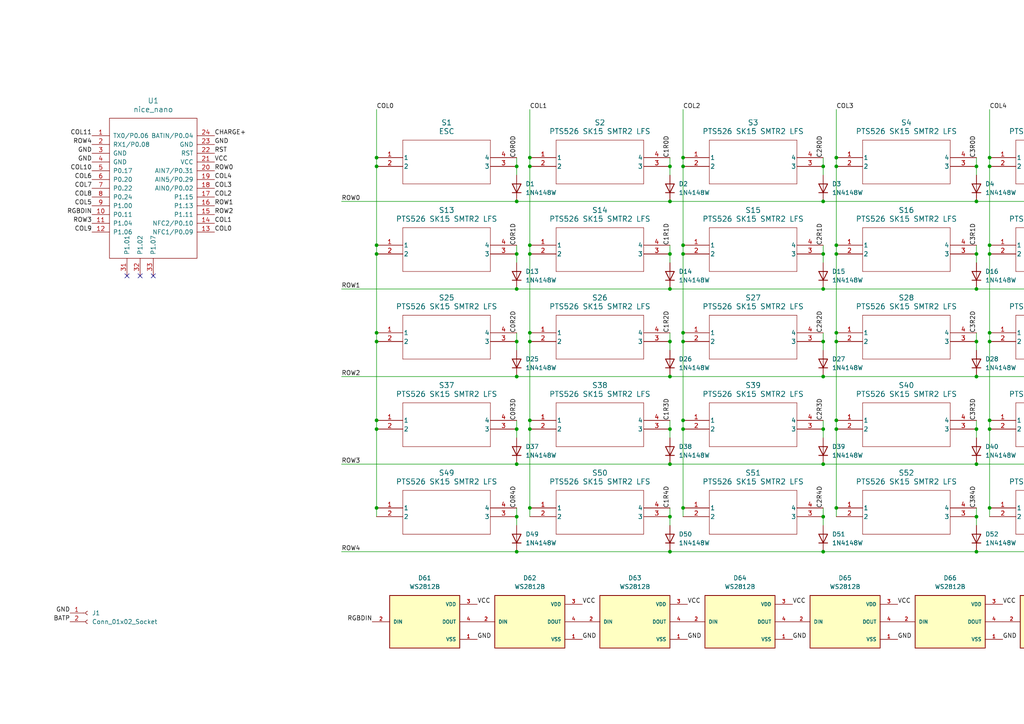
<source format=kicad_sch>
(kicad_sch (version 20250114) (generator "eeschema") (generator_version "9.0")
  (paper "A4")
  (lib_symbols
    (symbol "1655:1655" (pin_names (offset 1.016))
      (property "Reference" "D" (at -10.1621 8.8923 0))
      (property "Value" "1655" (at -10.16 -8.89 0))
      (symbol "1655_0_0"
        (pin input line (at -15.24 0 0) (length 5.08) (name "DIN") (number "2"))
        (pin power_in line (at 15.24 5.08 180) (length 5.08) (name "VDD") (number "3"))
        (pin output line (at 15.24 0 180) (length 5.08) (name "DOUT") (number "4"))
        (pin power_in line (at 15.24 -5.08 180) (length 5.08) (name "VSS") (number "1"))
      )
    )
    (symbol "2025-08-21_16-21-39:PTS526_SK15_SMTR2_LFS" (pin_names (offset 0.254))
      (property "Reference" "S?" (at 20.32 10.16 0))
      (property "Value" "PTS526 SK15 SMTR2 LFS" (at 20.32 7.62 0))
      (symbol "PTS526_SK15_SMTR2_LFS_0_1"
        (pin unspecified line (at 0 0 0) (length 7.62) (name "1") (number "1"))
        (pin unspecified line (at 0 -2.54 0) (length 7.62) (name "2") (number "2"))
        (pin unspecified line (at 40.64 0 180) (length 7.62) (name "4") (number "4"))
        (pin unspecified line (at 40.64 -2.54 180) (length 7.62) (name "3") (number "3"))
      )
    )
    (symbol "B3F-1000:B3F-1000" (pin_names (offset 1.016))
      (property "Reference" "S" (at -7.6261 7.6261 0))
      (property "Value" "B3F-1000" (at -7.6316 -8.9035 0))
      (symbol "B3F-1000_0_0"
        (pin passive line (at -12.7 5.08 0) (length 5.08) (name "4") (number "4"))
        (pin passive line (at -12.7 -5.08 0) (length 5.08) (name "2") (number "2"))
        (pin passive line (at 12.7 5.08 180) (length 5.08) (name "3") (number "3"))
        (pin passive line (at 12.7 -5.08 180) (length 5.08) (name "1") (number "1"))
      )
    )
    (symbol "Connector:Conn_01x02_Socket" (pin_names (offset 1.016) (hide yes))
      (property "Reference" "J" (at 0 2.54 0))
      (property "Value" "Conn_01x02_Socket" (at 0 -5.08 0))
      (symbol "Conn_01x02_Socket_1_1"
        (pin passive line (at -5.08 0 0) (length 3.81) (name "Pin_1") (number "1"))
        (pin passive line (at -5.08 -2.54 0) (length 3.81) (name "Pin_2") (number "2"))
      )
    )
    (symbol "Diode:1N4148W" (pin_numbers (hide yes)) (pin_names (hide yes))
      (property "Reference" "D" (at 0 2.54 0))
      (property "Value" "1N4148W" (at 0 -2.54 0))
      (symbol "1N4148W_1_1"
        (pin passive line (at -3.81 0 0) (length 2.54) (name "K") (number "1"))
        (pin passive line (at 3.81 0 180) (length 2.54) (name "A") (number "2"))
      )
    )
    (symbol "PTS526_SK15_SMTR2_LFS_1" (pin_names (offset 0.254))
      (property "Reference" "S" (at 20.32 10.16 0))
      (property "Value" "PTS526 SK15 SMTR2 LFS" (at 20.32 7.62 0))
      (symbol "PTS526_SK15_SMTR2_LFS_1_0_1"
        (pin unspecified line (at 0 0 0) (length 7.62) (name "1") (number "1"))
        (pin unspecified line (at 0 -2.54 0) (length 7.62) (name "2") (number "2"))
        (pin unspecified line (at 40.64 0 180) (length 7.62) (name "4") (number "4"))
        (pin unspecified line (at 40.64 -2.54 180) (length 7.62) (name "3") (number "3"))
      )
    )
    (symbol "PTS526_SK15_SMTR2_LFS_10" (pin_names (offset 0.254))
      (property "Reference" "S" (at 20.32 10.16 0))
      (property "Value" "PTS526 SK15 SMTR2 LFS" (at 20.32 7.62 0))
      (symbol "PTS526_SK15_SMTR2_LFS_10_0_1"
        (pin unspecified line (at 0 0 0) (length 7.62) (name "1") (number "1"))
        (pin unspecified line (at 0 -2.54 0) (length 7.62) (name "2") (number "2"))
        (pin unspecified line (at 40.64 0 180) (length 7.62) (name "4") (number "4"))
        (pin unspecified line (at 40.64 -2.54 180) (length 7.62) (name "3") (number "3"))
      )
    )
    (symbol "PTS526_SK15_SMTR2_LFS_11" (pin_names (offset 0.254))
      (property "Reference" "S" (at 20.32 10.16 0))
      (property "Value" "PTS526 SK15 SMTR2 LFS" (at 20.32 7.62 0))
      (symbol "PTS526_SK15_SMTR2_LFS_11_0_1"
        (pin unspecified line (at 0 0 0) (length 7.62) (name "1") (number "1"))
        (pin unspecified line (at 0 -2.54 0) (length 7.62) (name "2") (number "2"))
        (pin unspecified line (at 40.64 0 180) (length 7.62) (name "4") (number "4"))
        (pin unspecified line (at 40.64 -2.54 180) (length 7.62) (name "3") (number "3"))
      )
    )
    (symbol "PTS526_SK15_SMTR2_LFS_12" (pin_names (offset 0.254))
      (property "Reference" "S" (at 20.32 10.16 0))
      (property "Value" "PTS526 SK15 SMTR2 LFS" (at 20.32 7.62 0))
      (symbol "PTS526_SK15_SMTR2_LFS_12_0_1"
        (pin unspecified line (at 0 0 0) (length 7.62) (name "1") (number "1"))
        (pin unspecified line (at 0 -2.54 0) (length 7.62) (name "2") (number "2"))
        (pin unspecified line (at 40.64 0 180) (length 7.62) (name "4") (number "4"))
        (pin unspecified line (at 40.64 -2.54 180) (length 7.62) (name "3") (number "3"))
      )
    )
    (symbol "PTS526_SK15_SMTR2_LFS_13" (pin_names (offset 0.254))
      (property "Reference" "S" (at 20.32 10.16 0))
      (property "Value" "PTS526 SK15 SMTR2 LFS" (at 20.32 7.62 0))
      (symbol "PTS526_SK15_SMTR2_LFS_13_0_1"
        (pin unspecified line (at 0 0 0) (length 7.62) (name "1") (number "1"))
        (pin unspecified line (at 0 -2.54 0) (length 7.62) (name "2") (number "2"))
        (pin unspecified line (at 40.64 0 180) (length 7.62) (name "4") (number "4"))
        (pin unspecified line (at 40.64 -2.54 180) (length 7.62) (name "3") (number "3"))
      )
    )
    (symbol "PTS526_SK15_SMTR2_LFS_14" (pin_names (offset 0.254))
      (property "Reference" "S" (at 20.32 10.16 0))
      (property "Value" "PTS526 SK15 SMTR2 LFS" (at 20.32 7.62 0))
      (symbol "PTS526_SK15_SMTR2_LFS_14_0_1"
        (pin unspecified line (at 0 0 0) (length 7.62) (name "1") (number "1"))
        (pin unspecified line (at 0 -2.54 0) (length 7.62) (name "2") (number "2"))
        (pin unspecified line (at 40.64 0 180) (length 7.62) (name "4") (number "4"))
        (pin unspecified line (at 40.64 -2.54 180) (length 7.62) (name "3") (number "3"))
      )
    )
    (symbol "PTS526_SK15_SMTR2_LFS_15" (pin_names (offset 0.254))
      (property "Reference" "S" (at 20.32 10.16 0))
      (property "Value" "PTS526 SK15 SMTR2 LFS" (at 20.32 7.62 0))
      (symbol "PTS526_SK15_SMTR2_LFS_15_0_1"
        (pin unspecified line (at 0 0 0) (length 7.62) (name "1") (number "1"))
        (pin unspecified line (at 0 -2.54 0) (length 7.62) (name "2") (number "2"))
        (pin unspecified line (at 40.64 0 180) (length 7.62) (name "4") (number "4"))
        (pin unspecified line (at 40.64 -2.54 180) (length 7.62) (name "3") (number "3"))
      )
    )
    (symbol "PTS526_SK15_SMTR2_LFS_16" (pin_names (offset 0.254))
      (property "Reference" "S" (at 20.32 10.16 0))
      (property "Value" "PTS526 SK15 SMTR2 LFS" (at 20.32 7.62 0))
      (symbol "PTS526_SK15_SMTR2_LFS_16_0_1"
        (pin unspecified line (at 0 0 0) (length 7.62) (name "1") (number "1"))
        (pin unspecified line (at 0 -2.54 0) (length 7.62) (name "2") (number "2"))
        (pin unspecified line (at 40.64 0 180) (length 7.62) (name "4") (number "4"))
        (pin unspecified line (at 40.64 -2.54 180) (length 7.62) (name "3") (number "3"))
      )
    )
    (symbol "PTS526_SK15_SMTR2_LFS_17" (pin_names (offset 0.254))
      (property "Reference" "S" (at 20.32 10.16 0))
      (property "Value" "PTS526 SK15 SMTR2 LFS" (at 20.32 7.62 0))
      (symbol "PTS526_SK15_SMTR2_LFS_17_0_1"
        (pin unspecified line (at 0 0 0) (length 7.62) (name "1") (number "1"))
        (pin unspecified line (at 0 -2.54 0) (length 7.62) (name "2") (number "2"))
        (pin unspecified line (at 40.64 0 180) (length 7.62) (name "4") (number "4"))
        (pin unspecified line (at 40.64 -2.54 180) (length 7.62) (name "3") (number "3"))
      )
    )
    (symbol "PTS526_SK15_SMTR2_LFS_18" (pin_names (offset 0.254))
      (property "Reference" "S" (at 20.32 10.16 0))
      (property "Value" "PTS526 SK15 SMTR2 LFS" (at 20.32 7.62 0))
      (symbol "PTS526_SK15_SMTR2_LFS_18_0_1"
        (pin unspecified line (at 0 0 0) (length 7.62) (name "1") (number "1"))
        (pin unspecified line (at 0 -2.54 0) (length 7.62) (name "2") (number "2"))
        (pin unspecified line (at 40.64 0 180) (length 7.62) (name "4") (number "4"))
        (pin unspecified line (at 40.64 -2.54 180) (length 7.62) (name "3") (number "3"))
      )
    )
    (symbol "PTS526_SK15_SMTR2_LFS_19" (pin_names (offset 0.254))
      (property "Reference" "S" (at 20.32 10.16 0))
      (property "Value" "PTS526 SK15 SMTR2 LFS" (at 20.32 7.62 0))
      (symbol "PTS526_SK15_SMTR2_LFS_19_0_1"
        (pin unspecified line (at 0 0 0) (length 7.62) (name "1") (number "1"))
        (pin unspecified line (at 0 -2.54 0) (length 7.62) (name "2") (number "2"))
        (pin unspecified line (at 40.64 0 180) (length 7.62) (name "4") (number "4"))
        (pin unspecified line (at 40.64 -2.54 180) (length 7.62) (name "3") (number "3"))
      )
    )
    (symbol "PTS526_SK15_SMTR2_LFS_2" (pin_names (offset 0.254))
      (property "Reference" "S" (at 20.32 10.16 0))
      (property "Value" "PTS526 SK15 SMTR2 LFS" (at 20.32 7.62 0))
      (symbol "PTS526_SK15_SMTR2_LFS_2_0_1"
        (pin unspecified line (at 0 0 0) (length 7.62) (name "1") (number "1"))
        (pin unspecified line (at 0 -2.54 0) (length 7.62) (name "2") (number "2"))
        (pin unspecified line (at 40.64 0 180) (length 7.62) (name "4") (number "4"))
        (pin unspecified line (at 40.64 -2.54 180) (length 7.62) (name "3") (number "3"))
      )
    )
    (symbol "PTS526_SK15_SMTR2_LFS_20" (pin_names (offset 0.254))
      (property "Reference" "S" (at 20.32 10.16 0))
      (property "Value" "PTS526 SK15 SMTR2 LFS" (at 20.32 7.62 0))
      (symbol "PTS526_SK15_SMTR2_LFS_20_0_1"
        (pin unspecified line (at 0 0 0) (length 7.62) (name "1") (number "1"))
        (pin unspecified line (at 0 -2.54 0) (length 7.62) (name "2") (number "2"))
        (pin unspecified line (at 40.64 0 180) (length 7.62) (name "4") (number "4"))
        (pin unspecified line (at 40.64 -2.54 180) (length 7.62) (name "3") (number "3"))
      )
    )
    (symbol "PTS526_SK15_SMTR2_LFS_21" (pin_names (offset 0.254))
      (property "Reference" "S" (at 20.32 10.16 0))
      (property "Value" "PTS526 SK15 SMTR2 LFS" (at 20.32 7.62 0))
      (symbol "PTS526_SK15_SMTR2_LFS_21_0_1"
        (pin unspecified line (at 0 0 0) (length 7.62) (name "1") (number "1"))
        (pin unspecified line (at 0 -2.54 0) (length 7.62) (name "2") (number "2"))
        (pin unspecified line (at 40.64 0 180) (length 7.62) (name "4") (number "4"))
        (pin unspecified line (at 40.64 -2.54 180) (length 7.62) (name "3") (number "3"))
      )
    )
    (symbol "PTS526_SK15_SMTR2_LFS_22" (pin_names (offset 0.254))
      (property "Reference" "S" (at 20.32 10.16 0))
      (property "Value" "PTS526 SK15 SMTR2 LFS" (at 20.32 7.62 0))
      (symbol "PTS526_SK15_SMTR2_LFS_22_0_1"
        (pin unspecified line (at 0 0 0) (length 7.62) (name "1") (number "1"))
        (pin unspecified line (at 0 -2.54 0) (length 7.62) (name "2") (number "2"))
        (pin unspecified line (at 40.64 0 180) (length 7.62) (name "4") (number "4"))
        (pin unspecified line (at 40.64 -2.54 180) (length 7.62) (name "3") (number "3"))
      )
    )
    (symbol "PTS526_SK15_SMTR2_LFS_23" (pin_names (offset 0.254))
      (property "Reference" "S" (at 20.32 10.16 0))
      (property "Value" "PTS526 SK15 SMTR2 LFS" (at 20.32 7.62 0))
      (symbol "PTS526_SK15_SMTR2_LFS_23_0_1"
        (pin unspecified line (at 0 0 0) (length 7.62) (name "1") (number "1"))
        (pin unspecified line (at 0 -2.54 0) (length 7.62) (name "2") (number "2"))
        (pin unspecified line (at 40.64 0 180) (length 7.62) (name "4") (number "4"))
        (pin unspecified line (at 40.64 -2.54 180) (length 7.62) (name "3") (number "3"))
      )
    )
    (symbol "PTS526_SK15_SMTR2_LFS_24" (pin_names (offset 0.254))
      (property "Reference" "S" (at 20.32 10.16 0))
      (property "Value" "PTS526 SK15 SMTR2 LFS" (at 20.32 7.62 0))
      (symbol "PTS526_SK15_SMTR2_LFS_24_0_1"
        (pin unspecified line (at 0 0 0) (length 7.62) (name "1") (number "1"))
        (pin unspecified line (at 0 -2.54 0) (length 7.62) (name "2") (number "2"))
        (pin unspecified line (at 40.64 0 180) (length 7.62) (name "4") (number "4"))
        (pin unspecified line (at 40.64 -2.54 180) (length 7.62) (name "3") (number "3"))
      )
    )
    (symbol "PTS526_SK15_SMTR2_LFS_25" (pin_names (offset 0.254))
      (property "Reference" "S" (at 20.32 10.16 0))
      (property "Value" "PTS526 SK15 SMTR2 LFS" (at 20.32 7.62 0))
      (symbol "PTS526_SK15_SMTR2_LFS_25_0_1"
        (pin unspecified line (at 0 0 0) (length 7.62) (name "1") (number "1"))
        (pin unspecified line (at 0 -2.54 0) (length 7.62) (name "2") (number "2"))
        (pin unspecified line (at 40.64 0 180) (length 7.62) (name "4") (number "4"))
        (pin unspecified line (at 40.64 -2.54 180) (length 7.62) (name "3") (number "3"))
      )
    )
    (symbol "PTS526_SK15_SMTR2_LFS_26" (pin_names (offset 0.254))
      (property "Reference" "S" (at 20.32 10.16 0))
      (property "Value" "PTS526 SK15 SMTR2 LFS" (at 20.32 7.62 0))
      (symbol "PTS526_SK15_SMTR2_LFS_26_0_1"
        (pin unspecified line (at 0 0 0) (length 7.62) (name "1") (number "1"))
        (pin unspecified line (at 0 -2.54 0) (length 7.62) (name "2") (number "2"))
        (pin unspecified line (at 40.64 0 180) (length 7.62) (name "4") (number "4"))
        (pin unspecified line (at 40.64 -2.54 180) (length 7.62) (name "3") (number "3"))
      )
    )
    (symbol "PTS526_SK15_SMTR2_LFS_27" (pin_names (offset 0.254))
      (property "Reference" "S" (at 20.32 10.16 0))
      (property "Value" "PTS526 SK15 SMTR2 LFS" (at 20.32 7.62 0))
      (symbol "PTS526_SK15_SMTR2_LFS_27_0_1"
        (pin unspecified line (at 0 0 0) (length 7.62) (name "1") (number "1"))
        (pin unspecified line (at 0 -2.54 0) (length 7.62) (name "2") (number "2"))
        (pin unspecified line (at 40.64 0 180) (length 7.62) (name "4") (number "4"))
        (pin unspecified line (at 40.64 -2.54 180) (length 7.62) (name "3") (number "3"))
      )
    )
    (symbol "PTS526_SK15_SMTR2_LFS_28" (pin_names (offset 0.254))
      (property "Reference" "S" (at 20.32 10.16 0))
      (property "Value" "PTS526 SK15 SMTR2 LFS" (at 20.32 7.62 0))
      (symbol "PTS526_SK15_SMTR2_LFS_28_0_1"
        (pin unspecified line (at 0 0 0) (length 7.62) (name "1") (number "1"))
        (pin unspecified line (at 0 -2.54 0) (length 7.62) (name "2") (number "2"))
        (pin unspecified line (at 40.64 0 180) (length 7.62) (name "4") (number "4"))
        (pin unspecified line (at 40.64 -2.54 180) (length 7.62) (name "3") (number "3"))
      )
    )
    (symbol "PTS526_SK15_SMTR2_LFS_29" (pin_names (offset 0.254))
      (property "Reference" "S" (at 20.32 10.16 0))
      (property "Value" "PTS526 SK15 SMTR2 LFS" (at 20.32 7.62 0))
      (symbol "PTS526_SK15_SMTR2_LFS_29_0_1"
        (pin unspecified line (at 0 0 0) (length 7.62) (name "1") (number "1"))
        (pin unspecified line (at 0 -2.54 0) (length 7.62) (name "2") (number "2"))
        (pin unspecified line (at 40.64 0 180) (length 7.62) (name "4") (number "4"))
        (pin unspecified line (at 40.64 -2.54 180) (length 7.62) (name "3") (number "3"))
      )
    )
    (symbol "PTS526_SK15_SMTR2_LFS_3" (pin_names (offset 0.254))
      (property "Reference" "S" (at 20.32 10.16 0))
      (property "Value" "PTS526 SK15 SMTR2 LFS" (at 20.32 7.62 0))
      (symbol "PTS526_SK15_SMTR2_LFS_3_0_1"
        (pin unspecified line (at 0 0 0) (length 7.62) (name "1") (number "1"))
        (pin unspecified line (at 0 -2.54 0) (length 7.62) (name "2") (number "2"))
        (pin unspecified line (at 40.64 0 180) (length 7.62) (name "4") (number "4"))
        (pin unspecified line (at 40.64 -2.54 180) (length 7.62) (name "3") (number "3"))
      )
    )
    (symbol "PTS526_SK15_SMTR2_LFS_30" (pin_names (offset 0.254))
      (property "Reference" "S" (at 20.32 10.16 0))
      (property "Value" "PTS526 SK15 SMTR2 LFS" (at 20.32 7.62 0))
      (symbol "PTS526_SK15_SMTR2_LFS_30_0_1"
        (pin unspecified line (at 0 0 0) (length 7.62) (name "1") (number "1"))
        (pin unspecified line (at 0 -2.54 0) (length 7.62) (name "2") (number "2"))
        (pin unspecified line (at 40.64 0 180) (length 7.62) (name "4") (number "4"))
        (pin unspecified line (at 40.64 -2.54 180) (length 7.62) (name "3") (number "3"))
      )
    )
    (symbol "PTS526_SK15_SMTR2_LFS_31" (pin_names (offset 0.254))
      (property "Reference" "S" (at 20.32 10.16 0))
      (property "Value" "PTS526 SK15 SMTR2 LFS" (at 20.32 7.62 0))
      (symbol "PTS526_SK15_SMTR2_LFS_31_0_1"
        (pin unspecified line (at 0 0 0) (length 7.62) (name "1") (number "1"))
        (pin unspecified line (at 0 -2.54 0) (length 7.62) (name "2") (number "2"))
        (pin unspecified line (at 40.64 0 180) (length 7.62) (name "4") (number "4"))
        (pin unspecified line (at 40.64 -2.54 180) (length 7.62) (name "3") (number "3"))
      )
    )
    (symbol "PTS526_SK15_SMTR2_LFS_32" (pin_names (offset 0.254))
      (property "Reference" "S" (at 20.32 10.16 0))
      (property "Value" "PTS526 SK15 SMTR2 LFS" (at 20.32 7.62 0))
      (symbol "PTS526_SK15_SMTR2_LFS_32_0_1"
        (pin unspecified line (at 0 0 0) (length 7.62) (name "1") (number "1"))
        (pin unspecified line (at 0 -2.54 0) (length 7.62) (name "2") (number "2"))
        (pin unspecified line (at 40.64 0 180) (length 7.62) (name "4") (number "4"))
        (pin unspecified line (at 40.64 -2.54 180) (length 7.62) (name "3") (number "3"))
      )
    )
    (symbol "PTS526_SK15_SMTR2_LFS_33" (pin_names (offset 0.254))
      (property "Reference" "S" (at 20.32 10.16 0))
      (property "Value" "PTS526 SK15 SMTR2 LFS" (at 20.32 7.62 0))
      (symbol "PTS526_SK15_SMTR2_LFS_33_0_1"
        (pin unspecified line (at 0 0 0) (length 7.62) (name "1") (number "1"))
        (pin unspecified line (at 0 -2.54 0) (length 7.62) (name "2") (number "2"))
        (pin unspecified line (at 40.64 0 180) (length 7.62) (name "4") (number "4"))
        (pin unspecified line (at 40.64 -2.54 180) (length 7.62) (name "3") (number "3"))
      )
    )
    (symbol "PTS526_SK15_SMTR2_LFS_34" (pin_names (offset 0.254))
      (property "Reference" "S" (at 20.32 10.16 0))
      (property "Value" "PTS526 SK15 SMTR2 LFS" (at 20.32 7.62 0))
      (symbol "PTS526_SK15_SMTR2_LFS_34_0_1"
        (pin unspecified line (at 0 0 0) (length 7.62) (name "1") (number "1"))
        (pin unspecified line (at 0 -2.54 0) (length 7.62) (name "2") (number "2"))
        (pin unspecified line (at 40.64 0 180) (length 7.62) (name "4") (number "4"))
        (pin unspecified line (at 40.64 -2.54 180) (length 7.62) (name "3") (number "3"))
      )
    )
    (symbol "PTS526_SK15_SMTR2_LFS_35" (pin_names (offset 0.254))
      (property "Reference" "S" (at 20.32 10.16 0))
      (property "Value" "PTS526 SK15 SMTR2 LFS" (at 20.32 7.62 0))
      (symbol "PTS526_SK15_SMTR2_LFS_35_0_1"
        (pin unspecified line (at 0 0 0) (length 7.62) (name "1") (number "1"))
        (pin unspecified line (at 0 -2.54 0) (length 7.62) (name "2") (number "2"))
        (pin unspecified line (at 40.64 0 180) (length 7.62) (name "4") (number "4"))
        (pin unspecified line (at 40.64 -2.54 180) (length 7.62) (name "3") (number "3"))
      )
    )
    (symbol "PTS526_SK15_SMTR2_LFS_36" (pin_names (offset 0.254))
      (property "Reference" "S" (at 20.32 10.16 0))
      (property "Value" "PTS526 SK15 SMTR2 LFS" (at 20.32 7.62 0))
      (symbol "PTS526_SK15_SMTR2_LFS_36_0_1"
        (pin unspecified line (at 0 0 0) (length 7.62) (name "1") (number "1"))
        (pin unspecified line (at 0 -2.54 0) (length 7.62) (name "2") (number "2"))
        (pin unspecified line (at 40.64 0 180) (length 7.62) (name "4") (number "4"))
        (pin unspecified line (at 40.64 -2.54 180) (length 7.62) (name "3") (number "3"))
      )
    )
    (symbol "PTS526_SK15_SMTR2_LFS_37" (pin_names (offset 0.254))
      (property "Reference" "S" (at 20.32 10.16 0))
      (property "Value" "PTS526 SK15 SMTR2 LFS" (at 20.32 7.62 0))
      (symbol "PTS526_SK15_SMTR2_LFS_37_0_1"
        (pin unspecified line (at 0 0 0) (length 7.62) (name "1") (number "1"))
        (pin unspecified line (at 0 -2.54 0) (length 7.62) (name "2") (number "2"))
        (pin unspecified line (at 40.64 0 180) (length 7.62) (name "4") (number "4"))
        (pin unspecified line (at 40.64 -2.54 180) (length 7.62) (name "3") (number "3"))
      )
    )
    (symbol "PTS526_SK15_SMTR2_LFS_38" (pin_names (offset 0.254))
      (property "Reference" "S" (at 20.32 10.16 0))
      (property "Value" "PTS526 SK15 SMTR2 LFS" (at 20.32 7.62 0))
      (symbol "PTS526_SK15_SMTR2_LFS_38_0_1"
        (pin unspecified line (at 0 0 0) (length 7.62) (name "1") (number "1"))
        (pin unspecified line (at 0 -2.54 0) (length 7.62) (name "2") (number "2"))
        (pin unspecified line (at 40.64 0 180) (length 7.62) (name "4") (number "4"))
        (pin unspecified line (at 40.64 -2.54 180) (length 7.62) (name "3") (number "3"))
      )
    )
    (symbol "PTS526_SK15_SMTR2_LFS_39" (pin_names (offset 0.254))
      (property "Reference" "S" (at 20.32 10.16 0))
      (property "Value" "PTS526 SK15 SMTR2 LFS" (at 20.32 7.62 0))
      (symbol "PTS526_SK15_SMTR2_LFS_39_0_1"
        (pin unspecified line (at 0 0 0) (length 7.62) (name "1") (number "1"))
        (pin unspecified line (at 0 -2.54 0) (length 7.62) (name "2") (number "2"))
        (pin unspecified line (at 40.64 0 180) (length 7.62) (name "4") (number "4"))
        (pin unspecified line (at 40.64 -2.54 180) (length 7.62) (name "3") (number "3"))
      )
    )
    (symbol "PTS526_SK15_SMTR2_LFS_4" (pin_names (offset 0.254))
      (property "Reference" "S" (at 20.32 10.16 0))
      (property "Value" "PTS526 SK15 SMTR2 LFS" (at 20.32 7.62 0))
      (symbol "PTS526_SK15_SMTR2_LFS_4_0_1"
        (pin unspecified line (at 0 0 0) (length 7.62) (name "1") (number "1"))
        (pin unspecified line (at 0 -2.54 0) (length 7.62) (name "2") (number "2"))
        (pin unspecified line (at 40.64 0 180) (length 7.62) (name "4") (number "4"))
        (pin unspecified line (at 40.64 -2.54 180) (length 7.62) (name "3") (number "3"))
      )
    )
    (symbol "PTS526_SK15_SMTR2_LFS_40" (pin_names (offset 0.254))
      (property "Reference" "S" (at 20.32 10.16 0))
      (property "Value" "PTS526 SK15 SMTR2 LFS" (at 20.32 7.62 0))
      (symbol "PTS526_SK15_SMTR2_LFS_40_0_1"
        (pin unspecified line (at 0 0 0) (length 7.62) (name "1") (number "1"))
        (pin unspecified line (at 0 -2.54 0) (length 7.62) (name "2") (number "2"))
        (pin unspecified line (at 40.64 0 180) (length 7.62) (name "4") (number "4"))
        (pin unspecified line (at 40.64 -2.54 180) (length 7.62) (name "3") (number "3"))
      )
    )
    (symbol "PTS526_SK15_SMTR2_LFS_41" (pin_names (offset 0.254))
      (property "Reference" "S" (at 20.32 10.16 0))
      (property "Value" "PTS526 SK15 SMTR2 LFS" (at 20.32 7.62 0))
      (symbol "PTS526_SK15_SMTR2_LFS_41_0_1"
        (pin unspecified line (at 0 0 0) (length 7.62) (name "1") (number "1"))
        (pin unspecified line (at 0 -2.54 0) (length 7.62) (name "2") (number "2"))
        (pin unspecified line (at 40.64 0 180) (length 7.62) (name "4") (number "4"))
        (pin unspecified line (at 40.64 -2.54 180) (length 7.62) (name "3") (number "3"))
      )
    )
    (symbol "PTS526_SK15_SMTR2_LFS_42" (pin_names (offset 0.254))
      (property "Reference" "S" (at 20.32 10.16 0))
      (property "Value" "PTS526 SK15 SMTR2 LFS" (at 20.32 7.62 0))
      (symbol "PTS526_SK15_SMTR2_LFS_42_0_1"
        (pin unspecified line (at 0 0 0) (length 7.62) (name "1") (number "1"))
        (pin unspecified line (at 0 -2.54 0) (length 7.62) (name "2") (number "2"))
        (pin unspecified line (at 40.64 0 180) (length 7.62) (name "4") (number "4"))
        (pin unspecified line (at 40.64 -2.54 180) (length 7.62) (name "3") (number "3"))
      )
    )
    (symbol "PTS526_SK15_SMTR2_LFS_43" (pin_names (offset 0.254))
      (property "Reference" "S" (at 20.32 10.16 0))
      (property "Value" "PTS526 SK15 SMTR2 LFS" (at 20.32 7.62 0))
      (symbol "PTS526_SK15_SMTR2_LFS_43_0_1"
        (pin unspecified line (at 0 0 0) (length 7.62) (name "1") (number "1"))
        (pin unspecified line (at 0 -2.54 0) (length 7.62) (name "2") (number "2"))
        (pin unspecified line (at 40.64 0 180) (length 7.62) (name "4") (number "4"))
        (pin unspecified line (at 40.64 -2.54 180) (length 7.62) (name "3") (number "3"))
      )
    )
    (symbol "PTS526_SK15_SMTR2_LFS_44" (pin_names (offset 0.254))
      (property "Reference" "S" (at 20.32 10.16 0))
      (property "Value" "PTS526 SK15 SMTR2 LFS" (at 20.32 7.62 0))
      (symbol "PTS526_SK15_SMTR2_LFS_44_0_1"
        (pin unspecified line (at 0 0 0) (length 7.62) (name "1") (number "1"))
        (pin unspecified line (at 0 -2.54 0) (length 7.62) (name "2") (number "2"))
        (pin unspecified line (at 40.64 0 180) (length 7.62) (name "4") (number "4"))
        (pin unspecified line (at 40.64 -2.54 180) (length 7.62) (name "3") (number "3"))
      )
    )
    (symbol "PTS526_SK15_SMTR2_LFS_45" (pin_names (offset 0.254))
      (property "Reference" "S" (at 20.32 10.16 0))
      (property "Value" "PTS526 SK15 SMTR2 LFS" (at 20.32 7.62 0))
      (symbol "PTS526_SK15_SMTR2_LFS_45_0_1"
        (pin unspecified line (at 0 0 0) (length 7.62) (name "1") (number "1"))
        (pin unspecified line (at 0 -2.54 0) (length 7.62) (name "2") (number "2"))
        (pin unspecified line (at 40.64 0 180) (length 7.62) (name "4") (number "4"))
        (pin unspecified line (at 40.64 -2.54 180) (length 7.62) (name "3") (number "3"))
      )
    )
    (symbol "PTS526_SK15_SMTR2_LFS_46" (pin_names (offset 0.254))
      (property "Reference" "S" (at 20.32 10.16 0))
      (property "Value" "PTS526 SK15 SMTR2 LFS" (at 20.32 7.62 0))
      (symbol "PTS526_SK15_SMTR2_LFS_46_0_1"
        (pin unspecified line (at 0 0 0) (length 7.62) (name "1") (number "1"))
        (pin unspecified line (at 0 -2.54 0) (length 7.62) (name "2") (number "2"))
        (pin unspecified line (at 40.64 0 180) (length 7.62) (name "4") (number "4"))
        (pin unspecified line (at 40.64 -2.54 180) (length 7.62) (name "3") (number "3"))
      )
    )
    (symbol "PTS526_SK15_SMTR2_LFS_47" (pin_names (offset 0.254))
      (property "Reference" "S" (at 20.32 10.16 0))
      (property "Value" "PTS526 SK15 SMTR2 LFS" (at 20.32 7.62 0))
      (symbol "PTS526_SK15_SMTR2_LFS_47_0_1"
        (pin unspecified line (at 0 0 0) (length 7.62) (name "1") (number "1"))
        (pin unspecified line (at 0 -2.54 0) (length 7.62) (name "2") (number "2"))
        (pin unspecified line (at 40.64 0 180) (length 7.62) (name "4") (number "4"))
        (pin unspecified line (at 40.64 -2.54 180) (length 7.62) (name "3") (number "3"))
      )
    )
    (symbol "PTS526_SK15_SMTR2_LFS_48" (pin_names (offset 0.254))
      (property "Reference" "S" (at 20.32 10.16 0))
      (property "Value" "PTS526 SK15 SMTR2 LFS" (at 20.32 7.62 0))
      (symbol "PTS526_SK15_SMTR2_LFS_48_0_1"
        (pin unspecified line (at 0 0 0) (length 7.62) (name "1") (number "1"))
        (pin unspecified line (at 0 -2.54 0) (length 7.62) (name "2") (number "2"))
        (pin unspecified line (at 40.64 0 180) (length 7.62) (name "4") (number "4"))
        (pin unspecified line (at 40.64 -2.54 180) (length 7.62) (name "3") (number "3"))
      )
    )
    (symbol "PTS526_SK15_SMTR2_LFS_49" (pin_names (offset 0.254))
      (property "Reference" "S" (at 20.32 10.16 0))
      (property "Value" "PTS526 SK15 SMTR2 LFS" (at 20.32 7.62 0))
      (symbol "PTS526_SK15_SMTR2_LFS_49_0_1"
        (pin unspecified line (at 0 0 0) (length 7.62) (name "1") (number "1"))
        (pin unspecified line (at 0 -2.54 0) (length 7.62) (name "2") (number "2"))
        (pin unspecified line (at 40.64 0 180) (length 7.62) (name "4") (number "4"))
        (pin unspecified line (at 40.64 -2.54 180) (length 7.62) (name "3") (number "3"))
      )
    )
    (symbol "PTS526_SK15_SMTR2_LFS_5" (pin_names (offset 0.254))
      (property "Reference" "S" (at 20.32 10.16 0))
      (property "Value" "PTS526 SK15 SMTR2 LFS" (at 20.32 7.62 0))
      (symbol "PTS526_SK15_SMTR2_LFS_5_0_1"
        (pin unspecified line (at 0 0 0) (length 7.62) (name "1") (number "1"))
        (pin unspecified line (at 0 -2.54 0) (length 7.62) (name "2") (number "2"))
        (pin unspecified line (at 40.64 0 180) (length 7.62) (name "4") (number "4"))
        (pin unspecified line (at 40.64 -2.54 180) (length 7.62) (name "3") (number "3"))
      )
    )
    (symbol "PTS526_SK15_SMTR2_LFS_50" (pin_names (offset 0.254))
      (property "Reference" "S" (at 20.32 10.16 0))
      (property "Value" "PTS526 SK15 SMTR2 LFS" (at 20.32 7.62 0))
      (symbol "PTS526_SK15_SMTR2_LFS_50_0_1"
        (pin unspecified line (at 0 0 0) (length 7.62) (name "1") (number "1"))
        (pin unspecified line (at 0 -2.54 0) (length 7.62) (name "2") (number "2"))
        (pin unspecified line (at 40.64 0 180) (length 7.62) (name "4") (number "4"))
        (pin unspecified line (at 40.64 -2.54 180) (length 7.62) (name "3") (number "3"))
      )
    )
    (symbol "PTS526_SK15_SMTR2_LFS_51" (pin_names (offset 0.254))
      (property "Reference" "S" (at 20.32 10.16 0))
      (property "Value" "PTS526 SK15 SMTR2 LFS" (at 20.32 7.62 0))
      (symbol "PTS526_SK15_SMTR2_LFS_51_0_1"
        (pin unspecified line (at 0 0 0) (length 7.62) (name "1") (number "1"))
        (pin unspecified line (at 0 -2.54 0) (length 7.62) (name "2") (number "2"))
        (pin unspecified line (at 40.64 0 180) (length 7.62) (name "4") (number "4"))
        (pin unspecified line (at 40.64 -2.54 180) (length 7.62) (name "3") (number "3"))
      )
    )
    (symbol "PTS526_SK15_SMTR2_LFS_52" (pin_names (offset 0.254))
      (property "Reference" "S" (at 20.32 10.16 0))
      (property "Value" "PTS526 SK15 SMTR2 LFS" (at 20.32 7.62 0))
      (symbol "PTS526_SK15_SMTR2_LFS_52_0_1"
        (pin unspecified line (at 0 0 0) (length 7.62) (name "1") (number "1"))
        (pin unspecified line (at 0 -2.54 0) (length 7.62) (name "2") (number "2"))
        (pin unspecified line (at 40.64 0 180) (length 7.62) (name "4") (number "4"))
        (pin unspecified line (at 40.64 -2.54 180) (length 7.62) (name "3") (number "3"))
      )
    )
    (symbol "PTS526_SK15_SMTR2_LFS_53" (pin_names (offset 0.254))
      (property "Reference" "S" (at 20.32 10.16 0))
      (property "Value" "PTS526 SK15 SMTR2 LFS" (at 20.32 7.62 0))
      (symbol "PTS526_SK15_SMTR2_LFS_53_0_1"
        (pin unspecified line (at 0 0 0) (length 7.62) (name "1") (number "1"))
        (pin unspecified line (at 0 -2.54 0) (length 7.62) (name "2") (number "2"))
        (pin unspecified line (at 40.64 0 180) (length 7.62) (name "4") (number "4"))
        (pin unspecified line (at 40.64 -2.54 180) (length 7.62) (name "3") (number "3"))
      )
    )
    (symbol "PTS526_SK15_SMTR2_LFS_54" (pin_names (offset 0.254))
      (property "Reference" "S" (at 20.32 10.16 0))
      (property "Value" "PTS526 SK15 SMTR2 LFS" (at 20.32 7.62 0))
      (symbol "PTS526_SK15_SMTR2_LFS_54_0_1"
        (pin unspecified line (at 0 0 0) (length 7.62) (name "1") (number "1"))
        (pin unspecified line (at 0 -2.54 0) (length 7.62) (name "2") (number "2"))
        (pin unspecified line (at 40.64 0 180) (length 7.62) (name "4") (number "4"))
        (pin unspecified line (at 40.64 -2.54 180) (length 7.62) (name "3") (number "3"))
      )
    )
    (symbol "PTS526_SK15_SMTR2_LFS_55" (pin_names (offset 0.254))
      (property "Reference" "S" (at 20.32 10.16 0))
      (property "Value" "PTS526 SK15 SMTR2 LFS" (at 20.32 7.62 0))
      (symbol "PTS526_SK15_SMTR2_LFS_55_0_1"
        (pin unspecified line (at 0 0 0) (length 7.62) (name "1") (number "1"))
        (pin unspecified line (at 0 -2.54 0) (length 7.62) (name "2") (number "2"))
        (pin unspecified line (at 40.64 0 180) (length 7.62) (name "4") (number "4"))
        (pin unspecified line (at 40.64 -2.54 180) (length 7.62) (name "3") (number "3"))
      )
    )
    (symbol "PTS526_SK15_SMTR2_LFS_56" (pin_names (offset 0.254))
      (property "Reference" "S" (at 20.32 10.16 0))
      (property "Value" "PTS526 SK15 SMTR2 LFS" (at 20.32 7.62 0))
      (symbol "PTS526_SK15_SMTR2_LFS_56_0_1"
        (pin unspecified line (at 0 0 0) (length 7.62) (name "1") (number "1"))
        (pin unspecified line (at 0 -2.54 0) (length 7.62) (name "2") (number "2"))
        (pin unspecified line (at 40.64 0 180) (length 7.62) (name "4") (number "4"))
        (pin unspecified line (at 40.64 -2.54 180) (length 7.62) (name "3") (number "3"))
      )
    )
    (symbol "PTS526_SK15_SMTR2_LFS_57" (pin_names (offset 0.254))
      (property "Reference" "S" (at 20.32 10.16 0))
      (property "Value" "PTS526 SK15 SMTR2 LFS" (at 20.32 7.62 0))
      (symbol "PTS526_SK15_SMTR2_LFS_57_0_1"
        (pin unspecified line (at 0 0 0) (length 7.62) (name "1") (number "1"))
        (pin unspecified line (at 0 -2.54 0) (length 7.62) (name "2") (number "2"))
        (pin unspecified line (at 40.64 0 180) (length 7.62) (name "4") (number "4"))
        (pin unspecified line (at 40.64 -2.54 180) (length 7.62) (name "3") (number "3"))
      )
    )
    (symbol "PTS526_SK15_SMTR2_LFS_58" (pin_names (offset 0.254))
      (property "Reference" "S" (at 20.32 10.16 0))
      (property "Value" "PTS526 SK15 SMTR2 LFS" (at 20.32 7.62 0))
      (symbol "PTS526_SK15_SMTR2_LFS_58_0_1"
        (pin unspecified line (at 0 0 0) (length 7.62) (name "1") (number "1"))
        (pin unspecified line (at 0 -2.54 0) (length 7.62) (name "2") (number "2"))
        (pin unspecified line (at 40.64 0 180) (length 7.62) (name "4") (number "4"))
        (pin unspecified line (at 40.64 -2.54 180) (length 7.62) (name "3") (number "3"))
      )
    )
    (symbol "PTS526_SK15_SMTR2_LFS_59" (pin_names (offset 0.254))
      (property "Reference" "S" (at 20.32 10.16 0))
      (property "Value" "PTS526 SK15 SMTR2 LFS" (at 20.32 7.62 0))
      (symbol "PTS526_SK15_SMTR2_LFS_59_0_1"
        (pin unspecified line (at 0 0 0) (length 7.62) (name "1") (number "1"))
        (pin unspecified line (at 0 -2.54 0) (length 7.62) (name "2") (number "2"))
        (pin unspecified line (at 40.64 0 180) (length 7.62) (name "4") (number "4"))
        (pin unspecified line (at 40.64 -2.54 180) (length 7.62) (name "3") (number "3"))
      )
    )
    (symbol "PTS526_SK15_SMTR2_LFS_6" (pin_names (offset 0.254))
      (property "Reference" "S" (at 20.32 10.16 0))
      (property "Value" "PTS526 SK15 SMTR2 LFS" (at 20.32 7.62 0))
      (symbol "PTS526_SK15_SMTR2_LFS_6_0_1"
        (pin unspecified line (at 0 0 0) (length 7.62) (name "1") (number "1"))
        (pin unspecified line (at 0 -2.54 0) (length 7.62) (name "2") (number "2"))
        (pin unspecified line (at 40.64 0 180) (length 7.62) (name "4") (number "4"))
        (pin unspecified line (at 40.64 -2.54 180) (length 7.62) (name "3") (number "3"))
      )
    )
    (symbol "PTS526_SK15_SMTR2_LFS_60" (pin_names (offset 0.254))
      (property "Reference" "S" (at 20.32 10.16 0))
      (property "Value" "PTS526 SK15 SMTR2 LFS" (at 20.32 7.62 0))
      (symbol "PTS526_SK15_SMTR2_LFS_60_0_1"
        (pin unspecified line (at 0 0 0) (length 7.62) (name "1") (number "1"))
        (pin unspecified line (at 0 -2.54 0) (length 7.62) (name "2") (number "2"))
        (pin unspecified line (at 40.64 0 180) (length 7.62) (name "4") (number "4"))
        (pin unspecified line (at 40.64 -2.54 180) (length 7.62) (name "3") (number "3"))
      )
    )
    (symbol "PTS526_SK15_SMTR2_LFS_7" (pin_names (offset 0.254))
      (property "Reference" "S" (at 20.32 10.16 0))
      (property "Value" "PTS526 SK15 SMTR2 LFS" (at 20.32 7.62 0))
      (symbol "PTS526_SK15_SMTR2_LFS_7_0_1"
        (pin unspecified line (at 0 0 0) (length 7.62) (name "1") (number "1"))
        (pin unspecified line (at 0 -2.54 0) (length 7.62) (name "2") (number "2"))
        (pin unspecified line (at 40.64 0 180) (length 7.62) (name "4") (number "4"))
        (pin unspecified line (at 40.64 -2.54 180) (length 7.62) (name "3") (number "3"))
      )
    )
    (symbol "PTS526_SK15_SMTR2_LFS_8" (pin_names (offset 0.254))
      (property "Reference" "S" (at 20.32 10.16 0))
      (property "Value" "PTS526 SK15 SMTR2 LFS" (at 20.32 7.62 0))
      (symbol "PTS526_SK15_SMTR2_LFS_8_0_1"
        (pin unspecified line (at 0 0 0) (length 7.62) (name "1") (number "1"))
        (pin unspecified line (at 0 -2.54 0) (length 7.62) (name "2") (number "2"))
        (pin unspecified line (at 40.64 0 180) (length 7.62) (name "4") (number "4"))
        (pin unspecified line (at 40.64 -2.54 180) (length 7.62) (name "3") (number "3"))
      )
    )
    (symbol "PTS526_SK15_SMTR2_LFS_9" (pin_names (offset 0.254))
      (property "Reference" "S" (at 20.32 10.16 0))
      (property "Value" "PTS526 SK15 SMTR2 LFS" (at 20.32 7.62 0))
      (symbol "PTS526_SK15_SMTR2_LFS_9_0_1"
        (pin unspecified line (at 0 0 0) (length 7.62) (name "1") (number "1"))
        (pin unspecified line (at 0 -2.54 0) (length 7.62) (name "2") (number "2"))
        (pin unspecified line (at 40.64 0 180) (length 7.62) (name "4") (number "4"))
        (pin unspecified line (at 40.64 -2.54 180) (length 7.62) (name "3") (number "3"))
      )
    )
    (symbol "SSSS811101:SSSS811101" (pin_names (offset 1.016))
      (property "Reference" "S" (at -5.08 5.715 0))
      (property "Value" "SSSS811101" (at -5.08 -10.16 0))
      (symbol "SSSS811101_0_0"
        (pin passive line (at 10.16 2.54 180) (length 5.08) (name "~") (number "1"))
        (pin passive line (at 10.16 -2.54 180) (length 5.08) (name "~") (number "2"))
        (pin passive line (at 10.16 -5.08 180) (length 5.08) (name "~") (number "3"))
      )
    )
    (symbol "nice_nano:nice_nano" (pin_names (offset 1.016))
      (property "Reference" "U1" (at 0 24.13 0))
      (property "Value" "nice_nano" (at 0 21.59 0))
      (symbol "nice_nano_1_1"
        (pin unspecified line (at -17.78 13.97 0) (length 5.08) (name "TX0/P0.06") (number "1"))
        (pin unspecified line (at -17.78 11.43 0) (length 5.08) (name "RX1/P0.08") (number "2"))
        (pin unspecified line (at -17.78 8.89 0) (length 5.08) (name "GND") (number "3"))
        (pin unspecified line (at -17.78 6.35 0) (length 5.08) (name "GND") (number "4"))
        (pin unspecified line (at -17.78 3.81 0) (length 5.08) (name "P0.17") (number "5"))
        (pin unspecified line (at -17.78 1.27 0) (length 5.08) (name "P0.20") (number "6"))
        (pin unspecified line (at -17.78 -1.27 0) (length 5.08) (name "P0.22") (number "7"))
        (pin unspecified line (at -17.78 -3.81 0) (length 5.08) (name "P0.24") (number "8"))
        (pin unspecified line (at -17.78 -6.35 0) (length 5.08) (name "P1.00") (number "9"))
        (pin unspecified line (at -17.78 -8.89 0) (length 5.08) (name "P0.11") (number "10"))
        (pin unspecified line (at -17.78 -11.43 0) (length 5.08) (name "P1.04") (number "11"))
        (pin unspecified line (at -17.78 -13.97 0) (length 5.08) (name "P1.06") (number "12"))
        (pin input line (at -7.62 -26.67 90) (length 5.08) (name "P1.01") (number "31"))
        (pin input line (at -3.81 -26.67 90) (length 5.08) (name "P1.02") (number "32"))
        (pin input line (at 0 -26.67 90) (length 5.08) (name "P1.07") (number "33"))
        (pin unspecified line (at 17.78 13.97 180) (length 5.08) (name "BATIN/P0.04") (number "24"))
        (pin unspecified line (at 17.78 11.43 180) (length 5.08) (name "GND") (number "23"))
        (pin unspecified line (at 17.78 8.89 180) (length 5.08) (name "RST") (number "22"))
        (pin unspecified line (at 17.78 6.35 180) (length 5.08) (name "VCC") (number "21"))
        (pin unspecified line (at 17.78 3.81 180) (length 5.08) (name "AIN7/P0.31") (number "20"))
        (pin unspecified line (at 17.78 1.27 180) (length 5.08) (name "AIN5/P0.29") (number "19"))
        (pin unspecified line (at 17.78 -1.27 180) (length 5.08) (name "AIN0/P0.02") (number "18"))
        (pin unspecified line (at 17.78 -3.81 180) (length 5.08) (name "P1.15") (number "17"))
        (pin unspecified line (at 17.78 -6.35 180) (length 5.08) (name "P1.13") (number "16"))
        (pin unspecified line (at 17.78 -8.89 180) (length 5.08) (name "P1.11") (number "15"))
        (pin unspecified line (at 17.78 -11.43 180) (length 5.08) (name "NFC2/P0.10") (number "14"))
        (pin unspecified line (at 17.78 -13.97 180) (length 5.08) (name "NFC1/P0.09") (number "13"))
      )
    )
  )
  (junction (at 594.36 149.86))
  (junction (at 420.37 73.66))
  (junction (at 238.76 149.86))
  (junction (at 464.82 147.32))
  (junction (at 461.01 73.66))
  (junction (at 327.66 83.82))
  (junction (at 416.56 160.02))
  (junction (at 549.91 109.22))
  (junction (at 638.81 48.26))
  (junction (at 242.57 71.12))
  (junction (at 598.17 71.12))
  (junction (at 372.11 134.62))
  (junction (at 287.02 96.52))
  (junction (at 549.91 149.86))
  (junction (at 549.91 124.46))
  (junction (at 375.92 147.32))
  (junction (at 198.12 96.52))
  (junction (at 198.12 124.46))
  (junction (at 375.92 73.66))
  (junction (at 464.82 48.26))
  (junction (at 194.31 58.42))
  (junction (at 553.72 147.32))
  (junction (at 327.66 124.46))
  (junction (at 327.66 134.62))
  (junction (at 553.72 121.92))
  (junction (at 194.31 109.22))
  (junction (at 464.82 71.12))
  (junction (at 153.67 45.72))
  (junction (at 549.91 134.62))
  (junction (at 420.37 45.72))
  (junction (at 505.46 58.42))
  (junction (at 461.01 134.62))
  (junction (at 416.56 149.86))
  (junction (at 238.76 124.46))
  (junction (at 598.17 147.32))
  (junction (at 331.47 124.46))
  (junction (at 149.86 149.86))
  (junction (at 509.27 96.52))
  (junction (at 109.22 121.92))
  (junction (at 194.31 124.46))
  (junction (at 372.11 99.06))
  (junction (at 553.72 96.52))
  (junction (at 509.27 121.92))
  (junction (at 505.46 109.22))
  (junction (at 283.21 134.62))
  (junction (at 109.22 73.66))
  (junction (at 461.01 58.42))
  (junction (at 153.67 99.06))
  (junction (at 461.01 99.06))
  (junction (at 109.22 48.26))
  (junction (at 549.91 73.66))
  (junction (at 598.17 121.92))
  (junction (at 194.31 160.02))
  (junction (at 464.82 45.72))
  (junction (at 461.01 124.46))
  (junction (at 598.17 73.66))
  (junction (at 505.46 134.62))
  (junction (at 283.21 73.66))
  (junction (at 638.81 73.66))
  (junction (at 509.27 48.26))
  (junction (at 372.11 48.26))
  (junction (at 594.36 160.02))
  (junction (at 327.66 73.66))
  (junction (at 549.91 48.26))
  (junction (at 327.66 109.22))
  (junction (at 505.46 160.02))
  (junction (at 638.81 149.86))
  (junction (at 372.11 160.02))
  (junction (at 420.37 96.52))
  (junction (at 416.56 109.22))
  (junction (at 549.91 58.42))
  (junction (at 109.22 45.72))
  (junction (at 505.46 99.06))
  (junction (at 331.47 96.52))
  (junction (at 153.67 124.46))
  (junction (at 331.47 147.32))
  (junction (at 594.36 58.42))
  (junction (at 287.02 147.32))
  (junction (at 416.56 83.82))
  (junction (at 375.92 71.12))
  (junction (at 375.92 45.72))
  (junction (at 594.36 48.26))
  (junction (at 331.47 121.92))
  (junction (at 331.47 45.72))
  (junction (at 198.12 71.12))
  (junction (at 420.37 99.06))
  (junction (at 594.36 73.66))
  (junction (at 283.21 58.42))
  (junction (at 149.86 48.26))
  (junction (at 594.36 109.22))
  (junction (at 594.36 99.06))
  (junction (at 553.72 124.46))
  (junction (at 109.22 71.12))
  (junction (at 283.21 109.22))
  (junction (at 194.31 99.06))
  (junction (at 287.02 124.46))
  (junction (at 375.92 124.46))
  (junction (at 149.86 58.42))
  (junction (at 287.02 73.66))
  (junction (at 109.22 124.46))
  (junction (at 464.82 124.46))
  (junction (at 238.76 109.22))
  (junction (at 287.02 71.12))
  (junction (at 149.86 134.62))
  (junction (at 594.36 134.62))
  (junction (at 638.81 124.46))
  (junction (at 283.21 99.06))
  (junction (at 331.47 71.12))
  (junction (at 327.66 160.02))
  (junction (at 194.31 73.66))
  (junction (at 331.47 48.26))
  (junction (at 327.66 149.86))
  (junction (at 331.47 73.66))
  (junction (at 420.37 71.12))
  (junction (at 372.11 124.46))
  (junction (at 598.17 99.06))
  (junction (at 416.56 58.42))
  (junction (at 416.56 48.26))
  (junction (at 509.27 45.72))
  (junction (at 327.66 99.06))
  (junction (at 461.01 149.86))
  (junction (at 375.92 48.26))
  (junction (at 198.12 45.72))
  (junction (at 153.67 71.12))
  (junction (at 375.92 121.92))
  (junction (at 242.57 147.32))
  (junction (at 461.01 83.82))
  (junction (at 194.31 134.62))
  (junction (at 283.21 48.26))
  (junction (at 153.67 73.66))
  (junction (at 464.82 96.52))
  (junction (at 109.22 96.52))
  (junction (at 242.57 96.52))
  (junction (at 331.47 99.06))
  (junction (at 464.82 121.92))
  (junction (at 242.57 121.92))
  (junction (at 509.27 124.46))
  (junction (at 461.01 48.26))
  (junction (at 238.76 134.62))
  (junction (at 420.37 147.32))
  (junction (at 598.17 124.46))
  (junction (at 287.02 48.26))
  (junction (at 372.11 73.66))
  (junction (at 505.46 48.26))
  (junction (at 416.56 73.66))
  (junction (at 553.72 48.26))
  (junction (at 198.12 147.32))
  (junction (at 149.86 124.46))
  (junction (at 194.31 83.82))
  (junction (at 598.17 48.26))
  (junction (at 464.82 99.06))
  (junction (at 375.92 96.52))
  (junction (at 420.37 48.26))
  (junction (at 598.17 45.72))
  (junction (at 372.11 83.82))
  (junction (at 372.11 109.22))
  (junction (at 287.02 45.72))
  (junction (at 242.57 48.26))
  (junction (at 198.12 48.26))
  (junction (at 283.21 160.02))
  (junction (at 283.21 149.86))
  (junction (at 594.36 124.46))
  (junction (at 153.67 48.26))
  (junction (at 198.12 73.66))
  (junction (at 149.86 73.66))
  (junction (at 505.46 73.66))
  (junction (at 505.46 124.46))
  (junction (at 505.46 149.86))
  (junction (at 153.67 121.92))
  (junction (at 327.66 48.26))
  (junction (at 416.56 124.46))
  (junction (at 242.57 124.46))
  (junction (at 464.82 73.66))
  (junction (at 638.81 99.06))
  (junction (at 509.27 71.12))
  (junction (at 149.86 160.02))
  (junction (at 553.72 71.12))
  (junction (at 238.76 73.66))
  (junction (at 549.91 99.06))
  (junction (at 416.56 99.06))
  (junction (at 509.27 73.66))
  (junction (at 420.37 124.46))
  (junction (at 372.11 58.42))
  (junction (at 327.66 58.42))
  (junction (at 238.76 58.42))
  (junction (at 149.86 83.82))
  (junction (at 553.72 99.06))
  (junction (at 283.21 83.82))
  (junction (at 149.86 99.06))
  (junction (at 153.67 147.32))
  (junction (at 283.21 124.46))
  (junction (at 420.37 121.92))
  (junction (at 598.17 96.52))
  (junction (at 553.72 73.66))
  (junction (at 198.12 121.92))
  (junction (at 194.31 48.26))
  (junction (at 505.46 83.82))
  (junction (at 549.91 83.82))
  (junction (at 461.01 160.02))
  (junction (at 238.76 160.02))
  (junction (at 509.27 99.06))
  (junction (at 416.56 134.62))
  (junction (at 461.01 109.22))
  (junction (at 153.67 96.52))
  (junction (at 509.27 147.32))
  (junction (at 549.91 160.02))
  (junction (at 149.86 109.22))
  (junction (at 553.72 45.72))
  (junction (at 287.02 99.06))
  (junction (at 242.57 73.66))
  (junction (at 375.92 99.06))
  (junction (at 372.11 149.86))
  (junction (at 238.76 83.82))
  (junction (at 242.57 45.72))
  (junction (at 242.57 99.06))
  (junction (at 287.02 121.92))
  (junction (at 238.76 99.06))
  (junction (at 109.22 99.06))
  (junction (at 109.22 147.32))
  (junction (at 238.76 48.26))
  (junction (at 194.31 149.86))
  (junction (at 594.36 83.82))
  (junction (at 198.12 99.06))
  (no_connect (at 36.83 80.01))
  (no_connect (at 44.45 80.01))
  (no_connect (at 40.64 80.01))
  (no_connect (at 113.03 443.23))
  (no_connect (at 321.31 180.34))
  (wire (pts (xy 283.21 45.72) (xy 283.21 48.26)))
  (wire (pts (xy 327.66 149.86) (xy 327.66 152.4)))
  (wire (pts (xy 149.86 160.02) (xy 194.31 160.02)))
  (wire (pts (xy 198.12 121.92) (xy 198.12 124.46)))
  (wire (pts (xy 598.17 124.46) (xy 598.17 147.32)))
  (wire (pts (xy 420.37 99.06) (xy 420.37 121.92)))
  (wire (pts (xy 287.02 73.66) (xy 287.02 96.52)))
  (wire (pts (xy 109.22 121.92) (xy 109.22 124.46)))
  (wire (pts (xy 416.56 134.62) (xy 461.01 134.62)))
  (wire (pts (xy 327.66 48.26) (xy 327.66 50.8)))
  (wire (pts (xy 594.36 134.62) (xy 638.81 134.62)))
  (wire (pts (xy 594.36 160.02) (xy 638.81 160.02)))
  (wire (pts (xy 461.01 45.72) (xy 461.01 48.26)))
  (wire (pts (xy 287.02 31.75) (xy 287.02 45.72)))
  (wire (pts (xy 99.06 160.02) (xy 149.86 160.02)))
  (wire (pts (xy 109.22 96.52) (xy 109.22 99.06)))
  (wire (pts (xy 464.82 71.12) (xy 464.82 73.66)))
  (wire (pts (xy 549.91 124.46) (xy 549.91 127)))
  (wire (pts (xy 153.67 96.52) (xy 153.67 99.06)))
  (wire (pts (xy 238.76 124.46) (xy 238.76 127)))
  (wire (pts (xy 153.67 73.66) (xy 153.67 96.52)))
  (wire (pts (xy 153.67 71.12) (xy 153.67 73.66)))
  (wire (pts (xy 242.57 99.06) (xy 242.57 121.92)))
  (wire (pts (xy 461.01 71.12) (xy 461.01 73.66)))
  (wire (pts (xy 327.66 71.12) (xy 327.66 73.66)))
  (wire (pts (xy 327.66 73.66) (xy 327.66 76.2)))
  (wire (pts (xy 509.27 73.66) (xy 509.27 96.52)))
  (wire (pts (xy 549.91 71.12) (xy 549.91 73.66)))
  (wire (pts (xy 109.22 71.12) (xy 109.22 73.66)))
  (wire (pts (xy 509.27 121.92) (xy 509.27 124.46)))
  (wire (pts (xy 242.57 147.32) (xy 242.57 149.86)))
  (wire (pts (xy 638.81 71.12) (xy 638.81 73.66)))
  (wire (pts (xy 420.37 71.12) (xy 420.37 73.66)))
  (wire (pts (xy 198.12 48.26) (xy 198.12 71.12)))
  (wire (pts (xy 327.66 121.92) (xy 327.66 124.46)))
  (wire (pts (xy 153.67 99.06) (xy 153.67 121.92)))
  (wire (pts (xy 287.02 99.06) (xy 287.02 121.92)))
  (wire (pts (xy 505.46 83.82) (xy 549.91 83.82)))
  (wire (pts (xy 505.46 99.06) (xy 505.46 101.6)))
  (wire (pts (xy 509.27 71.12) (xy 509.27 73.66)))
  (wire (pts (xy 149.86 109.22) (xy 194.31 109.22)))
  (wire (pts (xy 238.76 73.66) (xy 238.76 76.2)))
  (wire (pts (xy 464.82 45.72) (xy 464.82 48.26)))
  (wire (pts (xy 638.81 48.26) (xy 638.81 50.8)))
  (wire (pts (xy 149.86 48.26) (xy 149.86 50.8)))
  (wire (pts (xy 594.36 73.66) (xy 594.36 76.2)))
  (wire (pts (xy 505.46 48.26) (xy 505.46 50.8)))
  (wire (pts (xy 416.56 83.82) (xy 461.01 83.82)))
  (wire (pts (xy 549.91 48.26) (xy 549.91 50.8)))
  (wire (pts (xy 242.57 73.66) (xy 242.57 96.52)))
  (wire (pts (xy 598.17 71.12) (xy 598.17 73.66)))
  (wire (pts (xy 594.36 149.86) (xy 594.36 152.4)))
  (wire (pts (xy 505.46 73.66) (xy 505.46 76.2)))
  (wire (pts (xy 283.21 134.62) (xy 327.66 134.62)))
  (wire (pts (xy 461.01 99.06) (xy 461.01 101.6)))
  (wire (pts (xy 327.66 45.72) (xy 327.66 48.26)))
  (wire (pts (xy 420.37 96.52) (xy 420.37 99.06)))
  (wire (pts (xy 194.31 134.62) (xy 238.76 134.62)))
  (wire (pts (xy 416.56 109.22) (xy 461.01 109.22)))
  (wire (pts (xy 594.36 83.82) (xy 638.81 83.82)))
  (wire (pts (xy 375.92 48.26) (xy 375.92 71.12)))
  (wire (pts (xy 198.12 71.12) (xy 198.12 73.66)))
  (wire (pts (xy 194.31 160.02) (xy 238.76 160.02)))
  (wire (pts (xy 149.86 58.42) (xy 194.31 58.42)))
  (wire (pts (xy 420.37 48.26) (xy 420.37 71.12)))
  (wire (pts (xy 327.66 134.62) (xy 372.11 134.62)))
  (wire (pts (xy 638.81 45.72) (xy 638.81 48.26)))
  (wire (pts (xy 509.27 45.72) (xy 509.27 48.26)))
  (wire (pts (xy 464.82 73.66) (xy 464.82 96.52)))
  (wire (pts (xy 99.06 109.22) (xy 149.86 109.22)))
  (wire (pts (xy 283.21 99.06) (xy 283.21 101.6)))
  (wire (pts (xy 238.76 109.22) (xy 283.21 109.22)))
  (wire (pts (xy 375.92 45.72) (xy 375.92 48.26)))
  (wire (pts (xy 553.72 121.92) (xy 553.72 124.46)))
  (wire (pts (xy 464.82 48.26) (xy 464.82 71.12)))
  (wire (pts (xy 283.21 73.66) (xy 283.21 76.2)))
  (wire (pts (xy 461.01 83.82) (xy 505.46 83.82)))
  (wire (pts (xy 331.47 48.26) (xy 331.47 71.12)))
  (wire (pts (xy 238.76 83.82) (xy 283.21 83.82)))
  (wire (pts (xy 242.57 48.26) (xy 242.57 71.12)))
  (wire (pts (xy 153.67 45.72) (xy 153.67 48.26)))
  (wire (pts (xy 194.31 121.92) (xy 194.31 124.46)))
  (wire (pts (xy 109.22 45.72) (xy 109.22 48.26)))
  (wire (pts (xy 461.01 73.66) (xy 461.01 76.2)))
  (wire (pts (xy 198.12 73.66) (xy 198.12 96.52)))
  (wire (pts (xy 416.56 58.42) (xy 461.01 58.42)))
  (wire (pts (xy 553.72 71.12) (xy 553.72 73.66)))
  (wire (pts (xy 331.47 121.92) (xy 331.47 124.46)))
  (wire (pts (xy 549.91 147.32) (xy 549.91 149.86)))
  (wire (pts (xy 238.76 121.92) (xy 238.76 124.46)))
  (wire (pts (xy 283.21 160.02) (xy 327.66 160.02)))
  (wire (pts (xy 638.81 73.66) (xy 638.81 76.2)))
  (wire (pts (xy 420.37 147.32) (xy 420.37 149.86)))
  (wire (pts (xy 331.47 71.12) (xy 331.47 73.66)))
  (wire (pts (xy 194.31 96.52) (xy 194.31 99.06)))
  (wire (pts (xy 238.76 45.72) (xy 238.76 48.26)))
  (wire (pts (xy 420.37 45.72) (xy 420.37 48.26)))
  (wire (pts (xy 375.92 121.92) (xy 375.92 124.46)))
  (wire (pts (xy 99.06 83.82) (xy 149.86 83.82)))
  (wire (pts (xy 242.57 124.46) (xy 242.57 147.32)))
  (wire (pts (xy 638.81 149.86) (xy 638.81 152.4)))
  (wire (pts (xy 372.11 149.86) (xy 372.11 152.4)))
  (wire (pts (xy 549.91 83.82) (xy 594.36 83.82)))
  (wire (pts (xy 372.11 124.46) (xy 372.11 127)))
  (wire (pts (xy 509.27 96.52) (xy 509.27 99.06)))
  (wire (pts (xy 505.46 147.32) (xy 505.46 149.86)))
  (wire (pts (xy 109.22 48.26) (xy 109.22 71.12)))
  (wire (pts (xy 327.66 124.46) (xy 327.66 127)))
  (wire (pts (xy 238.76 48.26) (xy 238.76 50.8)))
  (wire (pts (xy 287.02 96.52) (xy 287.02 99.06)))
  (wire (pts (xy 372.11 58.42) (xy 416.56 58.42)))
  (wire (pts (xy 464.82 124.46) (xy 464.82 147.32)))
  (wire (pts (xy 509.27 147.32) (xy 509.27 149.86)))
  (wire (pts (xy 416.56 99.06) (xy 416.56 101.6)))
  (wire (pts (xy 149.86 45.72) (xy 149.86 48.26)))
  (wire (pts (xy 149.86 124.46) (xy 149.86 127)))
  (wire (pts (xy 416.56 124.46) (xy 416.56 127)))
  (wire (pts (xy 238.76 160.02) (xy 283.21 160.02)))
  (wire (pts (xy 549.91 96.52) (xy 549.91 99.06)))
  (wire (pts (xy 372.11 45.72) (xy 372.11 48.26)))
  (wire (pts (xy 416.56 147.32) (xy 416.56 149.86)))
  (wire (pts (xy 416.56 48.26) (xy 416.56 50.8)))
  (wire (pts (xy 464.82 31.75) (xy 464.82 45.72)))
  (wire (pts (xy 594.36 99.06) (xy 594.36 101.6)))
  (wire (pts (xy 372.11 147.32) (xy 372.11 149.86)))
  (wire (pts (xy 549.91 109.22) (xy 594.36 109.22)))
  (wire (pts (xy 598.17 121.92) (xy 598.17 124.46)))
  (wire (pts (xy 594.36 124.46) (xy 594.36 127)))
  (wire (pts (xy 461.01 134.62) (xy 505.46 134.62)))
  (wire (pts (xy 375.92 96.52) (xy 375.92 99.06)))
  (wire (pts (xy 638.81 124.46) (xy 638.81 127)))
  (wire (pts (xy 461.01 48.26) (xy 461.01 50.8)))
  (wire (pts (xy 598.17 48.26) (xy 598.17 71.12)))
  (wire (pts (xy 149.86 147.32) (xy 149.86 149.86)))
  (wire (pts (xy 594.36 45.72) (xy 594.36 48.26)))
  (wire (pts (xy 375.92 31.75) (xy 375.92 45.72)))
  (wire (pts (xy 372.11 71.12) (xy 372.11 73.66)))
  (wire (pts (xy 549.91 45.72) (xy 549.91 48.26)))
  (wire (pts (xy 149.86 73.66) (xy 149.86 76.2)))
  (wire (pts (xy 372.11 48.26) (xy 372.11 50.8)))
  (wire (pts (xy 149.86 99.06) (xy 149.86 101.6)))
  (wire (pts (xy 416.56 45.72) (xy 416.56 48.26)))
  (wire (pts (xy 594.36 71.12) (xy 594.36 73.66)))
  (wire (pts (xy 327.66 83.82) (xy 372.11 83.82)))
  (wire (pts (xy 505.46 58.42) (xy 549.91 58.42)))
  (wire (pts (xy 283.21 58.42) (xy 327.66 58.42)))
  (wire (pts (xy 283.21 149.86) (xy 283.21 152.4)))
  (wire (pts (xy 594.36 121.92) (xy 594.36 124.46)))
  (wire (pts (xy 283.21 83.82) (xy 327.66 83.82)))
  (wire (pts (xy 509.27 48.26) (xy 509.27 71.12)))
  (wire (pts (xy 638.81 99.06) (xy 638.81 101.6)))
  (wire (pts (xy 109.22 73.66) (xy 109.22 96.52)))
  (wire (pts (xy 194.31 149.86) (xy 194.31 152.4)))
  (wire (pts (xy 549.91 134.62) (xy 594.36 134.62)))
  (wire (pts (xy 638.81 96.52) (xy 638.81 99.06)))
  (wire (pts (xy 327.66 99.06) (xy 327.66 101.6)))
  (wire (pts (xy 505.46 121.92) (xy 505.46 124.46)))
  (wire (pts (xy 331.47 124.46) (xy 331.47 147.32)))
  (wire (pts (xy 372.11 160.02) (xy 416.56 160.02)))
  (wire (pts (xy 287.02 48.26) (xy 287.02 71.12)))
  (wire (pts (xy 242.57 45.72) (xy 242.57 48.26)))
  (wire (pts (xy 461.01 121.92) (xy 461.01 124.46)))
  (wire (pts (xy 194.31 73.66) (xy 194.31 76.2)))
  (wire (pts (xy 242.57 71.12) (xy 242.57 73.66)))
  (wire (pts (xy 553.72 45.72) (xy 553.72 48.26)))
  (wire (pts (xy 505.46 124.46) (xy 505.46 127)))
  (wire (pts (xy 198.12 147.32) (xy 198.12 149.86)))
  (wire (pts (xy 549.91 73.66) (xy 549.91 76.2)))
  (wire (pts (xy 194.31 71.12) (xy 194.31 73.66)))
  (wire (pts (xy 505.46 45.72) (xy 505.46 48.26)))
  (wire (pts (xy 549.91 58.42) (xy 594.36 58.42)))
  (wire (pts (xy 372.11 96.52) (xy 372.11 99.06)))
  (wire (pts (xy 594.36 109.22) (xy 638.81 109.22)))
  (wire (pts (xy 598.17 73.66) (xy 598.17 96.52)))
  (wire (pts (xy 598.17 45.72) (xy 598.17 48.26)))
  (wire (pts (xy 99.06 58.42) (xy 149.86 58.42)))
  (wire (pts (xy 287.02 147.32) (xy 287.02 149.86)))
  (wire (pts (xy 198.12 124.46) (xy 198.12 147.32)))
  (wire (pts (xy 416.56 73.66) (xy 416.56 76.2)))
  (wire (pts (xy 198.12 99.06) (xy 198.12 121.92)))
  (wire (pts (xy 420.37 73.66) (xy 420.37 96.52)))
  (wire (pts (xy 549.91 99.06) (xy 549.91 101.6)))
  (wire (pts (xy 153.67 48.26) (xy 153.67 71.12)))
  (wire (pts (xy 99.06 134.62) (xy 149.86 134.62)))
  (wire (pts (xy 109.22 31.75) (xy 109.22 45.72)))
  (wire (pts (xy 372.11 109.22) (xy 416.56 109.22)))
  (wire (pts (xy 198.12 31.75) (xy 198.12 45.72)))
  (wire (pts (xy 598.17 99.06) (xy 598.17 121.92)))
  (wire (pts (xy 287.02 71.12) (xy 287.02 73.66)))
  (wire (pts (xy 416.56 96.52) (xy 416.56 99.06)))
  (wire (pts (xy 464.82 121.92) (xy 464.82 124.46)))
  (wire (pts (xy 125.73 471.17) (xy 125.73 473.71)))
  (wire (pts (xy 461.01 58.42) (xy 505.46 58.42)))
  (wire (pts (xy 194.31 147.32) (xy 194.31 149.86)))
  (wire (pts (xy 553.72 31.75) (xy 553.72 45.72)))
  (wire (pts (xy 509.27 31.75) (xy 509.27 45.72)))
  (wire (pts (xy 242.57 121.92) (xy 242.57 124.46)))
  (wire (pts (xy 594.36 147.32) (xy 594.36 149.86)))
  (wire (pts (xy 149.86 121.92) (xy 149.86 124.46)))
  (wire (pts (xy 327.66 58.42) (xy 372.11 58.42)))
  (wire (pts (xy 153.67 147.32) (xy 153.67 149.86)))
  (wire (pts (xy 153.67 124.46) (xy 153.67 147.32)))
  (wire (pts (xy 194.31 48.26) (xy 194.31 50.8)))
  (wire (pts (xy 549.91 149.86) (xy 549.91 152.4)))
  (wire (pts (xy 149.86 83.82) (xy 194.31 83.82)))
  (wire (pts (xy 464.82 99.06) (xy 464.82 121.92)))
  (wire (pts (xy 598.17 147.32) (xy 598.17 149.86)))
  (wire (pts (xy 242.57 31.75) (xy 242.57 45.72)))
  (wire (pts (xy 598.17 96.52) (xy 598.17 99.06)))
  (wire (pts (xy 149.86 96.52) (xy 149.86 99.06)))
  (wire (pts (xy 416.56 71.12) (xy 416.56 73.66)))
  (wire (pts (xy 375.92 73.66) (xy 375.92 96.52)))
  (wire (pts (xy 238.76 96.52) (xy 238.76 99.06)))
  (wire (pts (xy 238.76 134.62) (xy 283.21 134.62)))
  (wire (pts (xy 464.82 96.52) (xy 464.82 99.06)))
  (wire (pts (xy 331.47 99.06) (xy 331.47 121.92)))
  (wire (pts (xy 553.72 96.52) (xy 553.72 99.06)))
  (wire (pts (xy 331.47 31.75) (xy 331.47 45.72)))
  (wire (pts (xy 242.57 96.52) (xy 242.57 99.06)))
  (wire (pts (xy 372.11 83.82) (xy 416.56 83.82)))
  (wire (pts (xy 553.72 99.06) (xy 553.72 121.92)))
  (wire (pts (xy 553.72 73.66) (xy 553.72 96.52)))
  (wire (pts (xy 287.02 124.46) (xy 287.02 147.32)))
  (wire (pts (xy 549.91 160.02) (xy 594.36 160.02)))
  (wire (pts (xy 283.21 96.52) (xy 283.21 99.06)))
  (wire (pts (xy 198.12 45.72) (xy 198.12 48.26)))
  (wire (pts (xy 416.56 160.02) (xy 461.01 160.02)))
  (wire (pts (xy 238.76 71.12) (xy 238.76 73.66)))
  (wire (pts (xy 553.72 147.32) (xy 553.72 149.86)))
  (wire (pts (xy 594.36 58.42) (xy 638.81 58.42)))
  (wire (pts (xy 283.21 124.46) (xy 283.21 127)))
  (wire (pts (xy 461.01 124.46) (xy 461.01 127)))
  (wire (pts (xy 375.92 99.06) (xy 375.92 121.92)))
  (wire (pts (xy 283.21 109.22) (xy 327.66 109.22)))
  (wire (pts (xy 327.66 160.02) (xy 372.11 160.02)))
  (wire (pts (xy 509.27 124.46) (xy 509.27 147.32)))
  (wire (pts (xy 553.72 124.46) (xy 553.72 147.32)))
  (wire (pts (xy 553.72 48.26) (xy 553.72 71.12)))
  (wire (pts (xy 149.86 71.12) (xy 149.86 73.66)))
  (wire (pts (xy 109.22 147.32) (xy 109.22 149.86)))
  (wire (pts (xy 375.92 71.12) (xy 375.92 73.66)))
  (wire (pts (xy 638.81 121.92) (xy 638.81 124.46)))
  (wire (pts (xy 420.37 31.75) (xy 420.37 45.72)))
  (wire (pts (xy 372.11 121.92) (xy 372.11 124.46)))
  (wire (pts (xy 283.21 147.32) (xy 283.21 149.86)))
  (wire (pts (xy 85.09 471.17) (xy 85.09 473.71)))
  (wire (pts (xy 194.31 99.06) (xy 194.31 101.6)))
  (wire (pts (xy 372.11 99.06) (xy 372.11 101.6)))
  (wire (pts (xy 331.47 73.66) (xy 331.47 96.52)))
  (wire (pts (xy 331.47 96.52) (xy 331.47 99.06)))
  (wire (pts (xy 109.22 99.06) (xy 109.22 121.92)))
  (wire (pts (xy 327.66 147.32) (xy 327.66 149.86)))
  (wire (pts (xy 638.81 147.32) (xy 638.81 149.86)))
  (wire (pts (xy 509.27 99.06) (xy 509.27 121.92)))
  (wire (pts (xy 153.67 121.92) (xy 153.67 124.46)))
  (wire (pts (xy 327.66 96.52) (xy 327.66 99.06)))
  (wire (pts (xy 461.01 160.02) (xy 505.46 160.02)))
  (wire (pts (xy 505.46 134.62) (xy 549.91 134.62)))
  (wire (pts (xy 238.76 149.86) (xy 238.76 152.4)))
  (wire (pts (xy 375.92 124.46) (xy 375.92 147.32)))
  (wire (pts (xy 416.56 121.92) (xy 416.56 124.46)))
  (wire (pts (xy 194.31 124.46) (xy 194.31 127)))
  (wire (pts (xy 149.86 134.62) (xy 194.31 134.62)))
  (wire (pts (xy 461.01 149.86) (xy 461.01 152.4)))
  (wire (pts (xy 420.37 121.92) (xy 420.37 124.46)))
  (wire (pts (xy 238.76 147.32) (xy 238.76 149.86)))
  (wire (pts (xy 461.01 109.22) (xy 505.46 109.22)))
  (wire (pts (xy 194.31 109.22) (xy 238.76 109.22)))
  (wire (pts (xy 461.01 147.32) (xy 461.01 149.86)))
  (wire (pts (xy 283.21 48.26) (xy 283.21 50.8)))
  (wire (pts (xy 461.01 96.52) (xy 461.01 99.06)))
  (wire (pts (xy 149.86 149.86) (xy 149.86 152.4)))
  (wire (pts (xy 327.66 109.22) (xy 372.11 109.22)))
  (wire (pts (xy 505.46 71.12) (xy 505.46 73.66)))
  (wire (pts (xy 594.36 96.52) (xy 594.36 99.06)))
  (wire (pts (xy 287.02 121.92) (xy 287.02 124.46)))
  (wire (pts (xy 194.31 83.82) (xy 238.76 83.82)))
  (wire (pts (xy 331.47 147.32) (xy 331.47 149.86)))
  (wire (pts (xy 153.67 31.75) (xy 153.67 45.72)))
  (wire (pts (xy 194.31 45.72) (xy 194.31 48.26)))
  (wire (pts (xy 198.12 96.52) (xy 198.12 99.06)))
  (wire (pts (xy 505.46 149.86) (xy 505.46 152.4)))
  (wire (pts (xy 238.76 58.42) (xy 283.21 58.42)))
  (wire (pts (xy 505.46 160.02) (xy 549.91 160.02)))
  (wire (pts (xy 598.17 31.75) (xy 598.17 45.72)))
  (wire (pts (xy 283.21 121.92) (xy 283.21 124.46)))
  (wire (pts (xy 287.02 45.72) (xy 287.02 48.26)))
  (wire (pts (xy 238.76 99.06) (xy 238.76 101.6)))
  (wire (pts (xy 416.56 149.86) (xy 416.56 152.4)))
  (wire (pts (xy 594.36 48.26) (xy 594.36 50.8)))
  (wire (pts (xy 372.11 73.66) (xy 372.11 76.2)))
  (wire (pts (xy 194.31 58.42) (xy 238.76 58.42)))
  (wire (pts (xy 375.92 147.32) (xy 375.92 149.86)))
  (wire (pts (xy 109.22 124.46) (xy 109.22 147.32)))
  (wire (pts (xy 505.46 96.52) (xy 505.46 99.06)))
  (wire (pts (xy 283.21 71.12) (xy 283.21 73.66)))
  (wire (pts (xy 549.91 121.92) (xy 549.91 124.46)))
  (wire (pts (xy 420.37 124.46) (xy 420.37 147.32)))
  (wire (pts (xy 331.47 45.72) (xy 331.47 48.26)))
  (wire (pts (xy 464.82 147.32) (xy 464.82 149.86)))
  (wire (pts (xy 372.11 134.62) (xy 416.56 134.62)))
  (wire (pts (xy 505.46 109.22) (xy 549.91 109.22)))
  (label "COL7" (at 241.3 241.3 180))
  (label "COL6" (at 212.09 387.35 180))
  (label "C10R2D" (at 594.36 96.52 90))
  (label "COL1" (at 66.04 241.3 180))
  (label "C8R4D" (at 280.67 387.35 0))
  (label "COL8" (at 26.67 57.15 180))
  (label "RST" (at 116.84 488.95 0))
  (label "RGBDIN" (at 26.67 62.23 180))
  (label "C10R4D" (at 339.09 361.95 0))
  (label "C8R4D" (at 280.67 361.95 0))
  (label "C4R0D" (at 327.66 45.72 90))
  (label "COL8" (at 270.51 300.99 180))
  (label "C9R3D" (at 309.88 331.47 0))
  (label "COL9" (at 299.72 270.51 180))
  (label "COL10" (at 328.93 387.35 180))
  (label "COL2" (at 95.25 326.39 180))
  (label "C5R1D" (at 193.04 295.91 0))
  (label "COL4" (at 153.67 241.3 180))
  (label "C8R0D" (at 280.67 266.7 0))
  (label "GND" (at 321.31 185.42 0) (property "Netclass" "power" (effects (hide yes))))
  (label "COL5" (at 182.88 300.99 180))
  (label "C4R4D" (at 163.83 361.95 0))
  (label "COL6" (at 212.09 356.87 180))
  (label "COL0" (at 36.83 326.39 180))
  (label "C7R0D" (at 461.01 45.72 90))
  (label "RST" (at 91.44 488.95 180))
  (label "C9R1D" (at 549.91 71.12 90))
  (label "VCC" (at 199.39 175.26 0) (property "Netclass" "power" (effects (hide yes))))
  (label "COL1" (at 66.04 331.47 180))
  (label "C5R3D" (at 193.04 331.47 0))
  (label "C2R1D" (at 105.41 295.91 0))
  (label "COL3" (at 124.46 300.99 180))
  (label "COL10" (at 328.93 241.3 180))
  (label "COL3" (at 124.46 331.47 180))
  (label "C7R4D" (at 251.46 387.35 0))
  (label "COL4" (at 153.67 326.39 180))
  (label "C7R1D" (at 251.46 270.51 0))
  (label "COL11" (at 358.14 300.99 180))
  (label "COL4" (at 153.67 356.87 180))
  (label "COL0" (at 36.83 300.99 180))
  (label "C7R0D" (at 251.46 241.3 0))
  (label "VCC" (at 168.91 175.26 0) (property "Netclass" "power" (effects (hide yes))))
  (label "C8R0D" (at 505.46 45.72 90))
  (label "C3R3D" (at 134.62 356.87 0))
  (label "C3R3D" (at 283.21 121.92 90))
  (label "COL8" (at 270.51 270.51 180))
  (label "COL8" (at 270.51 266.7 180))
  (label "COL9" (at 26.67 67.31 180) (property "Netclass" "Default" (effects (hide yes))))
  (label "C4R0D" (at 163.83 241.3 0))
  (label "COL3" (at 124.46 361.95 180))
  (label "COL5" (at 26.67 59.69 180))
  (label "ROW2" (at 62.23 62.23 0))
  (label "C1R0D" (at 76.2 266.7 0))
  (label "C7R1D" (at 461.01 71.12 90))
  (label "COL2" (at 95.25 266.7 180))
  (label "COL5" (at 182.88 295.91 180))
  (label "COL0" (at 36.83 241.3 180))
  (label "COL11" (at 358.14 266.7 180))
  (label "COL8" (at 270.51 331.47 180))
  (label "C7R2D" (at 251.46 300.99 0))
  (label "C0R4D" (at 149.86 147.32 90))
  (label "C11R1D" (at 368.3 270.51 0))
  (label "VCC" (at 229.87 175.26 0) (property "Netclass" "power" (effects (hide yes))))
  (label "COL10" (at 328.93 270.51 180))
  (label "C6R0D" (at 222.25 241.3 0))
  (label "C1R2D" (at 76.2 326.39 0))
  (label "ROW3" (at 99.06 134.62 0))
  (label "C11R0D" (at 368.3 266.7 0))
  (label "C2R2D" (at 105.41 300.99 0))
  (label "COL6" (at 212.09 361.95 180))
  (label "COL9" (at 299.72 241.3 180))
  (label "C11R2D" (at 368.3 326.39 0))
  (label "C6R0D" (at 222.25 266.7 0))
  (label "C8R3D" (at 505.46 121.92 90))
  (label "C8R4D" (at 505.46 147.32 90))
  (label "COL1" (at 66.04 361.95 180))
  (label "C5R3D" (at 193.04 356.87 0))
  (label "COL9" (at 299.72 266.7 180))
  (label "COL6" (at 212.09 270.51 180))
  (label "C2R2D" (at 105.41 326.39 0))
  (label "COL5" (at 182.88 326.39 180))
  (label "COL7" (at 241.3 387.35 180))
  (label "VCC" (at 321.31 175.26 0) (property "Netclass" "power" (effects (hide yes))))
  (label "COL11" (at 358.14 356.87 180))
  (label "C2R2D" (at 238.76 96.52 90))
  (label "C0R1D" (at 46.99 270.51 0))
  (label "C11R3D" (at 638.81 121.92 90))
  (label "RGBDIN" (at 107.95 180.34 180))
  (label "C9R3D" (at 309.88 356.87 0))
  (label "C7R1D" (at 251.46 295.91 0))
  (label "C1R3D" (at 194.31 121.92 90))
  (label "COL3" (at 124.46 241.3 180))
  (label "GND" (at 138.43 185.42 0) (property "Netclass" "power" (effects (hide yes))))
  (label "COL7" (at 241.3 356.87 180))
  (label "C1R4D" (at 76.2 387.35 0))
  (label "C5R2D" (at 193.04 326.39 0))
  (label "COL1" (at 66.04 266.7 180))
  (label "C4R0D" (at 163.83 266.7 0))
  (label "C9R4D" (at 309.88 387.35 0))
  (label "C7R0D" (at 251.46 266.7 0))
  (label "C6R2D" (at 416.56 96.52 90))
  (label "C4R2D" (at 163.83 300.99 0))
  (label "C8R3D" (at 280.67 331.47 0))
  (label "COL1" (at 66.04 387.35 180))
  (label "COL3" (at 62.23 54.61 0))
  (label "C2R0D" (at 105.41 266.7 0))
  (label "COL7" (at 241.3 331.47 180))
  (label "C5R4D" (at 193.04 387.35 0))
  (label "COL4" (at 153.67 361.95 180))
  (label "COL7" (at 241.3 295.91 180))
  (label "C4R2D" (at 327.66 96.52 90))
  (label "C8R2D" (at 280.67 300.99 0))
  (label "C0R0D" (at 46.99 266.7 0))
  (label "COL0" (at 36.83 356.87 180))
  (label "COL1" (at 66.04 326.39 180))
  (label "COL7" (at 26.67 54.61 180))
  (label "COL8" (at 270.51 241.3 180))
  (label "COL5" (at 331.47 31.75 0))
  (label "C8R2D" (at 280.67 326.39 0))
  (label "C1R0D" (at 76.2 241.3 0))
  (label "C10R1D" (at 594.36 71.12 90))
  (label "C5R1D" (at 372.11 71.12 90))
  (label "C9R3D" (at 549.91 121.92 90))
  (label "ROW3" (at 26.67 64.77 180))
  (label "C2R3D" (at 238.76 121.92 90))
  (label "RST" (at 62.23 44.45 0))
  (label "ROW1" (at 62.23 59.69 0))
  (label "C5R2D" (at 372.11 96.52 90))
  (label "GND" (at 26.67 44.45 180) (property "Netclass" "power" (effects (hide yes))))
  (label "C1R3D" (at 76.2 356.87 0))
  (label "COL10" (at 328.93 331.47 180))
  (label "COL3" (at 124.46 266.7 180))
  (label "C11R3D" (at 368.3 331.47 0))
  (label "COL0" (at 36.83 266.7 180))
  (label "C0R3D" (at 149.86 121.92 90))
  (label "C0R2D" (at 46.99 300.99 0))
  (label "C7R2D" (at 251.46 326.39 0))
  (label "C6R4D" (at 416.56 147.32 90))
  (label "C11R2D" (at 368.3 300.99 0))
  (label "C10R4D" (at 339.09 387.35 0))
  (label "BATP" (at 20.32 180.34 180) (property "Netclass" "power" (effects (hide yes))))
  (label "C6R3D" (at 416.56 121.92 90))
  (label "CHARGE+" (at 113.03 440.69 0) (property "Netclass" "power" (effects (hide yes))))
  (label "COL10" (at 328.93 295.91 180))
  (label "C11R4D" (at 368.3 361.95 0))
  (label "C7R2D" (at 461.01 96.52 90))
  (label "ROW4" (at 99.06 160.02 0))
  (label "COL1" (at 153.67 31.75 0))
  (label "COL7" (at 241.3 361.95 180))
  (label "COL9" (at 299.72 361.95 180))
  (label "COL2" (at 95.25 356.87 180))
  (label "GND" (at 199.39 185.42 0) (property "Netclass" "power" (effects (hide yes))))
  (label "C0R1D" (at 149.86 71.12 90))
  (label "C5R0D" (at 193.04 241.3 0))
  (label "C3R2D" (at 283.21 96.52 90))
  (label "COL10" (at 328.93 326.39 180))
  (label "COL6" (at 375.92 31.75 0))
  (label "C9R0D" (at 309.88 241.3 0))
  (label "COL7" (at 241.3 266.7 180))
  (label "C0R4D" (at 46.99 361.95 0))
  (label "C10R0D" (at 339.09 241.3 0))
  (label "C2R3D" (at 105.41 331.47 0))
  (label "COL2" (at 198.12 31.75 0))
  (label "COL9" (at 509.27 31.75 0))
  (label "C10R1D" (at 339.09 295.91 0))
  (label "C11R1D" (at 368.3 295.91 0))
  (label "COL2" (at 95.25 241.3 180))
  (label "COL11" (at 598.17 31.75 0))
  (label "C3R4D" (at 134.62 361.95 0))
  (label "COL0" (at 36.83 387.35 180))
  (label "COL8" (at 270.51 326.39 180))
  (label "COL3" (at 124.46 356.87 180))
  (label "C4R1D" (at 163.83 270.51 0))
  (label "C9R2D" (at 549.91 96.52 90))
  (label "COL11" (at 358.14 270.51 180))
  (label "C8R1D" (at 505.46 71.12 90))
  (label "COL0" (at 62.23 67.31 0))
  (label "COL11" (at 26.67 39.37 180))
  (label "COL5" (at 182.88 356.87 180))
  (label "COL1" (at 66.04 356.87 180))
  (label "C0R1D" (at 46.99 295.91 0))
  (label "BATP" (at 113.03 435.61 0) (property "Netclass" "power" (effects (hide yes))))
  (label "COL11" (at 358.14 361.95 180))
  (label "RST" (at 85.09 471.17 180))
  (label "C6R3D" (at 222.25 331.47 0))
  (label "C4R3D" (at 327.66 121.92 90))
  (label "CHARGE+" (at 62.23 39.37 0))
  (label "C3R4D" (at 283.21 147.32 90))
  (label "COL4" (at 153.67 300.99 180))
  (label "C7R3D" (at 461.01 121.92 90))
  (label "C8R2D" (at 505.46 96.52 90))
  (label "C9R2D" (at 309.88 300.99 0))
  (label "COL5" (at 182.88 331.47 180))
  (label "COL7" (at 241.3 326.39 180))
  (label "GND" (at 290.83 185.42 0) (property "Netclass" "power" (effects (hide yes))))
  (label "GND" (at 62.23 41.91 0) (property "Netclass" "power" (effects (hide yes))))
  (label "C11R0D" (at 638.81 45.72 90))
  (label "COL1" (at 62.23 64.77 0))
  (label "C11R3D" (at 368.3 356.87 0))
  (label "C1R4D" (at 194.31 147.32 90))
  (label "C10R0D" (at 594.36 45.72 90))
  (label "C4R3D" (at 163.83 356.87 0))
  (label "C11R2D" (at 638.81 96.52 90))
  (label "C1R1D" (at 194.31 71.12 90))
  (label "C9R2D" (at 309.88 326.39 0))
  (label "C7R4D" (at 461.01 147.32 90))
  (label "ROW0" (at 99.06 58.42 0))
  (label "COL8" (at 270.51 361.95 180))
  (label "ROW4" (at 26.67 41.91 180) (property "Netclass" "Default" (effects (hide yes))))
  (label "C1R4D" (at 76.2 361.95 0))
  (label "C1R2D" (at 194.31 96.52 90))
  (label "C2R4D" (at 105.41 361.95 0))
  (label "C0R3D" (at 46.99 356.87 0))
  (label "COL4" (at 153.67 387.35 180))
  (label "COL7" (at 241.3 270.51 180))
  (label "C3R1D" (at 134.62 295.91 0))
  (label "COL10" (at 328.93 356.87 180))
  (label "C1R3D" (at 76.2 331.47 0))
  (label "C0R0D" (at 149.86 45.72 90))
  (label "COL10" (at 328.93 361.95 180))
  (label "C3R0D" (at 283.21 45.72 90))
  (label "COL5" (at 182.88 266.7 180))
  (label "C6R2D" (at 222.25 300.99 0))
  (label "COL6" (at 212.09 300.99 180))
  (label "C10R2D" (at 339.09 326.39 0))
  (label "COL4" (at 153.67 295.91 180))
  (label "C10R3D" (at 594.36 121.92 90))
  (label "COL2" (at 95.25 331.47 180))
  (label "COL4" (at 153.67 270.51 180))
  (label "COL6" (at 212.09 266.7 180))
  (label "C10R1D" (at 339.09 270.51 0))
  (label "COL2" (at 95.25 270.51 180))
  (label "C6R4D" (at 222.25 387.35 0))
  (label "COL10" (at 328.93 300.99 180))
  (label "C5R3D" (at 372.11 121.92 90))
  (label "COL4" (at 62.23 52.07 0))
  (label "C1R0D" (at 194.31 45.72 90))
  (label "C10R3D" (at 339.09 356.87 0))
  (label "C11R1D" (at 638.81 71.12 90))
  (label "COL3" (at 124.46 270.51 180))
  (label "COL8" (at 464.82 31.75 0))
  (label "C2R0D" (at 238.76 45.72 90))
  (label "COL8" (at 270.51 387.35 180))
  (label "C6R1D" (at 222.25 295.91 0))
  (label "COL10" (at 553.72 31.75 0))
  (label "COL6" (at 212.09 241.3 180))
  (label "COL0" (at 109.22 31.75 0))
  (label "COL11" (at 358.14 387.35 180))
  (label "COL6" (at 212.09 326.39 180))
  (label "COL2" (at 95.25 300.99 180))
  (label "COL9" (at 299.72 295.91 180))
  (label "C3R0D" (at 134.62 241.3 0))
  (label "C2R4D" (at 238.76 147.32 90))
  (label "COL0" (at 36.83 270.51 180))
  (label "COL11" (at 358.14 326.39 180))
  (label "COL3" (at 242.57 31.75 0))
  (label "COL11" (at 358.14 331.47 180))
  (label "C2R1D" (at 238.76 71.12 90))
  (label "COL9" (at 299.72 356.87 180))
  (label "C9R4D" (at 549.91 147.32 90))
  (label "GND" (at 260.35 185.42 0) (property "Netclass" "power" (effects (hide yes))))
  (label "COL2" (at 95.25 295.91 180))
  (label "C0R0D" (at 46.99 241.3 0))
  (label "COL1" (at 66.04 295.91 180))
  (label "COL5" (at 182.88 361.95 180))
  (label "C2R4D" (at 105.41 387.35 0))
  (label "COL4" (at 153.67 331.47 180))
  (label "VCC" (at 62.23 46.99 0) (property "Netclass" "power" (effects (hide yes))))
  (label "C9R0D" (at 549.91 45.72 90))
  (label "C1R2D" (at 76.2 300.99 0))
  (label "C5R4D" (at 372.11 147.32 90))
  (label "COL7" (at 420.37 31.75 0))
  (label "C2R1D" (at 105.41 270.51 0))
  (label "C10R4D" (at 594.36 147.32 90))
  (label "GND" (at 116.84 499.11 0))
  (label "C2R3D" (at 105.41 356.87 0))
  (label "C6R4D" (at 222.25 361.95 0))
  (label "C0R2D" (at 46.99 326.39 0))
  (label "GND" (at 229.87 185.42 0) (property "Netclass" "power" (effects (hide yes))))
  (label "COL5" (at 182.88 241.3 180))
  (label "COL7" (at 241.3 300.99 180))
  (label "C9R4D" (at 309.88 361.95 0))
  (label "C3R0D" (at 134.62 266.7 0))
  (label "C11R4D" (at 638.81 147.32 90))
  (label "C9R1D" (at 309.88 295.91 0))
  (label "C5R2D" (at 193.04 300.99 0))
  (label "C10R3D" (at 339.09 331.47 0))
  (label "GND" (at 91.44 499.11 180))
  (label "C3R1D" (at 134.62 270.51 0))
  (label "C7R4D" (at 251.46 361.95 0))
  (label "GND" (at 125.73 471.17 0))
  (label "COL6" (at 212.09 331.47 180))
  (label "COL9" (at 299.72 387.35 180))
  (label "COL11" (at 358.14 295.91 180))
  (label "C4R1D" (at 163.83 295.91 0))
  (label "ROW1" (at 99.06 83.82 0))
  (label "C10R0D" (at 339.09 266.7 0))
  (label "COL8" (at 270.51 295.91 180))
  (label "C5R0D" (at 193.04 266.7 0))
  (label "C0R3D" (at 46.99 331.47 0))
  (label "COL8" (at 270.51 356.87 180))
  (label "ROW2" (at 99.06 109.22 0))
  (label "C9R0D" (at 309.88 266.7 0))
  (label "COL0" (at 36.83 331.47 180))
  (label "C5R0D" (at 372.11 45.72 90))
  (label "COL0" (at 36.83 295.91 180))
  (label "C3R1D" (at 283.21 71.12 90))
  (label "COL6" (at 26.67 52.07 180))
  (label "C10R2D" (at 339.09 300.99 0))
  (label "C3R3D" (at 134.62 331.47 0))
  (label "VCC" (at 260.35 175.26 0) (property "Netclass" "power" (effects (hide yes))))
  (label "COL3" (at 124.46 295.91 180))
  (label "C5R1D" (at 193.04 270.51 0))
  (label "COL11" (at 358.14 241.3 180))
  (label "VCC" (at 138.43 175.26 0) (property "Netclass" "power" (effects (hide yes))))
  (label "COL2" (at 95.25 361.95 180))
  (label "COL2" (at 62.23 57.15 0))
  (label "COL10" (at 26.67 49.53 180))
  (label "VCC" (at 290.83 175.26 0) (property "Netclass" "power" (effects (hide yes))))
  (label "C6R1D" (at 416.56 71.12 90))
  (label "C8R0D" (at 280.67 241.3 0))
  (label "C8R1D" (at 280.67 270.51 0))
  (label "COL4" (at 287.02 31.75 0))
  (label "COL0" (at 36.83 361.95 180))
  (label "C3R2D" (at 134.62 300.99 0))
  (label "C7R3D" (at 251.46 356.87 0))
  (label "COL9" (at 299.72 331.47 180))
  (label "C8R3D" (at 280.67 356.87 0))
  (label "C1R1D" (at 76.2 270.51 0))
  (label "COL9" (at 299.72 326.39 180))
  (label "C4R3D" (at 163.83 331.47 0))
  (label "C6R2D" (at 222.25 326.39 0))
  (label "COL1" (at 66.04 300.99 180))
  (label "COL2" (at 95.25 387.35 180))
  (label "C0R4D" (at 46.99 387.35 0))
  (label "C1R1D" (at 76.2 295.91 0))
  (label "COL10" (at 328.93 266.7 180))
  (label "COL3" (at 124.46 326.39 180))
  (label "C4R4D" (at 327.66 147.32 90))
  (label "C6R0D" (at 416.56 45.72 90))
  (label "COL5" (at 182.88 270.51 180))
  (label "C4R2D" (at 163.83 326.39 0))
  (label "C4R4D" (at 163.83 387.35 0))
  (label "C11R4D" (at 368.3 387.35 0))
  (label "C6R3D" (at 222.25 356.87 0))
  (label "COL9" (at 299.72 300.99 180))
  (label "COL6" (at 212.09 295.91 180))
  (label "C5R4D" (at 193.04 361.95 0))
  (label "GND" (at 26.67 46.99 180) (property "Netclass" "power" (effects (hide yes))))
  (label "C8R1D" (at 280.67 295.91 0))
  (label "C0R2D" (at 149.86 96.52 90))
  (label "COL5" (at 182.88 387.35 180))
  (label "C11R0D" (at 368.3 241.3 0))
  (label "C3R2D" (at 134.62 326.39 0))
  (label "COL3" (at 124.46 387.35 180))
  (label "C4R1D" (at 327.66 71.12 90))
  (label "GND" (at 168.91 185.42 0) (property "Netclass" "power" (effects (hide yes))))
  (label "C2R0D" (at 105.41 241.3 0))
  (label "ROW0" (at 62.23 49.53 0))
  (label "C3R4D" (at 134.62 387.35 0))
  (label "C6R1D" (at 222.25 270.51 0))
  (label "C7R3D" (at 251.46 331.47 0))
  (label "GND" (at 20.32 177.8 180))
  (label "COL1" (at 66.04 270.51 180))
  (label "COL4" (at 153.67 266.7 180))
  (label "C9R1D" (at 309.88 270.51 0))
  (symbol (lib_id "B3F-1000:B3F-1000") (at 187.96 283.21 270) (unit 1)
    (property "Reference" "S78" (at 196.85 281.9383 90) (effects (justify left)))
    (property "Value" "B3F-1000" (at 196.85 284.4783 90) (effects (justify left)))
    (property "Footprint" "B3F_1000:SW_B3F-1000" (effects (hide yes)))
    (property "MANUFACTURER" "Omron" (effects (hide yes)))
  )
  (symbol (lib_id "B3F-1000:B3F-1000") (at 275.59 313.69 270) (unit 1)
    (property "Reference" "S93" (at 284.48 312.4183 90) (effects (justify left)))
    (property "Value" "B3F-1000" (at 284.48 314.9583 90) (effects (justify left)))
    (property "Footprint" "B3F_1000:SW_B3F-1000" (effects (hide yes)))
    (property "MANUFACTURER" "Omron" (effects (hide yes)))
  )
  (symbol (lib_id "Diode:1N4148W") (at 461.01 105.41 90) (unit 1)
    (property "Reference" "D32" (at 463.55 104.1399 90) (effects (justify right)))
    (property "Value" "1N4148W" (at 463.55 106.6799 90) (effects (justify right)))
    (property "Footprint" "Diode_SMD:D_SOD-123" (effects (hide yes)))
    (property "Datasheet" "https://www.vishay.com/docs/85748/1n4148w.pdf" (effects (hide yes)))
    (property "Description" "75V 0.15A Fast Switching Diode, SOD-123" (effects (hide yes)))
    (property "Sim.Device" "D" (effects (hide yes)))
    (property "Sim.Pins" "1=K 2=A" (effects (hide yes)))
  )
  (symbol (lib_id "Diode:1N4148W") (at 372.11 105.41 90) (unit 1)
    (property "Reference" "D30" (at 374.65 104.1399 90) (effects (justify right)))
    (property "Value" "1N4148W" (at 374.65 106.6799 90) (effects (justify right)))
    (property "Footprint" "Diode_SMD:D_SOD-123" (effects (hide yes)))
    (property "Datasheet" "https://www.vishay.com/docs/85748/1n4148w.pdf" (effects (hide yes)))
    (property "Description" "75V 0.15A Fast Switching Diode, SOD-123" (effects (hide yes)))
    (property "Sim.Device" "D" (effects (hide yes)))
    (property "Sim.Pins" "1=K 2=A" (effects (hide yes)))
  )
  (symbol (lib_name "PTS526_SK15_SMTR2_LFS_3") (lib_id "2025-08-21_16-21-39:PTS526_SK15_SMTR2_LFS") (at 198.12 96.52 0) (unit 1)
    (property "Reference" "S27" (at 218.44 86.36 0) (effects (font (size 1.524 1.524))))
    (property "Value" "PTS526 SK15 SMTR2 LFS" (at 218.44 88.9 0) (effects (font (size 1.524 1.524))))
    (property "Footprint" "lowproswitch:SMT_FS" (effects (hide yes)))
    (property "Datasheet" "PTS526 SK15 SMTR2 LFS" (effects (hide yes)))
  )
  (symbol (lib_id "Diode:1N4148W") (at 194.31 54.61 90) (unit 1)
    (property "Reference" "D2" (at 196.85 53.3399 90) (effects (justify right)))
    (property "Value" "1N4148W" (at 196.85 55.8799 90) (effects (justify right)))
    (property "Footprint" "Diode_SMD:D_SOD-123" (effects (hide yes)))
    (property "Datasheet" "https://www.vishay.com/docs/85748/1n4148w.pdf" (effects (hide yes)))
    (property "Description" "75V 0.15A Fast Switching Diode, SOD-123" (effects (hide yes)))
    (property "Sim.Device" "D" (effects (hide yes)))
    (property "Sim.Pins" "1=K 2=A" (effects (hide yes)))
  )
  (symbol (lib_id "B3F-1000:B3F-1000") (at 41.91 374.65 270) (unit 1)
    (property "Reference" "S109" (at 50.8 373.3783 90) (effects (justify left)))
    (property "Value" "B3F-1000" (at 50.8 375.9183 90) (effects (justify left)))
    (property "Footprint" "B3F_1000:SW_B3F-1000" (effects (hide yes)))
    (property "MANUFACTURER" "Omron" (effects (hide yes)))
  )
  (symbol (lib_id "B3F-1000:B3F-1000") (at 334.01 283.21 270) (unit 1)
    (property "Reference" "S83" (at 342.9 281.9383 90) (effects (justify left)))
    (property "Value" "B3F-1000" (at 342.9 284.4783 90) (effects (justify left)))
    (property "Footprint" "B3F_1000:SW_B3F-1000" (effects (hide yes)))
    (property "MANUFACTURER" "Omron" (effects (hide yes)))
  )
  (symbol (lib_id "B3F-1000:B3F-1000") (at 71.12 254 270) (unit 1)
    (property "Reference" "S62" (at 80.01 252.7283 90) (effects (justify left)))
    (property "Value" "B3F-1000" (at 80.01 255.2683 90) (effects (justify left)))
    (property "Footprint" "B3F_1000:SW_B3F-1000" (effects (hide yes)))
    (property "MANUFACTURER" "Omron" (effects (hide yes)))
  )
  (symbol (lib_name "PTS526_SK15_SMTR2_LFS_4") (lib_id "2025-08-21_16-21-39:PTS526_SK15_SMTR2_LFS") (at 287.02 147.32 0) (unit 1)
    (property "Reference" "S53" (at 307.34 137.16 0) (effects (font (size 1.524 1.524))))
    (property "Value" "PTS526 SK15 SMTR2 LFS" (at 307.34 139.7 0) (effects (font (size 1.524 1.524))))
    (property "Footprint" "lowproswitch:SMT_FS" (effects (hide yes)))
    (property "Datasheet" "PTS526 SK15 SMTR2 LFS" (effects (hide yes)))
  )
  (symbol (lib_id "B3F-1000:B3F-1000") (at 158.75 254 270) (unit 1)
    (property "Reference" "S65" (at 167.64 252.7283 90) (effects (justify left)))
    (property "Value" "B3F-1000" (at 167.64 255.2683 90) (effects (justify left)))
    (property "Footprint" "B3F_1000:SW_B3F-1000" (effects (hide yes)))
    (property "MANUFACTURER" "Omron" (effects (hide yes)))
  )
  (symbol (lib_name "PTS526_SK15_SMTR2_LFS_1") (lib_id "2025-08-21_16-21-39:PTS526_SK15_SMTR2_LFS") (at 598.17 96.52 0) (unit 1)
    (property "Reference" "S36" (at 618.49 86.36 0) (effects (font (size 1.524 1.524))))
    (property "Value" "PTS526 SK15 SMTR2 LFS" (at 618.49 88.9 0) (effects (font (size 1.524 1.524))))
    (property "Footprint" "lowproswitch:SMT_FS" (effects (hide yes)))
    (property "Datasheet" "PTS526 SK15 SMTR2 LFS" (effects (hide yes)))
  )
  (symbol (lib_id "Diode:1N4148W") (at 327.66 54.61 90) (unit 1)
    (property "Reference" "D5" (at 330.2 53.3399 90) (effects (justify right)))
    (property "Value" "1N4148W" (at 330.2 55.8799 90) (effects (justify right)))
    (property "Footprint" "Diode_SMD:D_SOD-123" (effects (hide yes)))
    (property "Datasheet" "https://www.vishay.com/docs/85748/1n4148w.pdf" (effects (hide yes)))
    (property "Description" "75V 0.15A Fast Switching Diode, SOD-123" (effects (hide yes)))
    (property "Sim.Device" "D" (effects (hide yes)))
    (property "Sim.Pins" "1=K 2=A" (effects (hide yes)))
  )
  (symbol (lib_id "1655:1655") (at 245.11 180.34 0) (unit 1)
    (property "Reference" "D65" (at 245.11 167.64 0))
    (property "Value" "WS2812B" (at 245.11 170.18 0))
    (property "Footprint" "1655:LED_1655" (effects (hide yes)))
    (property "Datasheet" "https://cdn-shop.adafruit.com/datasheets/WS2812B.pdf" (effects (hide yes)))
    (property "Description" "RGB LED with integrated controller" (effects (hide yes)))
    (property "PARTREV" "01" (effects (hide yes)))
    (property "MANUFACTURER" "Adafruit Industries" (effects (hide yes)))
    (property "MAXIMUM_PACKAGE_HEIGHT" "1.6 mm" (effects (hide yes)))
    (property "STANDARD" "Manufacturer recommendations" (effects (hide yes)))
  )
  (symbol (lib_id "Diode:1N4148W") (at 283.21 156.21 90) (unit 1)
    (property "Reference" "D52" (at 285.75 154.9399 90) (effects (justify right)))
    (property "Value" "1N4148W" (at 285.75 157.4799 90) (effects (justify right)))
    (property "Footprint" "Diode_SMD:D_SOD-123" (effects (hide yes)))
    (property "Datasheet" "https://www.vishay.com/docs/85748/1n4148w.pdf" (effects (hide yes)))
    (property "Description" "75V 0.15A Fast Switching Diode, SOD-123" (effects (hide yes)))
    (property "Sim.Device" "D" (effects (hide yes)))
    (property "Sim.Pins" "1=K 2=A" (effects (hide yes)))
  )
  (symbol (lib_id "Connector:Conn_01x02_Socket") (at 25.4 177.8 0) (unit 1)
    (property "Reference" "J1" (at 26.67 177.7999 0) (effects (justify left)))
    (property "Value" "Conn_01x02_Socket" (at 26.67 180.3399 0) (effects (justify left)))
    (property "Footprint" "Connector_JST:JST_PH_S2B-PH-K_1x02_P2.00mm_Horizontal" (effects (hide yes)))
    (property "Description" "Generic connector, single row, 01x02, script generated" (effects (hide yes)))
  )
  (symbol (lib_name "PTS526_SK15_SMTR2_LFS_5") (lib_id "2025-08-21_16-21-39:PTS526_SK15_SMTR2_LFS") (at 375.92 96.52 0) (unit 1)
    (property "Reference" "S31" (at 396.24 86.36 0) (effects (font (size 1.524 1.524))))
    (property "Value" "PTS526 SK15 SMTR2 LFS" (at 396.24 88.9 0) (effects (font (size 1.524 1.524))))
    (property "Footprint" "lowproswitch:SMT_FS" (effects (hide yes)))
    (property "Datasheet" "PTS526 SK15 SMTR2 LFS" (effects (hide yes)))
  )
  (symbol (lib_id "Diode:1N4148W") (at 549.91 105.41 90) (unit 1)
    (property "Reference" "D34" (at 552.45 104.1399 90) (effects (justify right)))
    (property "Value" "1N4148W" (at 552.45 106.6799 90) (effects (justify right)))
    (property "Footprint" "Diode_SMD:D_SOD-123" (effects (hide yes)))
    (property "Datasheet" "https://www.vishay.com/docs/85748/1n4148w.pdf" (effects (hide yes)))
    (property "Description" "75V 0.15A Fast Switching Diode, SOD-123" (effects (hide yes)))
    (property "Sim.Device" "D" (effects (hide yes)))
    (property "Sim.Pins" "1=K 2=A" (effects (hide yes)))
  )
  (symbol (lib_id "Diode:1N4148W") (at 505.46 105.41 90) (unit 1)
    (property "Reference" "D33" (at 508 104.1399 90) (effects (justify right)))
    (property "Value" "1N4148W" (at 508 106.6799 90) (effects (justify right)))
    (property "Footprint" "Diode_SMD:D_SOD-123" (effects (hide yes)))
    (property "Datasheet" "https://www.vishay.com/docs/85748/1n4148w.pdf" (effects (hide yes)))
    (property "Description" "75V 0.15A Fast Switching Diode, SOD-123" (effects (hide yes)))
    (property "Sim.Device" "D" (effects (hide yes)))
    (property "Sim.Pins" "1=K 2=A" (effects (hide yes)))
  )
  (symbol (lib_id "B3F-1000:B3F-1000") (at 217.17 283.21 270) (unit 1)
    (property "Reference" "S79" (at 226.06 281.9383 90) (effects (justify left)))
    (property "Value" "B3F-1000" (at 226.06 284.4783 90) (effects (justify left)))
    (property "Footprint" "B3F_1000:SW_B3F-1000" (effects (hide yes)))
    (property "MANUFACTURER" "Omron" (effects (hide yes)))
  )
  (symbol (lib_id "B3F-1000:B3F-1000") (at 246.38 254 270) (unit 1)
    (property "Reference" "S68" (at 255.27 252.7283 90) (effects (justify left)))
    (property "Value" "B3F-1000" (at 255.27 255.2683 90) (effects (justify left)))
    (property "Footprint" "B3F_1000:SW_B3F-1000" (effects (hide yes)))
    (property "MANUFACTURER" "Omron" (effects (hide yes)))
  )
  (symbol (lib_name "PTS526_SK15_SMTR2_LFS_6") (lib_id "2025-08-21_16-21-39:PTS526_SK15_SMTR2_LFS") (at 85.09 471.17 0) (unit 1)
    (property "Reference" "S122" (at 105.41 461.01 0) (effects (font (size 1.524 1.524))))
    (property "Value" "PTS526 SK15 SMTR2 LFS" (at 105.41 463.55 0) (effects (font (size 1.524 1.524))))
    (property "Footprint" "lowproswitch:SMT_FS" (effects (hide yes)))
    (property "Datasheet" "PTS526 SK15 SMTR2 LFS" (effects (hide yes)))
  )
  (symbol (lib_name "PTS526_SK15_SMTR2_LFS_7") (lib_id "2025-08-21_16-21-39:PTS526_SK15_SMTR2_LFS") (at 153.67 147.32 0) (unit 1)
    (property "Reference" "S50" (at 173.99 137.16 0) (effects (font (size 1.524 1.524))))
    (property "Value" "PTS526 SK15 SMTR2 LFS" (at 173.99 139.7 0) (effects (font (size 1.524 1.524))))
    (property "Footprint" "lowproswitch:SMT_FS" (effects (hide yes)))
    (property "Datasheet" "PTS526 SK15 SMTR2 LFS" (effects (hide yes)))
  )
  (symbol (lib_id "B3F-1000:B3F-1000") (at 217.17 254 270) (unit 1)
    (property "Reference" "S67" (at 226.06 252.7283 90) (effects (justify left)))
    (property "Value" "B3F-1000" (at 226.06 255.2683 90) (effects (justify left)))
    (property "Footprint" "B3F_1000:SW_B3F-1000" (effects (hide yes)))
    (property "MANUFACTURER" "Omron" (effects (hide yes)))
  )
  (symbol (lib_id "Diode:1N4148W") (at 594.36 105.41 90) (unit 1)
    (property "Reference" "D35" (at 596.9 104.1399 90) (effects (justify right)))
    (property "Value" "1N4148W" (at 596.9 106.6799 90) (effects (justify right)))
    (property "Footprint" "Diode_SMD:D_SOD-123" (effects (hide yes)))
    (property "Datasheet" "https://www.vishay.com/docs/85748/1n4148w.pdf" (effects (hide yes)))
    (property "Description" "75V 0.15A Fast Switching Diode, SOD-123" (effects (hide yes)))
    (property "Sim.Device" "D" (effects (hide yes)))
    (property "Sim.Pins" "1=K 2=A" (effects (hide yes)))
  )
  (symbol (lib_id "B3F-1000:B3F-1000") (at 363.22 283.21 270) (unit 1)
    (property "Reference" "S84" (at 372.11 281.9383 90) (effects (justify left)))
    (property "Value" "B3F-1000" (at 372.11 284.4783 90) (effects (justify left)))
    (property "Footprint" "B3F_1000:SW_B3F-1000" (effects (hide yes)))
    (property "MANUFACTURER" "Omron" (effects (hide yes)))
  )
  (symbol (lib_id "Diode:1N4148W") (at 416.56 80.01 90) (unit 1)
    (property "Reference" "D19" (at 419.1 78.7399 90) (effects (justify right)))
    (property "Value" "1N4148W" (at 419.1 81.2799 90) (effects (justify right)))
    (property "Footprint" "Diode_SMD:D_SOD-123" (effects (hide yes)))
    (property "Datasheet" "https://www.vishay.com/docs/85748/1n4148w.pdf" (effects (hide yes)))
    (property "Description" "75V 0.15A Fast Switching Diode, SOD-123" (effects (hide yes)))
    (property "Sim.Device" "D" (effects (hide yes)))
    (property "Sim.Pins" "1=K 2=A" (effects (hide yes)))
  )
  (symbol (lib_name "PTS526_SK15_SMTR2_LFS_8") (lib_id "2025-08-21_16-21-39:PTS526_SK15_SMTR2_LFS") (at 509.27 71.12 0) (unit 1)
    (property "Reference" "S22" (at 529.59 60.96 0) (effects (font (size 1.524 1.524))))
    (property "Value" "PTS526 SK15 SMTR2 LFS" (at 529.59 63.5 0) (effects (font (size 1.524 1.524))))
    (property "Footprint" "lowproswitch:SMT_FS" (effects (hide yes)))
    (property "Datasheet" "PTS526 SK15 SMTR2 LFS" (effects (hide yes)))
  )
  (symbol (lib_id "Diode:1N4148W") (at 238.76 80.01 90) (unit 1)
    (property "Reference" "D15" (at 241.3 78.7399 90) (effects (justify right)))
    (property "Value" "1N4148W" (at 241.3 81.2799 90) (effects (justify right)))
    (property "Footprint" "Diode_SMD:D_SOD-123" (effects (hide yes)))
    (property "Datasheet" "https://www.vishay.com/docs/85748/1n4148w.pdf" (effects (hide yes)))
    (property "Description" "75V 0.15A Fast Switching Diode, SOD-123" (effects (hide yes)))
    (property "Sim.Device" "D" (effects (hide yes)))
    (property "Sim.Pins" "1=K 2=A" (effects (hide yes)))
  )
  (symbol (lib_name "PTS526_SK15_SMTR2_LFS_9") (lib_id "2025-08-21_16-21-39:PTS526_SK15_SMTR2_LFS") (at 375.92 71.12 0) (unit 1)
    (property "Reference" "S19" (at 396.24 60.96 0) (effects (font (size 1.524 1.524))))
    (property "Value" "PTS526 SK15 SMTR2 LFS" (at 396.24 63.5 0) (effects (font (size 1.524 1.524))))
    (property "Footprint" "lowproswitch:SMT_FS" (effects (hide yes)))
    (property "Datasheet" "PTS526 SK15 SMTR2 LFS" (effects (hide yes)))
  )
  (symbol (lib_id "B3F-1000:B3F-1000") (at 334.01 374.65 270) (unit 1)
    (property "Reference" "S119" (at 342.9 373.3783 90) (effects (justify left)))
    (property "Value" "B3F-1000" (at 342.9 375.9183 90) (effects (justify left)))
    (property "Footprint" "B3F_1000:SW_B3F-1000" (effects (hide yes)))
    (property "MANUFACTURER" "Omron" (effects (hide yes)))
  )
  (symbol (lib_id "B3F-1000:B3F-1000") (at 100.33 344.17 270) (unit 1)
    (property "Reference" "S99" (at 109.22 342.8983 90) (effects (justify left)))
    (property "Value" "B3F-1000" (at 109.22 345.4383 90) (effects (justify left)))
    (property "Footprint" "B3F_1000:SW_B3F-1000" (effects (hide yes)))
    (property "MANUFACTURER" "Omron" (effects (hide yes)))
  )
  (symbol (lib_id "Diode:1N4148W") (at 149.86 130.81 90) (unit 1)
    (property "Reference" "D37" (at 152.4 129.5399 90) (effects (justify right)))
    (property "Value" "1N4148W" (at 152.4 132.0799 90) (effects (justify right)))
    (property "Footprint" "Diode_SMD:D_SOD-123" (effects (hide yes)))
    (property "Datasheet" "https://www.vishay.com/docs/85748/1n4148w.pdf" (effects (hide yes)))
    (property "Description" "75V 0.15A Fast Switching Diode, SOD-123" (effects (hide yes)))
    (property "Sim.Device" "D" (effects (hide yes)))
    (property "Sim.Pins" "1=K 2=A" (effects (hide yes)))
  )
  (symbol (lib_name "PTS526_SK15_SMTR2_LFS_10") (lib_id "2025-08-21_16-21-39:PTS526_SK15_SMTR2_LFS") (at 509.27 45.72 0) (unit 1)
    (property "Reference" "S10" (at 529.59 35.56 0) (effects (font (size 1.524 1.524))))
    (property "Value" "PTS526 SK15 SMTR2 LFS" (at 529.59 38.1 0) (effects (font (size 1.524 1.524))))
    (property "Footprint" "lowproswitch:SMT_FS" (effects (hide yes)))
    (property "Datasheet" "PTS526 SK15 SMTR2 LFS" (effects (hide yes)))
  )
  (symbol (lib_id "B3F-1000:B3F-1000") (at 187.96 344.17 270) (unit 1)
    (property "Reference" "S102" (at 196.85 342.8983 90) (effects (justify left)))
    (property "Value" "B3F-1000" (at 196.85 345.4383 90) (effects (justify left)))
    (property "Footprint" "B3F_1000:SW_B3F-1000" (effects (hide yes)))
    (property "MANUFACTURER" "Omron" (effects (hide yes)))
  )
  (symbol (lib_name "PTS526_SK15_SMTR2_LFS_11") (lib_id "2025-08-21_16-21-39:PTS526_SK15_SMTR2_LFS") (at 331.47 147.32 0) (unit 1)
    (property "Reference" "S54" (at 351.79 137.16 0) (effects (font (size 1.524 1.524))))
    (property "Value" "PTS526 SK15 SMTR2 LFS" (at 351.79 139.7 0) (effects (font (size 1.524 1.524))))
    (property "Footprint" "lowproswitch:SMT_FS" (effects (hide yes)))
    (property "Datasheet" "PTS526 SK15 SMTR2 LFS" (effects (hide yes)))
  )
  (symbol (lib_id "B3F-1000:B3F-1000") (at 100.33 374.65 270) (unit 1)
    (property "Reference" "S111" (at 109.22 373.3783 90) (effects (justify left)))
    (property "Value" "B3F-1000" (at 109.22 375.9183 90) (effects (justify left)))
    (property "Footprint" "B3F_1000:SW_B3F-1000" (effects (hide yes)))
    (property "MANUFACTURER" "Omron" (effects (hide yes)))
  )
  (symbol (lib_id "Diode:1N4148W") (at 149.86 80.01 90) (unit 1)
    (property "Reference" "D13" (at 152.4 78.7399 90) (effects (justify right)))
    (property "Value" "1N4148W" (at 152.4 81.2799 90) (effects (justify right)))
    (property "Footprint" "Diode_SMD:D_SOD-123" (effects (hide yes)))
    (property "Datasheet" "https://www.vishay.com/docs/85748/1n4148w.pdf" (effects (hide yes)))
    (property "Description" "75V 0.15A Fast Switching Diode, SOD-123" (effects (hide yes)))
    (property "Sim.Device" "D" (effects (hide yes)))
    (property "Sim.Pins" "1=K 2=A" (effects (hide yes)))
  )
  (symbol (lib_id "B3F-1000:B3F-1000") (at 71.12 283.21 270) (unit 1)
    (property "Reference" "S74" (at 80.01 281.9383 90) (effects (justify left)))
    (property "Value" "B3F-1000" (at 80.01 284.4783 90) (effects (justify left)))
    (property "Footprint" "B3F_1000:SW_B3F-1000" (effects (hide yes)))
    (property "MANUFACTURER" "Omron" (effects (hide yes)))
  )
  (symbol (lib_id "Diode:1N4148W") (at 638.81 80.01 90) (unit 1)
    (property "Reference" "D24" (at 641.35 78.7399 90) (effects (justify right)))
    (property "Value" "1N4148W" (at 641.35 81.2799 90) (effects (justify right)))
    (property "Footprint" "Diode_SMD:D_SOD-123" (effects (hide yes)))
    (property "Datasheet" "https://www.vishay.com/docs/85748/1n4148w.pdf" (effects (hide yes)))
    (property "Description" "75V 0.15A Fast Switching Diode, SOD-123" (effects (hide yes)))
    (property "Sim.Device" "D" (effects (hide yes)))
    (property "Sim.Pins" "1=K 2=A" (effects (hide yes)))
  )
  (symbol (lib_name "PTS526_SK15_SMTR2_LFS_12") (lib_id "2025-08-21_16-21-39:PTS526_SK15_SMTR2_LFS") (at 509.27 147.32 0) (unit 1)
    (property "Reference" "S58" (at 529.59 137.16 0) (effects (font (size 1.524 1.524))))
    (property "Value" "PTS526 SK15 SMTR2 LFS" (at 529.59 139.7 0) (effects (font (size 1.524 1.524))))
    (property "Footprint" "lowproswitch:SMT_FS" (effects (hide yes)))
    (property "Datasheet" "PTS526 SK15 SMTR2 LFS" (effects (hide yes)))
  )
  (symbol (lib_id "B3F-1000:B3F-1000") (at 158.75 283.21 270) (unit 1)
    (property "Reference" "S77" (at 167.64 281.9383 90) (effects (justify left)))
    (property "Value" "B3F-1000" (at 167.64 284.4783 90) (effects (justify left)))
    (property "Footprint" "B3F_1000:SW_B3F-1000" (effects (hide yes)))
    (property "MANUFACTURER" "Omron" (effects (hide yes)))
  )
  (symbol (lib_name "PTS526_SK15_SMTR2_LFS_13") (lib_id "2025-08-21_16-21-39:PTS526_SK15_SMTR2_LFS") (at 287.02 71.12 0) (unit 1)
    (property "Reference" "S17" (at 307.34 60.96 0) (effects (font (size 1.524 1.524))))
    (property "Value" "PTS526 SK15 SMTR2 LFS" (at 307.34 63.5 0) (effects (font (size 1.524 1.524))))
    (property "Footprint" "lowproswitch:SMT_FS" (effects (hide yes)))
    (property "Datasheet" "PTS526 SK15 SMTR2 LFS" (effects (hide yes)))
  )
  (symbol (lib_id "Diode:1N4148W") (at 638.81 54.61 90) (unit 1)
    (property "Reference" "D12" (at 641.35 53.3399 90) (effects (justify right)))
    (property "Value" "1N4148W" (at 641.35 55.8799 90) (effects (justify right)))
    (property "Footprint" "Diode_SMD:D_SOD-123" (effects (hide yes)))
    (property "Datasheet" "https://www.vishay.com/docs/85748/1n4148w.pdf" (effects (hide yes)))
    (property "Description" "75V 0.15A Fast Switching Diode, SOD-123" (effects (hide yes)))
    (property "Sim.Device" "D" (effects (hide yes)))
    (property "Sim.Pins" "1=K 2=A" (effects (hide yes)))
  )
  (symbol (lib_id "Diode:1N4148W") (at 238.76 130.81 90) (unit 1)
    (property "Reference" "D39" (at 241.3 129.5399 90) (effects (justify right)))
    (property "Value" "1N4148W" (at 241.3 132.0799 90) (effects (justify right)))
    (property "Footprint" "Diode_SMD:D_SOD-123" (effects (hide yes)))
    (property "Datasheet" "https://www.vishay.com/docs/85748/1n4148w.pdf" (effects (hide yes)))
    (property "Description" "75V 0.15A Fast Switching Diode, SOD-123" (effects (hide yes)))
    (property "Sim.Device" "D" (effects (hide yes)))
    (property "Sim.Pins" "1=K 2=A" (effects (hide yes)))
  )
  (symbol (lib_id "Diode:1N4148W") (at 594.36 156.21 90) (unit 1)
    (property "Reference" "D59" (at 596.9 154.9399 90) (effects (justify right)))
    (property "Value" "1N4148W" (at 596.9 157.4799 90) (effects (justify right)))
    (property "Footprint" "Diode_SMD:D_SOD-123" (effects (hide yes)))
    (property "Datasheet" "https://www.vishay.com/docs/85748/1n4148w.pdf" (effects (hide yes)))
    (property "Description" "75V 0.15A Fast Switching Diode, SOD-123" (effects (hide yes)))
    (property "Sim.Device" "D" (effects (hide yes)))
    (property "Sim.Pins" "1=K 2=A" (effects (hide yes)))
  )
  (symbol (lib_id "Diode:1N4148W") (at 194.31 130.81 90) (unit 1)
    (property "Reference" "D38" (at 196.85 129.5399 90) (effects (justify right)))
    (property "Value" "1N4148W" (at 196.85 132.0799 90) (effects (justify right)))
    (property "Footprint" "Diode_SMD:D_SOD-123" (effects (hide yes)))
    (property "Datasheet" "https://www.vishay.com/docs/85748/1n4148w.pdf" (effects (hide yes)))
    (property "Description" "75V 0.15A Fast Switching Diode, SOD-123" (effects (hide yes)))
    (property "Sim.Device" "D" (effects (hide yes)))
    (property "Sim.Pins" "1=K 2=A" (effects (hide yes)))
  )
  (symbol (lib_id "B3F-1000:B3F-1000") (at 334.01 344.17 270) (unit 1)
    (property "Reference" "S107" (at 342.9 342.8983 90) (effects (justify left)))
    (property "Value" "B3F-1000" (at 342.9 345.4383 90) (effects (justify left)))
    (property "Footprint" "B3F_1000:SW_B3F-1000" (effects (hide yes)))
    (property "MANUFACTURER" "Omron" (effects (hide yes)))
  )
  (symbol (lib_id "Diode:1N4148W") (at 149.86 156.21 90) (unit 1)
    (property "Reference" "D49" (at 152.4 154.9399 90) (effects (justify right)))
    (property "Value" "1N4148W" (at 152.4 157.4799 90) (effects (justify right)))
    (property "Footprint" "Diode_SMD:D_SOD-123" (effects (hide yes)))
    (property "Datasheet" "https://www.vishay.com/docs/85748/1n4148w.pdf" (effects (hide yes)))
    (property "Description" "75V 0.15A Fast Switching Diode, SOD-123" (effects (hide yes)))
    (property "Sim.Device" "D" (effects (hide yes)))
    (property "Sim.Pins" "1=K 2=A" (effects (hide yes)))
  )
  (symbol (lib_name "PTS526_SK15_SMTR2_LFS_14") (lib_id "2025-08-21_16-21-39:PTS526_SK15_SMTR2_LFS") (at 198.12 71.12 0) (unit 1)
    (property "Reference" "S15" (at 218.44 60.96 0) (effects (font (size 1.524 1.524))))
    (property "Value" "PTS526 SK15 SMTR2 LFS" (at 218.44 63.5 0) (effects (font (size 1.524 1.524))))
    (property "Footprint" "lowproswitch:SMT_FS" (effects (hide yes)))
    (property "Datasheet" "PTS526 SK15 SMTR2 LFS" (effects (hide yes)))
  )
  (symbol (lib_id "B3F-1000:B3F-1000") (at 304.8 283.21 270) (unit 1)
    (property "Reference" "S82" (at 313.69 281.9383 90) (effects (justify left)))
    (property "Value" "B3F-1000" (at 313.69 284.4783 90) (effects (justify left)))
    (property "Footprint" "B3F_1000:SW_B3F-1000" (effects (hide yes)))
    (property "MANUFACTURER" "Omron" (effects (hide yes)))
  )
  (symbol (lib_id "Diode:1N4148W") (at 149.86 105.41 90) (unit 1)
    (property "Reference" "D25" (at 152.4 104.1399 90) (effects (justify right)))
    (property "Value" "1N4148W" (at 152.4 106.6799 90) (effects (justify right)))
    (property "Footprint" "Diode_SMD:D_SOD-123" (effects (hide yes)))
    (property "Datasheet" "https://www.vishay.com/docs/85748/1n4148w.pdf" (effects (hide yes)))
    (property "Description" "75V 0.15A Fast Switching Diode, SOD-123" (effects (hide yes)))
    (property "Sim.Device" "D" (effects (hide yes)))
    (property "Sim.Pins" "1=K 2=A" (effects (hide yes)))
  )
  (symbol (lib_name "PTS526_SK15_SMTR2_LFS_15") (lib_id "2025-08-21_16-21-39:PTS526_SK15_SMTR2_LFS") (at 331.47 45.72 0) (unit 1)
    (property "Reference" "S6" (at 351.79 35.56 0) (effects (font (size 1.524 1.524))))
    (property "Value" "PTS526 SK15 SMTR2 LFS" (at 351.79 38.1 0) (effects (font (size 1.524 1.524))))
    (property "Footprint" "lowproswitch:SMT_FS" (effects (hide yes)))
    (property "Datasheet" "PTS526 SK15 SMTR2 LFS" (effects (hide yes)))
  )
  (symbol (lib_name "PTS526_SK15_SMTR2_LFS_16") (lib_id "2025-08-21_16-21-39:PTS526_SK15_SMTR2_LFS") (at 331.47 71.12 0) (unit 1)
    (property "Reference" "S18" (at 351.79 60.96 0) (effects (font (size 1.524 1.524))))
    (property "Value" "PTS526 SK15 SMTR2 LFS" (at 351.79 63.5 0) (effects (font (size 1.524 1.524))))
    (property "Footprint" "lowproswitch:SMT_FS" (effects (hide yes)))
    (property "Datasheet" "PTS526 SK15 SMTR2 LFS" (effects (hide yes)))
  )
  (symbol (lib_name "PTS526_SK15_SMTR2_LFS_17") (lib_id "2025-08-21_16-21-39:PTS526_SK15_SMTR2_LFS") (at 375.92 45.72 0) (unit 1)
    (property "Reference" "S7" (at 396.24 35.56 0) (effects (font (size 1.524 1.524))))
    (property "Value" "PTS526 SK15 SMTR2 LFS" (at 396.24 38.1 0) (effects (font (size 1.524 1.524))))
    (property "Footprint" "lowproswitch:SMT_FS" (effects (hide yes)))
    (property "Datasheet" "PTS526 SK15 SMTR2 LFS" (effects (hide yes)))
  )
  (symbol (lib_name "PTS526_SK15_SMTR2_LFS_60") (lib_id "2025-08-21_16-21-39:PTS526_SK15_SMTR2_LFS") (at 598.17 121.92 0) (unit 1)
    (property "Reference" "S48" (at 618.49 111.76 0) (effects (font (size 1.524 1.524))))
    (property "Value" "PTS526 SK15 SMTR2 LFS" (at 618.49 114.3 0) (effects (font (size 1.524 1.524))))
    (property "Footprint" "lowproswitch:SMT_FS" (effects (hide yes)))
    (property "Datasheet" "PTS526 SK15 SMTR2 LFS" (effects (hide yes)))
  )
  (symbol (lib_id "B3F-1000:B3F-1000") (at 217.17 344.17 270) (unit 1)
    (property "Reference" "S103" (at 226.06 342.8983 90) (effects (justify left)))
    (property "Value" "B3F-1000" (at 226.06 345.4383 90) (effects (justify left)))
    (property "Footprint" "B3F_1000:SW_B3F-1000" (effects (hide yes)))
    (property "MANUFACTURER" "Omron" (effects (hide yes)))
  )
  (symbol (lib_id "SSSS811101:SSSS811101") (at 102.87 438.15 0) (unit 1)
    (property "Reference" "S121" (at 102.87 427.99 0))
    (property "Value" "SSSS811101" (at 102.87 430.53 0))
    (property "Footprint" "SSSS811101:SW_SSSS811101" (effects (hide yes)))
    (property "PARTREV" "N/A" (effects (hide yes)))
    (property "STANDARD" "Manufacturer Recommendations" (effects (hide yes)))
    (property "MAXIMUM_PACKAGE_HEIGHT" "1.60 mm" (effects (hide yes)))
    (property "MANUFACTURER" "ALPS" (effects (hide yes)))
  )
  (symbol (lib_id "Diode:1N4148W") (at 327.66 130.81 90) (unit 1)
    (property "Reference" "D41" (at 330.2 129.5399 90) (effects (justify right)))
    (property "Value" "1N4148W" (at 330.2 132.0799 90) (effects (justify right)))
    (property "Footprint" "Diode_SMD:D_SOD-123" (effects (hide yes)))
    (property "Datasheet" "https://www.vishay.com/docs/85748/1n4148w.pdf" (effects (hide yes)))
    (property "Description" "75V 0.15A Fast Switching Diode, SOD-123" (effects (hide yes)))
    (property "Sim.Device" "D" (effects (hide yes)))
    (property "Sim.Pins" "1=K 2=A" (effects (hide yes)))
  )
  (symbol (lib_id "B3F-1000:B3F-1000") (at 100.33 313.69 270) (unit 1)
    (property "Reference" "S87" (at 109.22 312.4183 90) (effects (justify left)))
    (property "Value" "B3F-1000" (at 109.22 314.9583 90) (effects (justify left)))
    (property "Footprint" "B3F_1000:SW_B3F-1000" (effects (hide yes)))
    (property "MANUFACTURER" "Omron" (effects (hide yes)))
  )
  (symbol (lib_name "PTS526_SK15_SMTR2_LFS_54") (lib_id "2025-08-21_16-21-39:PTS526_SK15_SMTR2_LFS") (at 553.72 45.72 0) (unit 1)
    (property "Reference" "S11" (at 574.04 35.56 0) (effects (font (size 1.524 1.524))))
    (property "Value" "PTS526 SK15 SMTR2 LFS" (at 574.04 38.1 0) (effects (font (size 1.524 1.524))))
    (property "Footprint" "lowproswitch:SMT_FS" (effects (hide yes)))
    (property "Datasheet" "PTS526 SK15 SMTR2 LFS" (effects (hide yes)))
  )
  (symbol (lib_name "PTS526_SK15_SMTR2_LFS_2") (lib_id "2025-08-21_16-21-39:PTS526_SK15_SMTR2_LFS") (at 598.17 147.32 0) (unit 1)
    (property "Reference" "S60" (at 618.49 137.16 0) (effects (font (size 1.524 1.524))))
    (property "Value" "PTS526 SK15 SMTR2 LFS" (at 618.49 139.7 0) (effects (font (size 1.524 1.524))))
    (property "Footprint" "lowproswitch:SMT_FS" (effects (hide yes)))
    (property "Datasheet" "PTS526 SK15 SMTR2 LFS" (effects (hide yes)))
  )
  (symbol (lib_id "Diode:1N4148W") (at 594.36 54.61 90) (unit 1)
    (property "Reference" "D11" (at 596.9 53.3399 90) (effects (justify right)))
    (property "Value" "1N4148W" (at 596.9 55.8799 90) (effects (justify right)))
    (property "Footprint" "Diode_SMD:D_SOD-123" (effects (hide yes)))
    (property "Datasheet" "https://www.vishay.com/docs/85748/1n4148w.pdf" (effects (hide yes)))
    (property "Description" "75V 0.15A Fast Switching Diode, SOD-123" (effects (hide yes)))
    (property "Sim.Device" "D" (effects (hide yes)))
    (property "Sim.Pins" "1=K 2=A" (effects (hide yes)))
  )
  (symbol (lib_name "PTS526_SK15_SMTR2_LFS_18") (lib_id "2025-08-21_16-21-39:PTS526_SK15_SMTR2_LFS") (at 109.22 147.32 0) (unit 1)
    (property "Reference" "S49" (at 129.54 137.16 0) (effects (font (size 1.524 1.524))))
    (property "Value" "PTS526 SK15 SMTR2 LFS" (at 129.54 139.7 0) (effects (font (size 1.524 1.524))))
    (property "Footprint" "lowproswitch:SMT_FS" (effects (hide yes)))
    (property "Datasheet" "PTS526 SK15 SMTR2 LFS" (effects (hide yes)))
  )
  (symbol (lib_id "Diode:1N4148W") (at 594.36 130.81 90) (unit 1)
    (property "Reference" "D47" (at 596.9 129.5399 90) (effects (justify right)))
    (property "Value" "1N4148W" (at 596.9 132.0799 90) (effects (justify right)))
    (property "Footprint" "Diode_SMD:D_SOD-123" (effects (hide yes)))
    (property "Datasheet" "https://www.vishay.com/docs/85748/1n4148w.pdf" (effects (hide yes)))
    (property "Description" "75V 0.15A Fast Switching Diode, SOD-123" (effects (hide yes)))
    (property "Sim.Device" "D" (effects (hide yes)))
    (property "Sim.Pins" "1=K 2=A" (effects (hide yes)))
  )
  (symbol (lib_name "PTS526_SK15_SMTR2_LFS_19") (lib_id "2025-08-21_16-21-39:PTS526_SK15_SMTR2_LFS") (at 198.12 147.32 0) (unit 1)
    (property "Reference" "S51" (at 218.44 137.16 0) (effects (font (size 1.524 1.524))))
    (property "Value" "PTS526 SK15 SMTR2 LFS" (at 218.44 139.7 0) (effects (font (size 1.524 1.524))))
    (property "Footprint" "lowproswitch:SMT_FS" (effects (hide yes)))
    (property "Datasheet" "PTS526 SK15 SMTR2 LFS" (effects (hide yes)))
  )
  (symbol (lib_id "B3F-1000:B3F-1000") (at 187.96 254 270) (unit 1)
    (property "Reference" "S66" (at 196.85 252.7283 90) (effects (justify left)))
    (property "Value" "B3F-1000" (at 196.85 255.2683 90) (effects (justify left)))
    (property "Footprint" "B3F_1000:SW_B3F-1000" (effects (hide yes)))
    (property "MANUFACTURER" "Omron" (effects (hide yes)))
  )
  (symbol (lib_id "Diode:1N4148W") (at 416.56 105.41 90) (unit 1)
    (property "Reference" "D31" (at 419.1 104.1399 90) (effects (justify right)))
    (property "Value" "1N4148W" (at 419.1 106.6799 90) (effects (justify right)))
    (property "Footprint" "Diode_SMD:D_SOD-123" (effects (hide yes)))
    (property "Datasheet" "https://www.vishay.com/docs/85748/1n4148w.pdf" (effects (hide yes)))
    (property "Description" "75V 0.15A Fast Switching Diode, SOD-123" (effects (hide yes)))
    (property "Sim.Device" "D" (effects (hide yes)))
    (property "Sim.Pins" "1=K 2=A" (effects (hide yes)))
  )
  (symbol (lib_id "B3F-1000:B3F-1000") (at 71.12 374.65 270) (unit 1)
    (property "Reference" "S110" (at 80.01 373.3783 90) (effects (justify left)))
    (property "Value" "B3F-1000" (at 80.01 375.9183 90) (effects (justify left)))
    (property "Footprint" "B3F_1000:SW_B3F-1000" (effects (hide yes)))
    (property "MANUFACTURER" "Omron" (effects (hide yes)))
  )
  (symbol (lib_name "PTS526_SK15_SMTR2_LFS_57") (lib_id "2025-08-21_16-21-39:PTS526_SK15_SMTR2_LFS") (at 553.72 121.92 0) (unit 1)
    (property "Reference" "S47" (at 574.04 111.76 0) (effects (font (size 1.524 1.524))))
    (property "Value" "PTS526 SK15 SMTR2 LFS" (at 574.04 114.3 0) (effects (font (size 1.524 1.524))))
    (property "Footprint" "lowproswitch:SMT_FS" (effects (hide yes)))
    (property "Datasheet" "PTS526 SK15 SMTR2 LFS" (effects (hide yes)))
  )
  (symbol (lib_id "Diode:1N4148W") (at 194.31 156.21 90) (unit 1)
    (property "Reference" "D50" (at 196.85 154.9399 90) (effects (justify right)))
    (property "Value" "1N4148W" (at 196.85 157.4799 90) (effects (justify right)))
    (property "Footprint" "Diode_SMD:D_SOD-123" (effects (hide yes)))
    (property "Datasheet" "https://www.vishay.com/docs/85748/1n4148w.pdf" (effects (hide yes)))
    (property "Description" "75V 0.15A Fast Switching Diode, SOD-123" (effects (hide yes)))
    (property "Sim.Device" "D" (effects (hide yes)))
    (property "Sim.Pins" "1=K 2=A" (effects (hide yes)))
  )
  (symbol (lib_name "PTS526_SK15_SMTR2_LFS_20") (lib_id "2025-08-21_16-21-39:PTS526_SK15_SMTR2_LFS") (at 153.67 96.52 0) (unit 1)
    (property "Reference" "S26" (at 173.99 86.36 0) (effects (font (size 1.524 1.524))))
    (property "Value" "PTS526 SK15 SMTR2 LFS" (at 173.99 88.9 0) (effects (font (size 1.524 1.524))))
    (property "Footprint" "lowproswitch:SMT_FS" (effects (hide yes)))
    (property "Datasheet" "PTS526 SK15 SMTR2 LFS" (effects (hide yes)))
  )
  (symbol (lib_id "B3F-1000:B3F-1000") (at 334.01 313.69 270) (unit 1)
    (property "Reference" "S95" (at 342.9 312.4183 90) (effects (justify left)))
    (property "Value" "B3F-1000" (at 342.9 314.9583 90) (effects (justify left)))
    (property "Footprint" "B3F_1000:SW_B3F-1000" (effects (hide yes)))
    (property "MANUFACTURER" "Omron" (effects (hide yes)))
  )
  (symbol (lib_id "B3F-1000:B3F-1000") (at 363.22 344.17 270) (unit 1)
    (property "Reference" "S108" (at 372.11 342.8983 90) (effects (justify left)))
    (property "Value" "B3F-1000" (at 372.11 345.4383 90) (effects (justify left)))
    (property "Footprint" "B3F_1000:SW_B3F-1000" (effects (hide yes)))
    (property "MANUFACTURER" "Omron" (effects (hide yes)))
  )
  (symbol (lib_id "Diode:1N4148W") (at 461.01 80.01 90) (unit 1)
    (property "Reference" "D20" (at 463.55 78.7399 90) (effects (justify right)))
    (property "Value" "1N4148W" (at 463.55 81.2799 90) (effects (justify right)))
    (property "Footprint" "Diode_SMD:D_SOD-123" (effects (hide yes)))
    (property "Datasheet" "https://www.vishay.com/docs/85748/1n4148w.pdf" (effects (hide yes)))
    (property "Description" "75V 0.15A Fast Switching Diode, SOD-123" (effects (hide yes)))
    (property "Sim.Device" "D" (effects (hide yes)))
    (property "Sim.Pins" "1=K 2=A" (effects (hide yes)))
  )
  (symbol (lib_name "PTS526_SK15_SMTR2_LFS_21") (lib_id "2025-08-21_16-21-39:PTS526_SK15_SMTR2_LFS") (at 287.02 45.72 0) (unit 1)
    (property "Reference" "S5" (at 307.34 35.56 0) (effects (font (size 1.524 1.524))))
    (property "Value" "PTS526 SK15 SMTR2 LFS" (at 307.34 38.1 0) (effects (font (size 1.524 1.524))))
    (property "Footprint" "lowproswitch:SMT_FS" (effects (hide yes)))
    (property "Datasheet" "PTS526 SK15 SMTR2 LFS" (effects (hide yes)))
  )
  (symbol (lib_id "B3F-1000:B3F-1000") (at 246.38 344.17 270) (unit 1)
    (property "Reference" "S104" (at 255.27 342.8983 90) (effects (justify left)))
    (property "Value" "B3F-1000" (at 255.27 345.4383 90) (effects (justify left)))
    (property "Footprint" "B3F_1000:SW_B3F-1000" (effects (hide yes)))
    (property "MANUFACTURER" "Omron" (effects (hide yes)))
  )
  (symbol (lib_id "Diode:1N4148W") (at 283.21 80.01 90) (unit 1)
    (property "Reference" "D16" (at 285.75 78.7399 90) (effects (justify right)))
    (property "Value" "1N4148W" (at 285.75 81.2799 90) (effects (justify right)))
    (property "Footprint" "Diode_SMD:D_SOD-123" (effects (hide yes)))
    (property "Datasheet" "https://www.vishay.com/docs/85748/1n4148w.pdf" (effects (hide yes)))
    (property "Description" "75V 0.15A Fast Switching Diode, SOD-123" (effects (hide yes)))
    (property "Sim.Device" "D" (effects (hide yes)))
    (property "Sim.Pins" "1=K 2=A" (effects (hide yes)))
  )
  (symbol (lib_id "B3F-1000:B3F-1000") (at 304.8 254 270) (unit 1)
    (property "Reference" "S70" (at 313.69 252.7283 90) (effects (justify left)))
    (property "Value" "B3F-1000" (at 313.69 255.2683 90) (effects (justify left)))
    (property "Footprint" "B3F_1000:SW_B3F-1000" (effects (hide yes)))
    (property "MANUFACTURER" "Omron" (effects (hide yes)))
  )
  (symbol (lib_id "B3F-1000:B3F-1000") (at 363.22 313.69 270) (unit 1)
    (property "Reference" "S96" (at 372.11 312.4183 90) (effects (justify left)))
    (property "Value" "B3F-1000" (at 372.11 314.9583 90) (effects (justify left)))
    (property "Footprint" "B3F_1000:SW_B3F-1000" (effects (hide yes)))
    (property "MANUFACTURER" "Omron" (effects (hide yes)))
  )
  (symbol (lib_name "PTS526_SK15_SMTR2_LFS_22") (lib_id "2025-08-21_16-21-39:PTS526_SK15_SMTR2_LFS") (at 509.27 96.52 0) (unit 1)
    (property "Reference" "S34" (at 529.59 86.36 0) (effects (font (size 1.524 1.524))))
    (property "Value" "PTS526 SK15 SMTR2 LFS" (at 529.59 88.9 0) (effects (font (size 1.524 1.524))))
    (property "Footprint" "lowproswitch:SMT_FS" (effects (hide yes)))
    (property "Datasheet" "PTS526 SK15 SMTR2 LFS" (effects (hide yes)))
  )
  (symbol (lib_id "1655:1655") (at 306.07 180.34 0) (unit 1)
    (property "Reference" "D67" (at 306.07 167.64 0))
    (property "Value" "WS2812B" (at 306.07 170.18 0))
    (property "Footprint" "1655:LED_1655" (effects (hide yes)))
    (property "Datasheet" "https://cdn-shop.adafruit.com/datasheets/WS2812B.pdf" (effects (hide yes)))
    (property "Description" "RGB LED with integrated controller" (effects (hide yes)))
    (property "PARTREV" "01" (effects (hide yes)))
    (property "MANUFACTURER" "Adafruit Industries" (effects (hide yes)))
    (property "MAXIMUM_PACKAGE_HEIGHT" "1.6 mm" (effects (hide yes)))
    (property "STANDARD" "Manufacturer recommendations" (effects (hide yes)))
  )
  (symbol (lib_name "PTS526_SK15_SMTR2_LFS_23") (lib_id "2025-08-21_16-21-39:PTS526_SK15_SMTR2_LFS") (at 375.92 147.32 0) (unit 1)
    (property "Reference" "S55" (at 396.24 137.16 0) (effects (font (size 1.524 1.524))))
    (property "Value" "PTS526 SK15 SMTR2 LFS" (at 396.24 139.7 0) (effects (font (size 1.524 1.524))))
    (property "Footprint" "lowproswitch:SMT_FS" (effects (hide yes)))
    (property "Datasheet" "PTS526 SK15 SMTR2 LFS" (effects (hide yes)))
  )
  (symbol (lib_id "nice_nano:nice_nano") (at 44.45 53.34 0) (unit 1)
    (property "Reference" "U1" (at 44.45 29.21 0) (effects (font (size 1.524 1.524))))
    (property "Value" "nice_nano" (at 44.45 31.75 0) (effects (font (size 1.524 1.524))))
    (property "Footprint" "nice-nano-kicad:nice_nano" (effects (hide yes)))
  )
  (symbol (lib_name "PTS526_SK15_SMTR2_LFS_24") (lib_id "2025-08-21_16-21-39:PTS526_SK15_SMTR2_LFS") (at 109.22 121.92 0) (unit 1)
    (property "Reference" "S37" (at 129.54 111.76 0) (effects (font (size 1.524 1.524))))
    (property "Value" "PTS526 SK15 SMTR2 LFS" (at 129.54 114.3 0) (effects (font (size 1.524 1.524))))
    (property "Footprint" "lowproswitch:SMT_FS" (effects (hide yes)))
    (property "Datasheet" "PTS526 SK15 SMTR2 LFS" (effects (hide yes)))
  )
  (symbol (lib_id "Diode:1N4148W") (at 194.31 105.41 90) (unit 1)
    (property "Reference" "D26" (at 196.85 104.1399 90) (effects (justify right)))
    (property "Value" "1N4148W" (at 196.85 106.6799 90) (effects (justify right)))
    (property "Footprint" "Diode_SMD:D_SOD-123" (effects (hide yes)))
    (property "Datasheet" "https://www.vishay.com/docs/85748/1n4148w.pdf" (effects (hide yes)))
    (property "Description" "75V 0.15A Fast Switching Diode, SOD-123" (effects (hide yes)))
    (property "Sim.Device" "D" (effects (hide yes)))
    (property "Sim.Pins" "1=K 2=A" (effects (hide yes)))
  )
  (symbol (lib_id "B3F-1000:B3F-1000") (at 158.75 313.69 270) (unit 1)
    (property "Reference" "S89" (at 167.64 312.4183 90) (effects (justify left)))
    (property "Value" "B3F-1000" (at 167.64 314.9583 90) (effects (justify left)))
    (property "Footprint" "B3F_1000:SW_B3F-1000" (effects (hide yes)))
    (property "MANUFACTURER" "Omron" (effects (hide yes)))
  )
  (symbol (lib_id "B3F-1000:B3F-1000") (at 363.22 374.65 270) (unit 1)
    (property "Reference" "S120" (at 372.11 373.3783 90) (effects (justify left)))
    (property "Value" "B3F-1000" (at 372.11 375.9183 90) (effects (justify left)))
    (property "Footprint" "B3F_1000:SW_B3F-1000" (effects (hide yes)))
    (property "MANUFACTURER" "Omron" (effects (hide yes)))
  )
  (symbol (lib_id "B3F-1000:B3F-1000") (at 41.91 254 270) (unit 1)
    (property "Reference" "S61" (at 50.8 252.7283 90) (effects (justify left)))
    (property "Value" "B3F-1000" (at 50.8 255.2683 90) (effects (justify left)))
    (property "Footprint" "B3F_1000:SW_B3F-1000" (effects (hide yes)))
    (property "MANUFACTURER" "Omron" (effects (hide yes)))
  )
  (symbol (lib_id "Diode:1N4148W") (at 149.86 54.61 90) (unit 1)
    (property "Reference" "D1" (at 152.4 53.3399 90) (effects (justify right)))
    (property "Value" "1N4148W" (at 152.4 55.8799 90) (effects (justify right)))
    (property "Footprint" "Diode_SMD:D_SOD-123" (effects (hide yes)))
    (property "Datasheet" "https://www.vishay.com/docs/85748/1n4148w.pdf" (effects (hide yes)))
    (property "Description" "75V 0.15A Fast Switching Diode, SOD-123" (effects (hide yes)))
    (property "Sim.Device" "D" (effects (hide yes)))
    (property "Sim.Pins" "1=K 2=A" (effects (hide yes)))
  )
  (symbol (lib_id "Diode:1N4148W") (at 283.21 130.81 90) (unit 1)
    (property "Reference" "D40" (at 285.75 129.5399 90) (effects (justify right)))
    (property "Value" "1N4148W" (at 285.75 132.0799 90) (effects (justify right)))
    (property "Footprint" "Diode_SMD:D_SOD-123" (effects (hide yes)))
    (property "Datasheet" "https://www.vishay.com/docs/85748/1n4148w.pdf" (effects (hide yes)))
    (property "Description" "75V 0.15A Fast Switching Diode, SOD-123" (effects (hide yes)))
    (property "Sim.Device" "D" (effects (hide yes)))
    (property "Sim.Pins" "1=K 2=A" (effects (hide yes)))
  )
  (symbol (lib_id "Diode:1N4148W") (at 416.56 54.61 90) (unit 1)
    (property "Reference" "D7" (at 419.1 53.3399 90) (effects (justify right)))
    (property "Value" "1N4148W" (at 419.1 55.8799 90) (effects (justify right)))
    (property "Footprint" "Diode_SMD:D_SOD-123" (effects (hide yes)))
    (property "Datasheet" "https://www.vishay.com/docs/85748/1n4148w.pdf" (effects (hide yes)))
    (property "Description" "75V 0.15A Fast Switching Diode, SOD-123" (effects (hide yes)))
    (property "Sim.Device" "D" (effects (hide yes)))
    (property "Sim.Pins" "1=K 2=A" (effects (hide yes)))
  )
  (symbol (lib_id "B3F-1000:B3F-1000") (at 363.22 254 270) (unit 1)
    (property "Reference" "S72" (at 372.11 252.7283 90) (effects (justify left)))
    (property "Value" "B3F-1000" (at 372.11 255.2683 90) (effects (justify left)))
    (property "Footprint" "B3F_1000:SW_B3F-1000" (effects (hide yes)))
    (property "MANUFACTURER" "Omron" (effects (hide yes)))
  )
  (symbol (lib_name "PTS526_SK15_SMTR2_LFS_25") (lib_id "2025-08-21_16-21-39:PTS526_SK15_SMTR2_LFS") (at 464.82 45.72 0) (unit 1)
    (property "Reference" "S9" (at 485.14 35.56 0) (effects (font (size 1.524 1.524))))
    (property "Value" "PTS526 SK15 SMTR2 LFS" (at 485.14 38.1 0) (effects (font (size 1.524 1.524))))
    (property "Footprint" "lowproswitch:SMT_FS" (effects (hide yes)))
    (property "Datasheet" "PTS526 SK15 SMTR2 LFS" (effects (hide yes)))
  )
  (symbol (lib_id "B3F-1000:B3F-1000") (at 41.91 283.21 270) (unit 1)
    (property "Reference" "S73" (at 50.8 281.9383 90) (effects (justify left)))
    (property "Value" "B3F-1000" (at 50.8 284.4783 90) (effects (justify left)))
    (property "Footprint" "B3F_1000:SW_B3F-1000" (effects (hide yes)))
    (property "MANUFACTURER" "Omron" (effects (hide yes)))
  )
  (symbol (lib_id "B3F-1000:B3F-1000") (at 104.14 494.03 180) (unit 1)
    (property "Reference" "S123" (at 104.1415 481.33 0))
    (property "Value" "B3F-1000" (at 104.1415 483.87 0))
    (property "Footprint" "B3F_1000:SW_B3F-1000" (effects (hide yes)))
    (property "MANUFACTURER" "Omron" (effects (hide yes)))
  )
  (symbol (lib_id "B3F-1000:B3F-1000") (at 158.75 344.17 270) (unit 1)
    (property "Reference" "S101" (at 167.64 342.8983 90) (effects (justify left)))
    (property "Value" "B3F-1000" (at 167.64 345.4383 90) (effects (justify left)))
    (property "Footprint" "B3F_1000:SW_B3F-1000" (effects (hide yes)))
    (property "MANUFACTURER" "Omron" (effects (hide yes)))
  )
  (symbol (lib_id "Diode:1N4148W") (at 594.36 80.01 90) (unit 1)
    (property "Reference" "D23" (at 596.9 78.7399 90) (effects (justify right)))
    (property "Value" "1N4148W" (at 596.9 81.2799 90) (effects (justify right)))
    (property "Footprint" "Diode_SMD:D_SOD-123" (effects (hide yes)))
    (property "Datasheet" "https://www.vishay.com/docs/85748/1n4148w.pdf" (effects (hide yes)))
    (property "Description" "75V 0.15A Fast Switching Diode, SOD-123" (effects (hide yes)))
    (property "Sim.Device" "D" (effects (hide yes)))
    (property "Sim.Pins" "1=K 2=A" (effects (hide yes)))
  )
  (symbol (lib_id "Diode:1N4148W") (at 638.81 130.81 90) (unit 1)
    (property "Reference" "D48" (at 641.35 129.5399 90) (effects (justify right)))
    (property "Value" "1N4148W" (at 641.35 132.0799 90) (effects (justify right)))
    (property "Footprint" "Diode_SMD:D_SOD-123" (effects (hide yes)))
    (property "Datasheet" "https://www.vishay.com/docs/85748/1n4148w.pdf" (effects (hide yes)))
    (property "Description" "75V 0.15A Fast Switching Diode, SOD-123" (effects (hide yes)))
    (property "Sim.Device" "D" (effects (hide yes)))
    (property "Sim.Pins" "1=K 2=A" (effects (hide yes)))
  )
  (symbol (lib_id "B3F-1000:B3F-1000") (at 129.54 313.69 270) (unit 1)
    (property "Reference" "S88" (at 138.43 312.4183 90) (effects (justify left)))
    (property "Value" "B3F-1000" (at 138.43 314.9583 90) (effects (justify left)))
    (property "Footprint" "B3F_1000:SW_B3F-1000" (effects (hide yes)))
    (property "MANUFACTURER" "Omron" (effects (hide yes)))
  )
  (symbol (lib_id "Diode:1N4148W") (at 416.56 156.21 90) (unit 1)
    (property "Reference" "D55" (at 419.1 154.9399 90) (effects (justify right)))
    (property "Value" "1N4148W" (at 419.1 157.4799 90) (effects (justify right)))
    (property "Footprint" "Diode_SMD:D_SOD-123" (effects (hide yes)))
    (property "Datasheet" "https://www.vishay.com/docs/85748/1n4148w.pdf" (effects (hide yes)))
    (property "Description" "75V 0.15A Fast Switching Diode, SOD-123" (effects (hide yes)))
    (property "Sim.Device" "D" (effects (hide yes)))
    (property "Sim.Pins" "1=K 2=A" (effects (hide yes)))
  )
  (symbol (lib_id "1655:1655") (at 184.15 180.34 0) (unit 1)
    (property "Reference" "D63" (at 184.15 167.64 0))
    (property "Value" "WS2812B" (at 184.15 170.18 0))
    (property "Footprint" "1655:LED_1655" (effects (hide yes)))
    (property "Datasheet" "https://cdn-shop.adafruit.com/datasheets/WS2812B.pdf" (effects (hide yes)))
    (property "Description" "RGB LED with integrated controller" (effects (hide yes)))
    (property "PARTREV" "01" (effects (hide yes)))
    (property "MANUFACTURER" "Adafruit Industries" (effects (hide yes)))
    (property "MAXIMUM_PACKAGE_HEIGHT" "1.6 mm" (effects (hide yes)))
    (property "STANDARD" "Manufacturer recommendations" (effects (hide yes)))
  )
  (symbol (lib_id "Diode:1N4148W") (at 327.66 105.41 90) (unit 1)
    (property "Reference" "D29" (at 330.2 104.1399 90) (effects (justify right)))
    (property "Value" "1N4148W" (at 330.2 106.6799 90) (effects (justify right)))
    (property "Footprint" "Diode_SMD:D_SOD-123" (effects (hide yes)))
    (property "Datasheet" "https://www.vishay.com/docs/85748/1n4148w.pdf" (effects (hide yes)))
    (property "Description" "75V 0.15A Fast Switching Diode, SOD-123" (effects (hide yes)))
    (property "Sim.Device" "D" (effects (hide yes)))
    (property "Sim.Pins" "1=K 2=A" (effects (hide yes)))
  )
  (symbol (lib_name "PTS526_SK15_SMTR2_LFS_26") (lib_id "2025-08-21_16-21-39:PTS526_SK15_SMTR2_LFS") (at 420.37 96.52 0) (unit 1)
    (property "Reference" "S32" (at 440.69 86.36 0) (effects (font (size 1.524 1.524))))
    (property "Value" "PTS526 SK15 SMTR2 LFS" (at 440.69 88.9 0) (effects (font (size 1.524 1.524))))
    (property "Footprint" "lowproswitch:SMT_FS" (effects (hide yes)))
    (property "Datasheet" "PTS526 SK15 SMTR2 LFS" (effects (hide yes)))
  )
  (symbol (lib_name "PTS526_SK15_SMTR2_LFS_27") (lib_id "2025-08-21_16-21-39:PTS526_SK15_SMTR2_LFS") (at 153.67 121.92 0) (unit 1)
    (property "Reference" "S38" (at 173.99 111.76 0) (effects (font (size 1.524 1.524))))
    (property "Value" "PTS526 SK15 SMTR2 LFS" (at 173.99 114.3 0) (effects (font (size 1.524 1.524))))
    (property "Footprint" "lowproswitch:SMT_FS" (effects (hide yes)))
    (property "Datasheet" "PTS526 SK15 SMTR2 LFS" (effects (hide yes)))
  )
  (symbol (lib_id "B3F-1000:B3F-1000") (at 187.96 313.69 270) (unit 1)
    (property "Reference" "S90" (at 196.85 312.4183 90) (effects (justify left)))
    (property "Value" "B3F-1000" (at 196.85 314.9583 90) (effects (justify left)))
    (property "Footprint" "B3F_1000:SW_B3F-1000" (effects (hide yes)))
    (property "MANUFACTURER" "Omron" (effects (hide yes)))
  )
  (symbol (lib_id "Diode:1N4148W") (at 372.11 156.21 90) (unit 1)
    (property "Reference" "D54" (at 374.65 154.9399 90) (effects (justify right)))
    (property "Value" "1N4148W" (at 374.65 157.4799 90) (effects (justify right)))
    (property "Footprint" "Diode_SMD:D_SOD-123" (effects (hide yes)))
    (property "Datasheet" "https://www.vishay.com/docs/85748/1n4148w.pdf" (effects (hide yes)))
    (property "Description" "75V 0.15A Fast Switching Diode, SOD-123" (effects (hide yes)))
    (property "Sim.Device" "D" (effects (hide yes)))
    (property "Sim.Pins" "1=K 2=A" (effects (hide yes)))
  )
  (symbol (lib_id "Diode:1N4148W") (at 549.91 156.21 90) (unit 1)
    (property "Reference" "D58" (at 552.45 154.9399 90) (effects (justify right)))
    (property "Value" "1N4148W" (at 552.45 157.4799 90) (effects (justify right)))
    (property "Footprint" "Diode_SMD:D_SOD-123" (effects (hide yes)))
    (property "Datasheet" "https://www.vishay.com/docs/85748/1n4148w.pdf" (effects (hide yes)))
    (property "Description" "75V 0.15A Fast Switching Diode, SOD-123" (effects (hide yes)))
    (property "Sim.Device" "D" (effects (hide yes)))
    (property "Sim.Pins" "1=K 2=A" (effects (hide yes)))
  )
  (symbol (lib_name "PTS526_SK15_SMTR2_LFS_53") (lib_id "2025-08-21_16-21-39:PTS526_SK15_SMTR2_LFS") (at 553.72 147.32 0) (unit 1)
    (property "Reference" "S59" (at 574.04 137.16 0) (effects (font (size 1.524 1.524))))
    (property "Value" "PTS526 SK15 SMTR2 LFS" (at 574.04 139.7 0) (effects (font (size 1.524 1.524))))
    (property "Footprint" "lowproswitch:SMT_FS" (effects (hide yes)))
    (property "Datasheet" "PTS526 SK15 SMTR2 LFS" (effects (hide yes)))
  )
  (symbol (lib_id "Diode:1N4148W") (at 638.81 156.21 90) (unit 1)
    (property "Reference" "D60" (at 641.35 154.9399 90) (effects (justify right)))
    (property "Value" "1N4148W" (at 641.35 157.4799 90) (effects (justify right)))
    (property "Footprint" "Diode_SMD:D_SOD-123" (effects (hide yes)))
    (property "Datasheet" "https://www.vishay.com/docs/85748/1n4148w.pdf" (effects (hide yes)))
    (property "Description" "75V 0.15A Fast Switching Diode, SOD-123" (effects (hide yes)))
    (property "Sim.Device" "D" (effects (hide yes)))
    (property "Sim.Pins" "1=K 2=A" (effects (hide yes)))
  )
  (symbol (lib_id "Diode:1N4148W") (at 238.76 54.61 90) (unit 1)
    (property "Reference" "D3" (at 241.3 53.3399 90) (effects (justify right)))
    (property "Value" "1N4148W" (at 241.3 55.8799 90) (effects (justify right)))
    (property "Footprint" "Diode_SMD:D_SOD-123" (effects (hide yes)))
    (property "Datasheet" "https://www.vishay.com/docs/85748/1n4148w.pdf" (effects (hide yes)))
    (property "Description" "75V 0.15A Fast Switching Diode, SOD-123" (effects (hide yes)))
    (property "Sim.Device" "D" (effects (hide yes)))
    (property "Sim.Pins" "1=K 2=A" (effects (hide yes)))
  )
  (symbol (lib_id "B3F-1000:B3F-1000") (at 246.38 313.69 270) (unit 1)
    (property "Reference" "S92" (at 255.27 312.4183 90) (effects (justify left)))
    (property "Value" "B3F-1000" (at 255.27 314.9583 90) (effects (justify left)))
    (property "Footprint" "B3F_1000:SW_B3F-1000" (effects (hide yes)))
    (property "MANUFACTURER" "Omron" (effects (hide yes)))
  )
  (symbol (lib_id "1655:1655") (at 123.19 180.34 0) (unit 1)
    (property "Reference" "D61" (at 123.19 167.64 0))
    (property "Value" "WS2812B" (at 123.19 170.18 0))
    (property "Footprint" "1655:LED_1655" (effects (hide yes)))
    (property "Datasheet" "https://cdn-shop.adafruit.com/datasheets/WS2812B.pdf" (effects (hide yes)))
    (property "Description" "RGB LED with integrated controller" (effects (hide yes)))
    (property "PARTREV" "01" (effects (hide yes)))
    (property "MANUFACTURER" "Adafruit Industries" (effects (hide yes)))
    (property "MAXIMUM_PACKAGE_HEIGHT" "1.6 mm" (effects (hide yes)))
    (property "STANDARD" "Manufacturer recommendations" (effects (hide yes)))
  )
  (symbol (lib_id "Diode:1N4148W") (at 505.46 54.61 90) (unit 1)
    (property "Reference" "D9" (at 508 53.3399 90) (effects (justify right)))
    (property "Value" "1N4148W" (at 508 55.8799 90) (effects (justify right)))
    (property "Footprint" "Diode_SMD:D_SOD-123" (effects (hide yes)))
    (property "Datasheet" "https://www.vishay.com/docs/85748/1n4148w.pdf" (effects (hide yes)))
    (property "Description" "75V 0.15A Fast Switching Diode, SOD-123" (effects (hide yes)))
    (property "Sim.Device" "D" (effects (hide yes)))
    (property "Sim.Pins" "1=K 2=A" (effects (hide yes)))
  )
  (symbol (lib_id "B3F-1000:B3F-1000") (at 100.33 283.21 270) (unit 1)
    (property "Reference" "S75" (at 109.22 281.9383 90) (effects (justify left)))
    (property "Value" "B3F-1000" (at 109.22 284.4783 90) (effects (justify left)))
    (property "Footprint" "B3F_1000:SW_B3F-1000" (effects (hide yes)))
    (property "MANUFACTURER" "Omron" (effects (hide yes)))
  )
  (symbol (lib_name "PTS526_SK15_SMTR2_LFS_29") (lib_id "2025-08-21_16-21-39:PTS526_SK15_SMTR2_LFS") (at 153.67 45.72 0) (unit 1)
    (property "Reference" "S2" (at 173.99 35.56 0) (effects (font (size 1.524 1.524))))
    (property "Value" "PTS526 SK15 SMTR2 LFS" (at 173.99 38.1 0) (effects (font (size 1.524 1.524))))
    (property "Footprint" "lowproswitch:SMT_FS" (effects (hide yes)))
    (property "Datasheet" "PTS526 SK15 SMTR2 LFS" (effects (hide yes)))
  )
  (symbol (lib_id "B3F-1000:B3F-1000") (at 129.54 344.17 270) (unit 1)
    (property "Reference" "S100" (at 138.43 342.8983 90) (effects (justify left)))
    (property "Value" "B3F-1000" (at 138.43 345.4383 90) (effects (justify left)))
    (property "Footprint" "B3F_1000:SW_B3F-1000" (effects (hide yes)))
    (property "MANUFACTURER" "Omron" (effects (hide yes)))
  )
  (symbol (lib_id "B3F-1000:B3F-1000") (at 158.75 374.65 270) (unit 1)
    (property "Reference" "S113" (at 167.64 373.3783 90) (effects (justify left)))
    (property "Value" "B3F-1000" (at 167.64 375.9183 90) (effects (justify left)))
    (property "Footprint" "B3F_1000:SW_B3F-1000" (effects (hide yes)))
    (property "MANUFACTURER" "Omron" (effects (hide yes)))
  )
  (symbol (lib_name "PTS526_SK15_SMTR2_LFS_28") (lib_id "2025-08-21_16-21-39:PTS526_SK15_SMTR2_LFS") (at 464.82 96.52 0) (unit 1)
    (property "Reference" "S33" (at 485.14 86.36 0) (effects (font (size 1.524 1.524))))
    (property "Value" "PTS526 SK15 SMTR2 LFS" (at 485.14 88.9 0) (effects (font (size 1.524 1.524))))
    (property "Footprint" "lowproswitch:SMT_FS" (effects (hide yes)))
    (property "Datasheet" "PTS526 SK15 SMTR2 LFS" (effects (hide yes)))
  )
  (symbol (lib_id "Diode:1N4148W") (at 327.66 80.01 90) (unit 1)
    (property "Reference" "D17" (at 330.2 78.7399 90) (effects (justify right)))
    (property "Value" "1N4148W" (at 330.2 81.2799 90) (effects (justify right)))
    (property "Footprint" "Diode_SMD:D_SOD-123" (effects (hide yes)))
    (property "Datasheet" "https://www.vishay.com/docs/85748/1n4148w.pdf" (effects (hide yes)))
    (property "Description" "75V 0.15A Fast Switching Diode, SOD-123" (effects (hide yes)))
    (property "Sim.Device" "D" (effects (hide yes)))
    (property "Sim.Pins" "1=K 2=A" (effects (hide yes)))
  )
  (symbol (lib_name "PTS526_SK15_SMTR2_LFS_55") (lib_id "2025-08-21_16-21-39:PTS526_SK15_SMTR2_LFS") (at 553.72 96.52 0) (unit 1)
    (property "Reference" "S35" (at 574.04 86.36 0) (effects (font (size 1.524 1.524))))
    (property "Value" "PTS526 SK15 SMTR2 LFS" (at 574.04 88.9 0) (effects (font (size 1.524 1.524))))
    (property "Footprint" "lowproswitch:SMT_FS" (effects (hide yes)))
    (property "Datasheet" "PTS526 SK15 SMTR2 LFS" (effects (hide yes)))
  )
  (symbol (lib_id "B3F-1000:B3F-1000") (at 187.96 374.65 270) (unit 1)
    (property "Reference" "S114" (at 196.85 373.3783 90) (effects (justify left)))
    (property "Value" "B3F-1000" (at 196.85 375.9183 90) (effects (justify left)))
    (property "Footprint" "B3F_1000:SW_B3F-1000" (effects (hide yes)))
    (property "MANUFACTURER" "Omron" (effects (hide yes)))
  )
  (symbol (lib_name "PTS526_SK15_SMTR2_LFS_30") (lib_id "2025-08-21_16-21-39:PTS526_SK15_SMTR2_LFS") (at 331.47 96.52 0) (unit 1)
    (property "Reference" "S30" (at 351.79 86.36 0) (effects (font (size 1.524 1.524))))
    (property "Value" "PTS526 SK15 SMTR2 LFS" (at 351.79 88.9 0) (effects (font (size 1.524 1.524))))
    (property "Footprint" "lowproswitch:SMT_FS" (effects (hide yes)))
    (property "Datasheet" "PTS526 SK15 SMTR2 LFS" (effects (hide yes)))
  )
  (symbol (lib_name "PTS526_SK15_SMTR2_LFS_56") (lib_id "2025-08-21_16-21-39:PTS526_SK15_SMTR2_LFS") (at 553.72 71.12 0) (unit 1)
    (property "Reference" "S23" (at 574.04 60.96 0) (effects (font (size 1.524 1.524))))
    (property "Value" "PTS526 SK15 SMTR2 LFS" (at 574.04 63.5 0) (effects (font (size 1.524 1.524))))
    (property "Footprint" "lowproswitch:SMT_FS" (effects (hide yes)))
    (property "Datasheet" "PTS526 SK15 SMTR2 LFS" (effects (hide yes)))
  )
  (symbol (lib_id "Diode:1N4148W") (at 549.91 54.61 90) (unit 1)
    (property "Reference" "D10" (at 552.45 53.3399 90) (effects (justify right)))
    (property "Value" "1N4148W" (at 552.45 55.8799 90) (effects (justify right)))
    (property "Footprint" "Diode_SMD:D_SOD-123" (effects (hide yes)))
    (property "Datasheet" "https://www.vishay.com/docs/85748/1n4148w.pdf" (effects (hide yes)))
    (property "Description" "75V 0.15A Fast Switching Diode, SOD-123" (effects (hide yes)))
    (property "Sim.Device" "D" (effects (hide yes)))
    (property "Sim.Pins" "1=K 2=A" (effects (hide yes)))
  )
  (symbol (lib_name "PTS526_SK15_SMTR2_LFS_31") (lib_id "2025-08-21_16-21-39:PTS526_SK15_SMTR2_LFS") (at 198.12 45.72 0) (unit 1)
    (property "Reference" "S3" (at 218.44 35.56 0) (effects (font (size 1.524 1.524))))
    (property "Value" "PTS526 SK15 SMTR2 LFS" (at 218.44 38.1 0) (effects (font (size 1.524 1.524))))
    (property "Footprint" "lowproswitch:SMT_FS" (effects (hide yes)))
    (property "Datasheet" "PTS526 SK15 SMTR2 LFS" (effects (hide yes)))
  )
  (symbol (lib_id "B3F-1000:B3F-1000") (at 304.8 344.17 270) (unit 1)
    (property "Reference" "S106" (at 313.69 342.8983 90) (effects (justify left)))
    (property "Value" "B3F-1000" (at 313.69 345.4383 90) (effects (justify left)))
    (property "Footprint" "B3F_1000:SW_B3F-1000" (effects (hide yes)))
    (property "MANUFACTURER" "Omron" (effects (hide yes)))
  )
  (symbol (lib_name "PTS526_SK15_SMTR2_LFS_32") (lib_id "2025-08-21_16-21-39:PTS526_SK15_SMTR2_LFS") (at 420.37 45.72 0) (unit 1)
    (property "Reference" "S8" (at 440.69 35.56 0) (effects (font (size 1.524 1.524))))
    (property "Value" "PTS526 SK15 SMTR2 LFS" (at 440.69 38.1 0) (effects (font (size 1.524 1.524))))
    (property "Footprint" "lowproswitch:SMT_FS" (effects (hide yes)))
    (property "Datasheet" "PTS526 SK15 SMTR2 LFS" (effects (hide yes)))
  )
  (symbol (lib_id "Diode:1N4148W") (at 638.81 105.41 90) (unit 1)
    (property "Reference" "D36" (at 641.35 104.1399 90) (effects (justify right)))
    (property "Value" "1N4148W" (at 641.35 106.6799 90) (effects (justify right)))
    (property "Footprint" "Diode_SMD:D_SOD-123" (effects (hide yes)))
    (property "Datasheet" "https://www.vishay.com/docs/85748/1n4148w.pdf" (effects (hide yes)))
    (property "Description" "75V 0.15A Fast Switching Diode, SOD-123" (effects (hide yes)))
    (property "Sim.Device" "D" (effects (hide yes)))
    (property "Sim.Pins" "1=K 2=A" (effects (hide yes)))
  )
  (symbol (lib_name "PTS526_SK15_SMTR2_LFS_33") (lib_id "2025-08-21_16-21-39:PTS526_SK15_SMTR2_LFS") (at 109.22 71.12 0) (unit 1)
    (property "Reference" "S13" (at 129.54 60.96 0) (effects (font (size 1.524 1.524))))
    (property "Value" "PTS526 SK15 SMTR2 LFS" (at 129.54 63.5 0) (effects (font (size 1.524 1.524))))
    (property "Footprint" "lowproswitch:SMT_FS" (effects (hide yes)))
    (property "Datasheet" "PTS526 SK15 SMTR2 LFS" (effects (hide yes)))
  )
  (symbol (lib_id "B3F-1000:B3F-1000") (at 100.33 254 270) (unit 1)
    (property "Reference" "S63" (at 109.22 252.7283 90) (effects (justify left)))
    (property "Value" "B3F-1000" (at 109.22 255.2683 90) (effects (justify left)))
    (property "Footprint" "B3F_1000:SW_B3F-1000" (effects (hide yes)))
    (property "MANUFACTURER" "Omron" (effects (hide yes)))
  )
  (symbol (lib_id "Diode:1N4148W") (at 505.46 156.21 90) (unit 1)
    (property "Reference" "D57" (at 508 154.9399 90) (effects (justify right)))
    (property "Value" "1N4148W" (at 508 157.4799 90) (effects (justify right)))
    (property "Footprint" "Diode_SMD:D_SOD-123" (effects (hide yes)))
    (property "Datasheet" "https://www.vishay.com/docs/85748/1n4148w.pdf" (effects (hide yes)))
    (property "Description" "75V 0.15A Fast Switching Diode, SOD-123" (effects (hide yes)))
    (property "Sim.Device" "D" (effects (hide yes)))
    (property "Sim.Pins" "1=K 2=A" (effects (hide yes)))
  )
  (symbol (lib_id "B3F-1000:B3F-1000") (at 71.12 344.17 270) (unit 1)
    (property "Reference" "S98" (at 80.01 342.8983 90) (effects (justify left)))
    (property "Value" "B3F-1000" (at 80.01 345.4383 90) (effects (justify left)))
    (property "Footprint" "B3F_1000:SW_B3F-1000" (effects (hide yes)))
    (property "MANUFACTURER" "Omron" (effects (hide yes)))
  )
  (symbol (lib_id "Diode:1N4148W") (at 238.76 105.41 90) (unit 1)
    (property "Reference" "D27" (at 241.3 104.1399 90) (effects (justify right)))
    (property "Value" "1N4148W" (at 241.3 106.6799 90) (effects (justify right)))
    (property "Footprint" "Diode_SMD:D_SOD-123" (effects (hide yes)))
    (property "Datasheet" "https://www.vishay.com/docs/85748/1n4148w.pdf" (effects (hide yes)))
    (property "Description" "75V 0.15A Fast Switching Diode, SOD-123" (effects (hide yes)))
    (property "Sim.Device" "D" (effects (hide yes)))
    (property "Sim.Pins" "1=K 2=A" (effects (hide yes)))
  )
  (symbol (lib_name "PTS526_SK15_SMTR2_LFS_34") (lib_id "2025-08-21_16-21-39:PTS526_SK15_SMTR2_LFS") (at 464.82 71.12 0) (unit 1)
    (property "Reference" "S21" (at 485.14 60.96 0) (effects (font (size 1.524 1.524))))
    (property "Value" "PTS526 SK15 SMTR2 LFS" (at 485.14 63.5 0) (effects (font (size 1.524 1.524))))
    (property "Footprint" "lowproswitch:SMT_FS" (effects (hide yes)))
    (property "Datasheet" "PTS526 SK15 SMTR2 LFS" (effects (hide yes)))
  )
  (symbol (lib_id "Diode:1N4148W") (at 549.91 80.01 90) (unit 1)
    (property "Reference" "D22" (at 552.45 78.7399 90) (effects (justify right)))
    (property "Value" "1N4148W" (at 552.45 81.2799 90) (effects (justify right)))
    (property "Footprint" "Diode_SMD:D_SOD-123" (effects (hide yes)))
    (property "Datasheet" "https://www.vishay.com/docs/85748/1n4148w.pdf" (effects (hide yes)))
    (property "Description" "75V 0.15A Fast Switching Diode, SOD-123" (effects (hide yes)))
    (property "Sim.Device" "D" (effects (hide yes)))
    (property "Sim.Pins" "1=K 2=A" (effects (hide yes)))
  )
  (symbol (lib_id "B3F-1000:B3F-1000") (at 129.54 254 270) (unit 1)
    (property "Reference" "S64" (at 138.43 252.7283 90) (effects (justify left)))
    (property "Value" "B3F-1000" (at 138.43 255.2683 90) (effects (justify left)))
    (property "Footprint" "B3F_1000:SW_B3F-1000" (effects (hide yes)))
    (property "MANUFACTURER" "Omron" (effects (hide yes)))
  )
  (symbol (lib_name "PTS526_SK15_SMTR2_LFS_35") (lib_id "2025-08-21_16-21-39:PTS526_SK15_SMTR2_LFS") (at 420.37 121.92 0) (unit 1)
    (property "Reference" "S44" (at 440.69 111.76 0) (effects (font (size 1.524 1.524))))
    (property "Value" "PTS526 SK15 SMTR2 LFS" (at 440.69 114.3 0) (effects (font (size 1.524 1.524))))
    (property "Footprint" "lowproswitch:SMT_FS" (effects (hide yes)))
    (property "Datasheet" "PTS526 SK15 SMTR2 LFS" (effects (hide yes)))
  )
  (symbol (lib_name "PTS526_SK15_SMTR2_LFS_36") (lib_id "2025-08-21_16-21-39:PTS526_SK15_SMTR2_LFS") (at 375.92 121.92 0) (unit 1)
    (property "Reference" "S43" (at 396.24 111.76 0) (effects (font (size 1.524 1.524))))
    (property "Value" "PTS526 SK15 SMTR2 LFS" (at 396.24 114.3 0) (effects (font (size 1.524 1.524))))
    (property "Footprint" "lowproswitch:SMT_FS" (effects (hide yes)))
    (property "Datasheet" "PTS526 SK15 SMTR2 LFS" (effects (hide yes)))
  )
  (symbol (lib_id "Diode:1N4148W") (at 372.11 54.61 90) (unit 1)
    (property "Reference" "D6" (at 374.65 53.3399 90) (effects (justify right)))
    (property "Value" "1N4148W" (at 374.65 55.8799 90) (effects (justify right)))
    (property "Footprint" "Diode_SMD:D_SOD-123" (effects (hide yes)))
    (property "Datasheet" "https://www.vishay.com/docs/85748/1n4148w.pdf" (effects (hide yes)))
    (property "Description" "75V 0.15A Fast Switching Diode, SOD-123" (effects (hide yes)))
    (property "Sim.Device" "D" (effects (hide yes)))
    (property "Sim.Pins" "1=K 2=A" (effects (hide yes)))
  )
  (symbol (lib_name "PTS526_SK15_SMTR2_LFS_59") (lib_id "2025-08-21_16-21-39:PTS526_SK15_SMTR2_LFS") (at 598.17 45.72 0) (unit 1)
    (property "Reference" "S12" (at 618.49 35.56 0) (effects (font (size 1.524 1.524))))
    (property "Value" "PTS526 SK15 SMTR2 LFS" (at 618.49 38.1 0) (effects (font (size 1.524 1.524))))
    (property "Footprint" "lowproswitch:SMT_FS" (effects (hide yes)))
    (property "Datasheet" "PTS526 SK15 SMTR2 LFS" (effects (hide yes)))
  )
  (symbol (lib_id "Diode:1N4148W") (at 327.66 156.21 90) (unit 1)
    (property "Reference" "D53" (at 330.2 154.9399 90) (effects (justify right)))
    (property "Value" "1N4148W" (at 330.2 157.4799 90) (effects (justify right)))
    (property "Footprint" "Diode_SMD:D_SOD-123" (effects (hide yes)))
    (property "Datasheet" "https://www.vishay.com/docs/85748/1n4148w.pdf" (effects (hide yes)))
    (property "Description" "75V 0.15A Fast Switching Diode, SOD-123" (effects (hide yes)))
    (property "Sim.Device" "D" (effects (hide yes)))
    (property "Sim.Pins" "1=K 2=A" (effects (hide yes)))
  )
  (symbol (lib_id "Diode:1N4148W") (at 461.01 130.81 90) (unit 1)
    (property "Reference" "D44" (at 463.55 129.5399 90) (effects (justify right)))
    (property "Value" "1N4148W" (at 463.55 132.0799 90) (effects (justify right)))
    (property "Footprint" "Diode_SMD:D_SOD-123" (effects (hide yes)))
    (property "Datasheet" "https://www.vishay.com/docs/85748/1n4148w.pdf" (effects (hide yes)))
    (property "Description" "75V 0.15A Fast Switching Diode, SOD-123" (effects (hide yes)))
    (property "Sim.Device" "D" (effects (hide yes)))
    (property "Sim.Pins" "1=K 2=A" (effects (hide yes)))
  )
  (symbol (lib_name "PTS526_SK15_SMTR2_LFS_37") (lib_id "2025-08-21_16-21-39:PTS526_SK15_SMTR2_LFS") (at 509.27 121.92 0) (unit 1)
    (property "Reference" "S46" (at 529.59 111.76 0) (effects (font (size 1.524 1.524))))
    (property "Value" "PTS526 SK15 SMTR2 LFS" (at 529.59 114.3 0) (effects (font (size 1.524 1.524))))
    (property "Footprint" "lowproswitch:SMT_FS" (effects (hide yes)))
    (property "Datasheet" "PTS526 SK15 SMTR2 LFS" (effects (hide yes)))
  )
  (symbol (lib_name "PTS526_SK15_SMTR2_LFS_38") (lib_id "2025-08-21_16-21-39:PTS526_SK15_SMTR2_LFS") (at 331.47 121.92 0) (unit 1)
    (property "Reference" "S42" (at 351.79 111.76 0) (effects (font (size 1.524 1.524))))
    (property "Value" "PTS526 SK15 SMTR2 LFS" (at 351.79 114.3 0) (effects (font (size 1.524 1.524))))
    (property "Footprint" "lowproswitch:SMT_FS" (effects (hide yes)))
    (property "Datasheet" "PTS526 SK15 SMTR2 LFS" (effects (hide yes)))
  )
  (symbol (lib_name "PTS526_SK15_SMTR2_LFS_39") (lib_id "2025-08-21_16-21-39:PTS526_SK15_SMTR2_LFS") (at 242.57 96.52 0) (unit 1)
    (property "Reference" "S28" (at 262.89 86.36 0) (effects (font (size 1.524 1.524))))
    (property "Value" "PTS526 SK15 SMTR2 LFS" (at 262.89 88.9 0) (effects (font (size 1.524 1.524))))
    (property "Footprint" "lowproswitch:SMT_FS" (effects (hide yes)))
    (property "Datasheet" "PTS526 SK15 SMTR2 LFS" (effects (hide yes)))
  )
  (symbol (lib_id "Diode:1N4148W") (at 461.01 54.61 90) (unit 1)
    (property "Reference" "D8" (at 463.55 53.3399 90) (effects (justify right)))
    (property "Value" "1N4148W" (at 463.55 55.8799 90) (effects (justify right)))
    (property "Footprint" "Diode_SMD:D_SOD-123" (effects (hide yes)))
    (property "Datasheet" "https://www.vishay.com/docs/85748/1n4148w.pdf" (effects (hide yes)))
    (property "Description" "75V 0.15A Fast Switching Diode, SOD-123" (effects (hide yes)))
    (property "Sim.Device" "D" (effects (hide yes)))
    (property "Sim.Pins" "1=K 2=A" (effects (hide yes)))
  )
  (symbol (lib_id "Diode:1N4148W") (at 461.01 156.21 90) (unit 1)
    (property "Reference" "D56" (at 463.55 154.9399 90) (effects (justify right)))
    (property "Value" "1N4148W" (at 463.55 157.4799 90) (effects (justify right)))
    (property "Footprint" "Diode_SMD:D_SOD-123" (effects (hide yes)))
    (property "Datasheet" "https://www.vishay.com/docs/85748/1n4148w.pdf" (effects (hide yes)))
    (property "Description" "75V 0.15A Fast Switching Diode, SOD-123" (effects (hide yes)))
    (property "Sim.Device" "D" (effects (hide yes)))
    (property "Sim.Pins" "1=K 2=A" (effects (hide yes)))
  )
  (symbol (lib_id "B3F-1000:B3F-1000") (at 304.8 313.69 270) (unit 1)
    (property "Reference" "S94" (at 313.69 312.4183 90) (effects (justify left)))
    (property "Value" "B3F-1000" (at 313.69 314.9583 90) (effects (justify left)))
    (property "Footprint" "B3F_1000:SW_B3F-1000" (effects (hide yes)))
    (property "MANUFACTURER" "Omron" (effects (hide yes)))
  )
  (symbol (lib_name "PTS526_SK15_SMTR2_LFS_40") (lib_id "2025-08-21_16-21-39:PTS526_SK15_SMTR2_LFS") (at 109.22 96.52 0) (unit 1)
    (property "Reference" "S25" (at 129.54 86.36 0) (effects (font (size 1.524 1.524))))
    (property "Value" "PTS526 SK15 SMTR2 LFS" (at 129.54 88.9 0) (effects (font (size 1.524 1.524))))
    (property "Footprint" "lowproswitch:SMT_FS" (effects (hide yes)))
    (property "Datasheet" "PTS526 SK15 SMTR2 LFS" (effects (hide yes)))
  )
  (symbol (lib_name "PTS526_SK15_SMTR2_LFS_41") (lib_id "2025-08-21_16-21-39:PTS526_SK15_SMTR2_LFS") (at 287.02 96.52 0) (unit 1)
    (property "Reference" "S29" (at 307.34 86.36 0) (effects (font (size 1.524 1.524))))
    (property "Value" "PTS526 SK15 SMTR2 LFS" (at 307.34 88.9 0) (effects (font (size 1.524 1.524))))
    (property "Footprint" "lowproswitch:SMT_FS" (effects (hide yes)))
    (property "Datasheet" "PTS526 SK15 SMTR2 LFS" (effects (hide yes)))
  )
  (symbol (lib_name "PTS526_SK15_SMTR2_LFS_42") (lib_id "2025-08-21_16-21-39:PTS526_SK15_SMTR2_LFS") (at 287.02 121.92 0) (unit 1)
    (property "Reference" "S41" (at 307.34 111.76 0) (effects (font (size 1.524 1.524))))
    (property "Value" "PTS526 SK15 SMTR2 LFS" (at 307.34 114.3 0) (effects (font (size 1.524 1.524))))
    (property "Footprint" "lowproswitch:SMT_FS" (effects (hide yes)))
    (property "Datasheet" "PTS526 SK15 SMTR2 LFS" (effects (hide yes)))
  )
  (symbol (lib_id "B3F-1000:B3F-1000") (at 246.38 374.65 270) (unit 1)
    (property "Reference" "S116" (at 255.27 373.3783 90) (effects (justify left)))
    (property "Value" "B3F-1000" (at 255.27 375.9183 90) (effects (justify left)))
    (property "Footprint" "B3F_1000:SW_B3F-1000" (effects (hide yes)))
    (property "MANUFACTURER" "Omron" (effects (hide yes)))
  )
  (symbol (lib_id "B3F-1000:B3F-1000") (at 304.8 374.65 270) (unit 1)
    (property "Reference" "S118" (at 313.69 373.3783 90) (effects (justify left)))
    (property "Value" "B3F-1000" (at 313.69 375.9183 90) (effects (justify left)))
    (property "Footprint" "B3F_1000:SW_B3F-1000" (effects (hide yes)))
    (property "MANUFACTURER" "Omron" (effects (hide yes)))
  )
  (symbol (lib_id "B3F-1000:B3F-1000") (at 129.54 374.65 270) (unit 1)
    (property "Reference" "S112" (at 138.43 373.3783 90) (effects (justify left)))
    (property "Value" "B3F-1000" (at 138.43 375.9183 90) (effects (justify left)))
    (property "Footprint" "B3F_1000:SW_B3F-1000" (effects (hide yes)))
    (property "MANUFACTURER" "Omron" (effects (hide yes)))
  )
  (symbol (lib_id "Diode:1N4148W") (at 505.46 130.81 90) (unit 1)
    (property "Reference" "D45" (at 508 129.5399 90) (effects (justify right)))
    (property "Value" "1N4148W" (at 508 132.0799 90) (effects (justify right)))
    (property "Footprint" "Diode_SMD:D_SOD-123" (effects (hide yes)))
    (property "Datasheet" "https://www.vishay.com/docs/85748/1n4148w.pdf" (effects (hide yes)))
    (property "Description" "75V 0.15A Fast Switching Diode, SOD-123" (effects (hide yes)))
    (property "Sim.Device" "D" (effects (hide yes)))
    (property "Sim.Pins" "1=K 2=A" (effects (hide yes)))
  )
  (symbol (lib_name "PTS526_SK15_SMTR2_LFS_43") (lib_id "2025-08-21_16-21-39:PTS526_SK15_SMTR2_LFS") (at 153.67 71.12 0) (unit 1)
    (property "Reference" "S14" (at 173.99 60.96 0) (effects (font (size 1.524 1.524))))
    (property "Value" "PTS526 SK15 SMTR2 LFS" (at 173.99 63.5 0) (effects (font (size 1.524 1.524))))
    (property "Footprint" "lowproswitch:SMT_FS" (effects (hide yes)))
    (property "Datasheet" "PTS526 SK15 SMTR2 LFS" (effects (hide yes)))
  )
  (symbol (lib_id "Diode:1N4148W") (at 238.76 156.21 90) (unit 1)
    (property "Reference" "D51" (at 241.3 154.9399 90) (effects (justify right)))
    (property "Value" "1N4148W" (at 241.3 157.4799 90) (effects (justify right)))
    (property "Footprint" "Diode_SMD:D_SOD-123" (effects (hide yes)))
    (property "Datasheet" "https://www.vishay.com/docs/85748/1n4148w.pdf" (effects (hide yes)))
    (property "Description" "75V 0.15A Fast Switching Diode, SOD-123" (effects (hide yes)))
    (property "Sim.Device" "D" (effects (hide yes)))
    (property "Sim.Pins" "1=K 2=A" (effects (hide yes)))
  )
  (symbol (lib_name "PTS526_SK15_SMTR2_LFS_44") (lib_id "2025-08-21_16-21-39:PTS526_SK15_SMTR2_LFS") (at 420.37 71.12 0) (unit 1)
    (property "Reference" "S20" (at 440.69 60.96 0) (effects (font (size 1.524 1.524))))
    (property "Value" "PTS526 SK15 SMTR2 LFS" (at 440.69 63.5 0) (effects (font (size 1.524 1.524))))
    (property "Footprint" "lowproswitch:SMT_FS" (effects (hide yes)))
    (property "Datasheet" "PTS526 SK15 SMTR2 LFS" (effects (hide yes)))
  )
  (symbol (lib_id "B3F-1000:B3F-1000") (at 41.91 313.69 270) (unit 1)
    (property "Reference" "S85" (at 50.8 312.4183 90) (effects (justify left)))
    (property "Value" "B3F-1000" (at 50.8 314.9583 90) (effects (justify left)))
    (property "Footprint" "B3F_1000:SW_B3F-1000" (effects (hide yes)))
    (property "MANUFACTURER" "Omron" (effects (hide yes)))
  )
  (symbol (lib_id "B3F-1000:B3F-1000") (at 129.54 283.21 270) (unit 1)
    (property "Reference" "S76" (at 138.43 281.9383 90) (effects (justify left)))
    (property "Value" "B3F-1000" (at 138.43 284.4783 90) (effects (justify left)))
    (property "Footprint" "B3F_1000:SW_B3F-1000" (effects (hide yes)))
    (property "MANUFACTURER" "Omron" (effects (hide yes)))
  )
  (symbol (lib_name "PTS526_SK15_SMTR2_LFS_45") (lib_id "2025-08-21_16-21-39:PTS526_SK15_SMTR2_LFS") (at 242.57 45.72 0) (unit 1)
    (property "Reference" "S4" (at 262.89 35.56 0) (effects (font (size 1.524 1.524))))
    (property "Value" "PTS526 SK15 SMTR2 LFS" (at 262.89 38.1 0) (effects (font (size 1.524 1.524))))
    (property "Footprint" "lowproswitch:SMT_FS" (effects (hide yes)))
    (property "Datasheet" "PTS526 SK15 SMTR2 LFS" (effects (hide yes)))
  )
  (symbol (lib_name "PTS526_SK15_SMTR2_LFS_46") (lib_id "2025-08-21_16-21-39:PTS526_SK15_SMTR2_LFS") (at 198.12 121.92 0) (unit 1)
    (property "Reference" "S39" (at 218.44 111.76 0) (effects (font (size 1.524 1.524))))
    (property "Value" "PTS526 SK15 SMTR2 LFS" (at 218.44 114.3 0) (effects (font (size 1.524 1.524))))
    (property "Footprint" "lowproswitch:SMT_FS" (effects (hide yes)))
    (property "Datasheet" "PTS526 SK15 SMTR2 LFS" (effects (hide yes)))
  )
  (symbol (lib_id "B3F-1000:B3F-1000") (at 334.01 254 270) (unit 1)
    (property "Reference" "S71" (at 342.9 252.7283 90) (effects (justify left)))
    (property "Value" "B3F-1000" (at 342.9 255.2683 90) (effects (justify left)))
    (property "Footprint" "B3F_1000:SW_B3F-1000" (effects (hide yes)))
    (property "MANUFACTURER" "Omron" (effects (hide yes)))
  )
  (symbol (lib_name "PTS526_SK15_SMTR2_LFS_47") (lib_id "2025-08-21_16-21-39:PTS526_SK15_SMTR2_LFS") (at 242.57 71.12 0) (unit 1)
    (property "Reference" "S16" (at 262.89 60.96 0) (effects (font (size 1.524 1.524))))
    (property "Value" "PTS526 SK15 SMTR2 LFS" (at 262.89 63.5 0) (effects (font (size 1.524 1.524))))
    (property "Footprint" "lowproswitch:SMT_FS" (effects (hide yes)))
    (property "Datasheet" "PTS526 SK15 SMTR2 LFS" (effects (hide yes)))
  )
  (symbol (lib_id "B3F-1000:B3F-1000") (at 71.12 313.69 270) (unit 1)
    (property "Reference" "S86" (at 80.01 312.4183 90) (effects (justify left)))
    (property "Value" "B3F-1000" (at 80.01 314.9583 90) (effects (justify left)))
    (property "Footprint" "B3F_1000:SW_B3F-1000" (effects (hide yes)))
    (property "MANUFACTURER" "Omron" (effects (hide yes)))
  )
  (symbol (lib_name "PTS526_SK15_SMTR2_LFS_48") (lib_id "2025-08-21_16-21-39:PTS526_SK15_SMTR2_LFS") (at 242.57 121.92 0) (unit 1)
    (property "Reference" "S40" (at 262.89 111.76 0) (effects (font (size 1.524 1.524))))
    (property "Value" "PTS526 SK15 SMTR2 LFS" (at 262.89 114.3 0) (effects (font (size 1.524 1.524))))
    (property "Footprint" "lowproswitch:SMT_FS" (effects (hide yes)))
    (property "Datasheet" "PTS526 SK15 SMTR2 LFS" (effects (hide yes)))
  )
  (symbol (lib_id "Diode:1N4148W") (at 372.11 80.01 90) (unit 1)
    (property "Reference" "D18" (at 374.65 78.7399 90) (effects (justify right)))
    (property "Value" "1N4148W" (at 374.65 81.2799 90) (effects (justify right)))
    (property "Footprint" "Diode_SMD:D_SOD-123" (effects (hide yes)))
    (property "Datasheet" "https://www.vishay.com/docs/85748/1n4148w.pdf" (effects (hide yes)))
    (property "Description" "75V 0.15A Fast Switching Diode, SOD-123" (effects (hide yes)))
    (property "Sim.Device" "D" (effects (hide yes)))
    (property "Sim.Pins" "1=K 2=A" (effects (hide yes)))
  )
  (symbol (lib_name "PTS526_SK15_SMTR2_LFS_49") (lib_id "2025-08-21_16-21-39:PTS526_SK15_SMTR2_LFS") (at 464.82 147.32 0) (unit 1)
    (property "Reference" "S57" (at 485.14 137.16 0) (effects (font (size 1.524 1.524))))
    (property "Value" "PTS526 SK15 SMTR2 LFS" (at 485.14 139.7 0) (effects (font (size 1.524 1.524))))
    (property "Footprint" "lowproswitch:SMT_FS" (effects (hide yes)))
    (property "Datasheet" "PTS526 SK15 SMTR2 LFS" (effects (hide yes)))
  )
  (symbol (lib_id "Diode:1N4148W") (at 194.31 80.01 90) (unit 1)
    (property "Reference" "D14" (at 196.85 78.7399 90) (effects (justify right)))
    (property "Value" "1N4148W" (at 196.85 81.2799 90) (effects (justify right)))
    (property "Footprint" "Diode_SMD:D_SOD-123" (effects (hide yes)))
    (property "Datasheet" "https://www.vishay.com/docs/85748/1n4148w.pdf" (effects (hide yes)))
    (property "Description" "75V 0.15A Fast Switching Diode, SOD-123" (effects (hide yes)))
    (property "Sim.Device" "D" (effects (hide yes)))
    (property "Sim.Pins" "1=K 2=A" (effects (hide yes)))
  )
  (symbol (lib_id "1655:1655") (at 275.59 180.34 0) (unit 1)
    (property "Reference" "D66" (at 275.59 167.64 0))
    (property "Value" "WS2812B" (at 275.59 170.18 0))
    (property "Footprint" "1655:LED_1655" (effects (hide yes)))
    (property "Datasheet" "https://cdn-shop.adafruit.com/datasheets/WS2812B.pdf" (effects (hide yes)))
    (property "Description" "RGB LED with integrated controller" (effects (hide yes)))
    (property "PARTREV" "01" (effects (hide yes)))
    (property "MANUFACTURER" "Adafruit Industries" (effects (hide yes)))
    (property "MAXIMUM_PACKAGE_HEIGHT" "1.6 mm" (effects (hide yes)))
    (property "STANDARD" "Manufacturer recommendations" (effects (hide yes)))
  )
  (symbol (lib_id "2025-08-21_16-21-39:PTS526_SK15_SMTR2_LFS") (at 109.22 45.72 0) (unit 1)
    (property "Reference" "S1" (at 129.54 35.56 0) (effects (font (size 1.524 1.524))))
    (property "Value" "ESC" (at 129.54 38.1 0) (effects (font (size 1.524 1.524))))
    (property "Footprint" "lowproswitch:SMT_FS" (effects (hide yes)))
    (property "Datasheet" "PTS526 SK15 SMTR2 LFS" (effects (hide yes)))
  )
  (symbol (lib_id "B3F-1000:B3F-1000") (at 217.17 313.69 270) (unit 1)
    (property "Reference" "S91" (at 226.06 312.4183 90) (effects (justify left)))
    (property "Value" "B3F-1000" (at 226.06 314.9583 90) (effects (justify left)))
    (property "Footprint" "B3F_1000:SW_B3F-1000" (effects (hide yes)))
    (property "MANUFACTURER" "Omron" (effects (hide yes)))
  )
  (symbol (lib_name "PTS526_SK15_SMTR2_LFS_58") (lib_id "2025-08-21_16-21-39:PTS526_SK15_SMTR2_LFS") (at 598.17 71.12 0) (unit 1)
    (property "Reference" "S24" (at 618.49 60.96 0) (effects (font (size 1.524 1.524))))
    (property "Value" "PTS526 SK15 SMTR2 LFS" (at 618.49 63.5 0) (effects (font (size 1.524 1.524))))
    (property "Footprint" "lowproswitch:SMT_FS" (effects (hide yes)))
    (property "Datasheet" "PTS526 SK15 SMTR2 LFS" (effects (hide yes)))
  )
  (symbol (lib_id "B3F-1000:B3F-1000") (at 275.59 254 270) (unit 1)
    (property "Reference" "S69" (at 284.48 252.7283 90) (effects (justify left)))
    (property "Value" "B3F-1000" (at 284.48 255.2683 90) (effects (justify left)))
    (property "Footprint" "B3F_1000:SW_B3F-1000" (effects (hide yes)))
    (property "MANUFACTURER" "Omron" (effects (hide yes)))
  )
  (symbol (lib_id "1655:1655") (at 153.67 180.34 0) (unit 1)
    (property "Reference" "D62" (at 153.67 167.64 0))
    (property "Value" "WS2812B" (at 153.67 170.18 0))
    (property "Footprint" "1655:LED_1655" (effects (hide yes)))
    (property "Datasheet" "https://cdn-shop.adafruit.com/datasheets/WS2812B.pdf" (effects (hide yes)))
    (property "Description" "RGB LED with integrated controller" (effects (hide yes)))
    (property "PARTREV" "01" (effects (hide yes)))
    (property "MANUFACTURER" "Adafruit Industries" (effects (hide yes)))
    (property "MAXIMUM_PACKAGE_HEIGHT" "1.6 mm" (effects (hide yes)))
    (property "STANDARD" "Manufacturer recommendations" (effects (hide yes)))
  )
  (symbol (lib_name "PTS526_SK15_SMTR2_LFS_50") (lib_id "2025-08-21_16-21-39:PTS526_SK15_SMTR2_LFS") (at 464.82 121.92 0) (unit 1)
    (property "Reference" "S45" (at 485.14 111.76 0) (effects (font (size 1.524 1.524))))
    (property "Value" "PTS526 SK15 SMTR2 LFS" (at 485.14 114.3 0) (effects (font (size 1.524 1.524))))
    (property "Footprint" "lowproswitch:SMT_FS" (effects (hide yes)))
    (property "Datasheet" "PTS526 SK15 SMTR2 LFS" (effects (hide yes)))
  )
  (symbol (lib_id "B3F-1000:B3F-1000") (at 275.59 283.21 270) (unit 1)
    (property "Reference" "S81" (at 284.48 281.9383 90) (effects (justify left)))
    (property "Value" "B3F-1000" (at 284.48 284.4783 90) (effects (justify left)))
    (property "Footprint" "B3F_1000:SW_B3F-1000" (effects (hide yes)))
    (property "MANUFACTURER" "Omron" (effects (hide yes)))
  )
  (symbol (lib_id "Diode:1N4148W") (at 283.21 54.61 90) (unit 1)
    (property "Reference" "D4" (at 285.75 53.3399 90) (effects (justify right)))
    (property "Value" "1N4148W" (at 285.75 55.8799 90) (effects (justify right)))
    (property "Footprint" "Diode_SMD:D_SOD-123" (effects (hide yes)))
    (property "Datasheet" "https://www.vishay.com/docs/85748/1n4148w.pdf" (effects (hide yes)))
    (property "Description" "75V 0.15A Fast Switching Diode, SOD-123" (effects (hide yes)))
    (property "Sim.Device" "D" (effects (hide yes)))
    (property "Sim.Pins" "1=K 2=A" (effects (hide yes)))
  )
  (symbol (lib_id "Diode:1N4148W") (at 505.46 80.01 90) (unit 1)
    (property "Reference" "D21" (at 508 78.7399 90) (effects (justify right)))
    (property "Value" "1N4148W" (at 508 81.2799 90) (effects (justify right)))
    (property "Footprint" "Diode_SMD:D_SOD-123" (effects (hide yes)))
    (property "Datasheet" "https://www.vishay.com/docs/85748/1n4148w.pdf" (effects (hide yes)))
    (property "Description" "75V 0.15A Fast Switching Diode, SOD-123" (effects (hide yes)))
    (property "Sim.Device" "D" (effects (hide yes)))
    (property "Sim.Pins" "1=K 2=A" (effects (hide yes)))
  )
  (symbol (lib_id "1655:1655") (at 214.63 180.34 0) (unit 1)
    (property "Reference" "D64" (at 214.63 167.64 0))
    (property "Value" "WS2812B" (at 214.63 170.18 0))
    (property "Footprint" "1655:LED_1655" (effects (hide yes)))
    (property "Datasheet" "https://cdn-shop.adafruit.com/datasheets/WS2812B.pdf" (effects (hide yes)))
    (property "Description" "RGB LED with integrated controller" (effects (hide yes)))
    (property "PARTREV" "01" (effects (hide yes)))
    (property "MANUFACTURER" "Adafruit Industries" (effects (hide yes)))
    (property "MAXIMUM_PACKAGE_HEIGHT" "1.6 mm" (effects (hide yes)))
    (property "STANDARD" "Manufacturer recommendations" (effects (hide yes)))
  )
  (symbol (lib_id "Diode:1N4148W") (at 372.11 130.81 90) (unit 1)
    (property "Reference" "D42" (at 374.65 129.5399 90) (effects (justify right)))
    (property "Value" "1N4148W" (at 374.65 132.0799 90) (effects (justify right)))
    (property "Footprint" "Diode_SMD:D_SOD-123" (effects (hide yes)))
    (property "Datasheet" "https://www.vishay.com/docs/85748/1n4148w.pdf" (effects (hide yes)))
    (property "Description" "75V 0.15A Fast Switching Diode, SOD-123" (effects (hide yes)))
    (property "Sim.Device" "D" (effects (hide yes)))
    (property "Sim.Pins" "1=K 2=A" (effects (hide yes)))
  )
  (symbol (lib_id "Diode:1N4148W") (at 283.21 105.41 90) (unit 1)
    (property "Reference" "D28" (at 285.75 104.1399 90) (effects (justify right)))
    (property "Value" "1N4148W" (at 285.75 106.6799 90) (effects (justify right)))
    (property "Footprint" "Diode_SMD:D_SOD-123" (effects (hide yes)))
    (property "Datasheet" "https://www.vishay.com/docs/85748/1n4148w.pdf" (effects (hide yes)))
    (property "Description" "75V 0.15A Fast Switching Diode, SOD-123" (effects (hide yes)))
    (property "Sim.Device" "D" (effects (hide yes)))
    (property "Sim.Pins" "1=K 2=A" (effects (hide yes)))
  )
  (symbol (lib_id "B3F-1000:B3F-1000") (at 275.59 374.65 270) (unit 1)
    (property "Reference" "S117" (at 284.48 373.3783 90) (effects (justify left)))
    (property "Value" "B3F-1000" (at 284.48 375.9183 90) (effects (justify left)))
    (property "Footprint" "B3F_1000:SW_B3F-1000" (effects (hide yes)))
    (property "MANUFACTURER" "Omron" (effects (hide yes)))
  )
  (symbol (lib_id "Diode:1N4148W") (at 416.56 130.81 90) (unit 1)
    (property "Reference" "D43" (at 419.1 129.5399 90) (effects (justify right)))
    (property "Value" "1N4148W" (at 419.1 132.0799 90) (effects (justify right)))
    (property "Footprint" "Diode_SMD:D_SOD-123" (effects (hide yes)))
    (property "Datasheet" "https://www.vishay.com/docs/85748/1n4148w.pdf" (effects (hide yes)))
    (property "Description" "75V 0.15A Fast Switching Diode, SOD-123" (effects (hide yes)))
    (property "Sim.Device" "D" (effects (hide yes)))
    (property "Sim.Pins" "1=K 2=A" (effects (hide yes)))
  )
  (symbol (lib_id "B3F-1000:B3F-1000") (at 275.59 344.17 270) (unit 1)
    (property "Reference" "S105" (at 284.48 342.8983 90) (effects (justify left)))
    (property "Value" "B3F-1000" (at 284.48 345.4383 90) (effects (justify left)))
    (property "Footprint" "B3F_1000:SW_B3F-1000" (effects (hide yes)))
    (property "MANUFACTURER" "Omron" (effects (hide yes)))
  )
  (symbol (lib_id "B3F-1000:B3F-1000") (at 217.17 374.65 270) (unit 1)
    (property "Reference" "S115" (at 226.06 373.3783 90) (effects (justify left)))
    (property "Value" "B3F-1000" (at 226.06 375.9183 90) (effects (justify left)))
    (property "Footprint" "B3F_1000:SW_B3F-1000" (effects (hide yes)))
    (property "MANUFACTURER" "Omron" (effects (hide yes)))
  )
  (symbol (lib_name "PTS526_SK15_SMTR2_LFS_51") (lib_id "2025-08-21_16-21-39:PTS526_SK15_SMTR2_LFS") (at 242.57 147.32 0) (unit 1)
    (property "Reference" "S52" (at 262.89 137.16 0) (effects (font (size 1.524 1.524))))
    (property "Value" "PTS526 SK15 SMTR2 LFS" (at 262.89 139.7 0) (effects (font (size 1.524 1.524))))
    (property "Footprint" "lowproswitch:SMT_FS" (effects (hide yes)))
    (property "Datasheet" "PTS526 SK15 SMTR2 LFS" (effects (hide yes)))
  )
  (symbol (lib_id "B3F-1000:B3F-1000") (at 246.38 283.21 270) (unit 1)
    (property "Reference" "S80" (at 255.27 281.9383 90) (effects (justify left)))
    (property "Value" "B3F-1000" (at 255.27 284.4783 90) (effects (justify left)))
    (property "Footprint" "B3F_1000:SW_B3F-1000" (effects (hide yes)))
    (property "MANUFACTURER" "Omron" (effects (hide yes)))
  )
  (symbol (lib_id "B3F-1000:B3F-1000") (at 41.91 344.17 270) (unit 1)
    (property "Reference" "S97" (at 50.8 342.8983 90) (effects (justify left)))
    (property "Value" "B3F-1000" (at 50.8 345.4383 90) (effects (justify left)))
    (property "Footprint" "B3F_1000:SW_B3F-1000" (effects (hide yes)))
    (property "MANUFACTURER" "Omron" (effects (hide yes)))
  )
  (symbol (lib_id "Diode:1N4148W") (at 549.91 130.81 90) (unit 1)
    (property "Reference" "D46" (at 552.45 129.5399 90) (effects (justify right)))
    (property "Value" "1N4148W" (at 552.45 132.0799 90) (effects (justify right)))
    (property "Footprint" "Diode_SMD:D_SOD-123" (effects (hide yes)))
    (property "Datasheet" "https://www.vishay.com/docs/85748/1n4148w.pdf" (effects (hide yes)))
    (property "Description" "75V 0.15A Fast Switching Diode, SOD-123" (effects (hide yes)))
    (property "Sim.Device" "D" (effects (hide yes)))
    (property "Sim.Pins" "1=K 2=A" (effects (hide yes)))
  )
  (symbol (lib_name "PTS526_SK15_SMTR2_LFS_52") (lib_id "2025-08-21_16-21-39:PTS526_SK15_SMTR2_LFS") (at 420.37 147.32 0) (unit 1)
    (property "Reference" "S56" (at 440.69 137.16 0) (effects (font (size 1.524 1.524))))
    (property "Value" "PTS526 SK15 SMTR2 LFS" (at 440.69 139.7 0) (effects (font (size 1.524 1.524))))
    (property "Footprint" "lowproswitch:SMT_FS" (effects (hide yes)))
    (property "Datasheet" "PTS526 SK15 SMTR2 LFS" (effects (hide yes)))
  )
)
</source>
